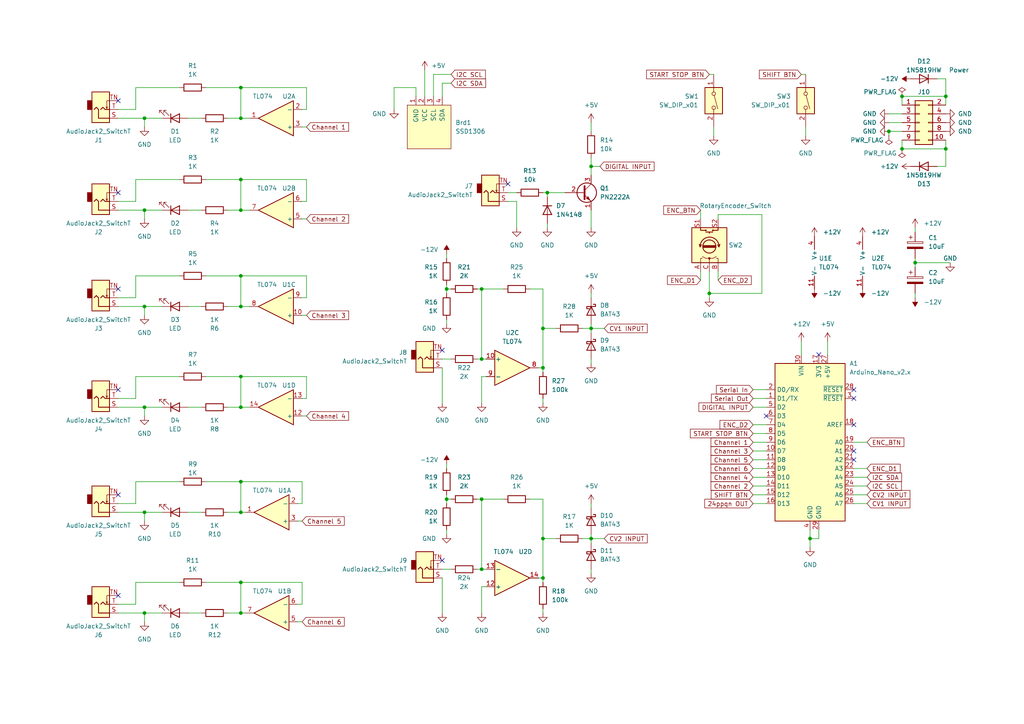
<source format=kicad_sch>
(kicad_sch (version 20211123) (generator eeschema)

  (uuid 939d1fca-3f2c-4183-926a-9b89a029d9a7)

  (paper "A4")

  (title_block
    (title "GToE prototype 2")
    (rev "1")
  )

  

  (junction (at 69.85 168.91) (diameter 0) (color 0 0 0 0)
    (uuid 01bbb586-ef8d-4ddf-8c80-74340115f8c2)
  )
  (junction (at 171.45 48.26) (diameter 0) (color 0 0 0 0)
    (uuid 0fe7b52a-5ab0-49af-9df5-605727fd9629)
  )
  (junction (at 69.85 118.11) (diameter 0) (color 0 0 0 0)
    (uuid 101156d0-eebd-439b-8afc-52eb06cf293a)
  )
  (junction (at 69.85 52.07) (diameter 0) (color 0 0 0 0)
    (uuid 1adea9cc-1a6f-43d0-a0c7-f15f9d142402)
  )
  (junction (at 129.54 83.82) (diameter 0) (color 0 0 0 0)
    (uuid 22c58f75-2687-45d4-8414-deb9707bd9da)
  )
  (junction (at 171.45 95.25) (diameter 0) (color 0 0 0 0)
    (uuid 2bc6b1d0-2469-4638-9ac9-49d5077dce76)
  )
  (junction (at 69.85 109.22) (diameter 0) (color 0 0 0 0)
    (uuid 2d704435-2b61-45b7-b201-2bf6d837c7d3)
  )
  (junction (at 41.91 34.29) (diameter 0) (color 0 0 0 0)
    (uuid 2f1a07b6-ad76-4a06-853c-dab3ee2850f6)
  )
  (junction (at 158.75 55.88) (diameter 0) (color 0 0 0 0)
    (uuid 3ec454cb-d195-43e0-940e-5dcf3cd11230)
  )
  (junction (at 41.91 148.59) (diameter 0) (color 0 0 0 0)
    (uuid 4c3b6af8-76f0-45ef-8c3f-9df4284c0206)
  )
  (junction (at 139.7 83.82) (diameter 0) (color 0 0 0 0)
    (uuid 5050a7d2-d79d-4650-9698-3a3eaa107bd3)
  )
  (junction (at 139.7 165.1) (diameter 0) (color 0 0 0 0)
    (uuid 632c0432-f462-4d39-9e38-472537c1ed8f)
  )
  (junction (at 41.91 118.11) (diameter 0) (color 0 0 0 0)
    (uuid 6f8c3b1c-3a38-4d86-9bc2-ad6939358a54)
  )
  (junction (at 69.85 80.01) (diameter 0) (color 0 0 0 0)
    (uuid 7247c85d-9109-4f74-a5f8-073a13ad9b00)
  )
  (junction (at 41.91 177.8) (diameter 0) (color 0 0 0 0)
    (uuid 7831fb5e-123a-46df-a455-7a9508dbe5ab)
  )
  (junction (at 69.85 139.7) (diameter 0) (color 0 0 0 0)
    (uuid 7ce994f6-9837-42f6-8f0e-a33b87846a85)
  )
  (junction (at 257.81 38.1) (diameter 0) (color 0 0 0 0)
    (uuid 80a0f295-48e1-4569-8d26-3102546e0255)
  )
  (junction (at 274.32 27.94) (diameter 0) (color 0 0 0 0)
    (uuid 80b03588-aa23-476a-9d12-a060ede2aafe)
  )
  (junction (at 157.48 156.21) (diameter 0) (color 0 0 0 0)
    (uuid 96376b7d-bca8-46e4-b506-7a6dde7ac45f)
  )
  (junction (at 69.85 25.4) (diameter 0) (color 0 0 0 0)
    (uuid 9e2c980a-19bd-4dcd-85f5-d80d62e3f8cf)
  )
  (junction (at 69.85 88.9) (diameter 0) (color 0 0 0 0)
    (uuid a385c005-d830-4ddd-a9be-1496bd2a2074)
  )
  (junction (at 41.91 60.96) (diameter 0) (color 0 0 0 0)
    (uuid a5a39816-f1ee-4ab9-8314-e277f66dbe27)
  )
  (junction (at 234.95 156.21) (diameter 0) (color 0 0 0 0)
    (uuid ace1d0a5-8f41-47b3-84a2-d13fc43afe5d)
  )
  (junction (at 261.62 27.94) (diameter 0) (color 0 0 0 0)
    (uuid b919c27a-f637-48d6-8184-7ceb19a616c3)
  )
  (junction (at 69.85 148.59) (diameter 0) (color 0 0 0 0)
    (uuid bc4bd21e-a7e0-479f-99b3-5f3fc29ecbdb)
  )
  (junction (at 157.48 167.64) (diameter 0) (color 0 0 0 0)
    (uuid bc6ea4a4-3869-4034-89b5-28ca4e8fec5c)
  )
  (junction (at 274.32 43.18) (diameter 0) (color 0 0 0 0)
    (uuid bdb4e82f-deca-4494-9511-3af4e2c5e381)
  )
  (junction (at 157.48 106.68) (diameter 0) (color 0 0 0 0)
    (uuid c363cd2f-fcd5-4993-acab-0d550fb9266c)
  )
  (junction (at 261.62 43.18) (diameter 0) (color 0 0 0 0)
    (uuid d3b1a6e1-ba88-4969-a859-28bf08cd9cc9)
  )
  (junction (at 139.7 104.14) (diameter 0) (color 0 0 0 0)
    (uuid d952c10c-d38f-4a9c-8cfd-26c7c3966b3c)
  )
  (junction (at 41.91 88.9) (diameter 0) (color 0 0 0 0)
    (uuid dca585e3-e89d-40ba-8154-042e0bc6a9a6)
  )
  (junction (at 265.43 76.2) (diameter 0) (color 0 0 0 0)
    (uuid e8605e95-0637-41f0-a19c-e385856bb70d)
  )
  (junction (at 69.85 34.29) (diameter 0) (color 0 0 0 0)
    (uuid ebc09c41-0da4-49f2-b73b-9164d7c17c9c)
  )
  (junction (at 69.85 60.96) (diameter 0) (color 0 0 0 0)
    (uuid f25cb6ee-4a65-4b53-a241-095c6c83fe21)
  )
  (junction (at 171.45 156.21) (diameter 0) (color 0 0 0 0)
    (uuid f2a0cb2a-8c72-467c-9ca7-c53da25df665)
  )
  (junction (at 129.54 144.78) (diameter 0) (color 0 0 0 0)
    (uuid f66dcffe-3ac3-4178-b9d1-c73ccf5d9ffa)
  )
  (junction (at 139.7 144.78) (diameter 0) (color 0 0 0 0)
    (uuid fb17a5c1-fedb-4193-bcbb-16da4d05d5cc)
  )
  (junction (at 157.48 95.25) (diameter 0) (color 0 0 0 0)
    (uuid fb8d6092-f830-4dc3-b584-ab5d79f0ea96)
  )
  (junction (at 205.74 85.09) (diameter 0) (color 0 0 0 0)
    (uuid fd1e9dbf-7bbb-42f0-a50d-c2c89c626c2d)
  )
  (junction (at 69.85 177.8) (diameter 0) (color 0 0 0 0)
    (uuid fe57a6cf-999c-40ff-b385-f721b4c2cbc1)
  )

  (no_connect (at 34.29 113.03) (uuid 0d5627fb-5697-4efc-a260-d96ecb9f93c3))
  (no_connect (at 147.32 53.34) (uuid 2654b987-4591-469d-89c7-45b83f14b521))
  (no_connect (at 247.65 113.03) (uuid 27dea4c6-c043-451d-b6c6-fc3d416a6f51))
  (no_connect (at 34.29 172.72) (uuid 3b8ad362-c359-4165-91ec-aadffcf3d978))
  (no_connect (at 247.65 115.57) (uuid 4dea39fc-bb12-4db7-8438-3469730bc7e8))
  (no_connect (at 222.25 120.65) (uuid 5be04ac6-43c5-4261-953a-dd12f2531b6f))
  (no_connect (at 247.65 123.19) (uuid 609e719e-33ca-4634-b65e-d90f2c75c119))
  (no_connect (at 128.27 162.56) (uuid 668d8e58-4c94-4cd2-b4bb-55607d4898af))
  (no_connect (at 34.29 143.51) (uuid 7a2da178-df57-453c-8a4a-28fcdc2f3c50))
  (no_connect (at 34.29 83.82) (uuid 8484e074-dbbf-4a1a-831d-0024b24e16ee))
  (no_connect (at 247.65 133.35) (uuid 89eab1dc-771e-440a-a558-42d123c04925))
  (no_connect (at 34.29 55.88) (uuid 8c00c48a-3885-4e94-a56e-75fdd48c8ac2))
  (no_connect (at 237.49 102.87) (uuid bab23eb2-2de9-4101-8518-b1550e4ed0ff))
  (no_connect (at 247.65 130.81) (uuid bc5d432a-9a40-4a38-8a20-d7136d6a72cd))
  (no_connect (at 34.29 29.21) (uuid caea21cf-ff3a-459d-ae29-45e99bc93b79))
  (no_connect (at 128.27 101.6) (uuid ea9f4de5-a3b7-4d25-b9b8-2a6dc773c798))

  (wire (pts (xy 220.98 62.23) (xy 220.98 85.09))
    (stroke (width 0) (type default) (color 0 0 0 0))
    (uuid 00888669-526f-4afc-bbd6-43e3940c23c9)
  )
  (wire (pts (xy 125.73 21.59) (xy 125.73 27.94))
    (stroke (width 0) (type default) (color 0 0 0 0))
    (uuid 02f7a7c9-330b-4799-8e3c-3005ca5a2490)
  )
  (wire (pts (xy 87.63 86.36) (xy 88.9 86.36))
    (stroke (width 0) (type default) (color 0 0 0 0))
    (uuid 0414855a-7fc8-4b76-9a23-03cb9f71325f)
  )
  (wire (pts (xy 218.44 115.57) (xy 222.25 115.57))
    (stroke (width 0) (type default) (color 0 0 0 0))
    (uuid 04548b77-d823-4c1b-9c27-c6ce43c98aa3)
  )
  (wire (pts (xy 171.45 95.25) (xy 175.26 95.25))
    (stroke (width 0) (type default) (color 0 0 0 0))
    (uuid 0474e123-51ec-4ded-b2d1-f8b3b11f90fa)
  )
  (wire (pts (xy 129.54 92.71) (xy 129.54 93.98))
    (stroke (width 0) (type default) (color 0 0 0 0))
    (uuid 05908e82-2686-4b8b-96eb-72367ae552ec)
  )
  (wire (pts (xy 218.44 125.73) (xy 222.25 125.73))
    (stroke (width 0) (type default) (color 0 0 0 0))
    (uuid 05b9f1d0-5ff4-4d57-8802-0d2c4eb21316)
  )
  (wire (pts (xy 157.48 55.88) (xy 158.75 55.88))
    (stroke (width 0) (type default) (color 0 0 0 0))
    (uuid 068165ec-6c11-4c02-8e0b-ccfe566a7650)
  )
  (wire (pts (xy 129.54 82.55) (xy 129.54 83.82))
    (stroke (width 0) (type default) (color 0 0 0 0))
    (uuid 07cf20d2-b408-4913-bf66-61661f5b5ee9)
  )
  (wire (pts (xy 87.63 120.65) (xy 88.9 120.65))
    (stroke (width 0) (type default) (color 0 0 0 0))
    (uuid 0a1efef6-86e3-4954-8941-aa8bdd890447)
  )
  (wire (pts (xy 39.37 58.42) (xy 39.37 52.07))
    (stroke (width 0) (type default) (color 0 0 0 0))
    (uuid 0a2211b4-91f5-4459-8d97-5e8e188af34c)
  )
  (wire (pts (xy 168.91 95.25) (xy 171.45 95.25))
    (stroke (width 0) (type default) (color 0 0 0 0))
    (uuid 0c6c48a7-f5e7-4246-be4a-5ae075d1e5f2)
  )
  (wire (pts (xy 218.44 113.03) (xy 222.25 113.03))
    (stroke (width 0) (type default) (color 0 0 0 0))
    (uuid 0e1ac309-c3ad-4ab1-a03b-2dd118f6d87a)
  )
  (wire (pts (xy 139.7 116.84) (xy 139.7 109.22))
    (stroke (width 0) (type default) (color 0 0 0 0))
    (uuid 0e335c02-4440-4e0c-bba7-0f3547115429)
  )
  (wire (pts (xy 171.45 48.26) (xy 171.45 50.8))
    (stroke (width 0) (type default) (color 0 0 0 0))
    (uuid 0e6c4c43-1c36-439e-a778-2631ebda15e9)
  )
  (wire (pts (xy 54.61 148.59) (xy 58.42 148.59))
    (stroke (width 0) (type default) (color 0 0 0 0))
    (uuid 0ea24428-0de9-41d4-b673-d16d645ec740)
  )
  (wire (pts (xy 138.43 104.14) (xy 139.7 104.14))
    (stroke (width 0) (type default) (color 0 0 0 0))
    (uuid 0f552fd2-c8f5-43d1-ac9c-5323dd4ca813)
  )
  (wire (pts (xy 147.32 55.88) (xy 149.86 55.88))
    (stroke (width 0) (type default) (color 0 0 0 0))
    (uuid 0fde4400-cc90-4e37-aff0-a829c3566030)
  )
  (wire (pts (xy 265.43 74.93) (xy 265.43 76.2))
    (stroke (width 0) (type default) (color 0 0 0 0))
    (uuid 10048850-4277-4da4-9149-45e2a0417c49)
  )
  (wire (pts (xy 171.45 156.21) (xy 171.45 157.48))
    (stroke (width 0) (type default) (color 0 0 0 0))
    (uuid 10722ce5-f8a5-4eca-b191-f5ea1254bb30)
  )
  (wire (pts (xy 208.28 62.23) (xy 220.98 62.23))
    (stroke (width 0) (type default) (color 0 0 0 0))
    (uuid 12553f91-cba2-4ab1-b10c-9a2c101efbcb)
  )
  (wire (pts (xy 34.29 34.29) (xy 41.91 34.29))
    (stroke (width 0) (type default) (color 0 0 0 0))
    (uuid 1696b3ef-3157-4d71-9b48-209593675872)
  )
  (wire (pts (xy 234.95 156.21) (xy 237.49 156.21))
    (stroke (width 0) (type default) (color 0 0 0 0))
    (uuid 16c74f4f-26d2-4480-a255-55053d75fe30)
  )
  (wire (pts (xy 41.91 34.29) (xy 46.99 34.29))
    (stroke (width 0) (type default) (color 0 0 0 0))
    (uuid 18993a8a-ca5d-407f-848b-defb203a9189)
  )
  (wire (pts (xy 171.45 60.96) (xy 171.45 66.04))
    (stroke (width 0) (type default) (color 0 0 0 0))
    (uuid 18ae432e-29c1-4f82-b5de-08351e122d6b)
  )
  (wire (pts (xy 87.63 91.44) (xy 88.9 91.44))
    (stroke (width 0) (type default) (color 0 0 0 0))
    (uuid 1a217cd9-1cfb-46fe-ad88-bd404e7a2fa3)
  )
  (wire (pts (xy 34.29 88.9) (xy 41.91 88.9))
    (stroke (width 0) (type default) (color 0 0 0 0))
    (uuid 1ab20642-1f70-4b02-85c3-d07b70dfa09f)
  )
  (wire (pts (xy 161.29 156.21) (xy 157.48 156.21))
    (stroke (width 0) (type default) (color 0 0 0 0))
    (uuid 1b09d72d-a60a-404a-8eff-af5928779ca3)
  )
  (wire (pts (xy 274.32 48.26) (xy 274.32 43.18))
    (stroke (width 0) (type default) (color 0 0 0 0))
    (uuid 1f9896e6-b5ae-4280-b574-867cc1543442)
  )
  (wire (pts (xy 139.7 165.1) (xy 139.7 144.78))
    (stroke (width 0) (type default) (color 0 0 0 0))
    (uuid 205da6b2-1813-4796-b45c-e0b2a284989d)
  )
  (wire (pts (xy 88.9 115.57) (xy 88.9 109.22))
    (stroke (width 0) (type default) (color 0 0 0 0))
    (uuid 22b67607-fd33-40bf-9953-aaeb2cc3bff3)
  )
  (wire (pts (xy 69.85 52.07) (xy 69.85 60.96))
    (stroke (width 0) (type default) (color 0 0 0 0))
    (uuid 22ec07c6-1814-4bcc-81fe-8b2a319721d4)
  )
  (wire (pts (xy 203.2 63.5) (xy 203.2 60.96))
    (stroke (width 0) (type default) (color 0 0 0 0))
    (uuid 23cdf0c9-4c44-4333-ad84-40cf9337ba38)
  )
  (wire (pts (xy 39.37 146.05) (xy 39.37 139.7))
    (stroke (width 0) (type default) (color 0 0 0 0))
    (uuid 2450b13d-1b2c-42e2-9f3c-022c8d283799)
  )
  (wire (pts (xy 120.65 25.4) (xy 120.65 27.94))
    (stroke (width 0) (type default) (color 0 0 0 0))
    (uuid 24898c03-0432-4355-9022-1dd4a494db3b)
  )
  (wire (pts (xy 39.37 175.26) (xy 39.37 168.91))
    (stroke (width 0) (type default) (color 0 0 0 0))
    (uuid 24a77f75-c600-45cb-bf5f-afea87ea647c)
  )
  (wire (pts (xy 130.81 21.59) (xy 125.73 21.59))
    (stroke (width 0) (type default) (color 0 0 0 0))
    (uuid 2687bf03-ffc2-4d48-aa6f-1aef93caa657)
  )
  (wire (pts (xy 71.12 177.8) (xy 69.85 177.8))
    (stroke (width 0) (type default) (color 0 0 0 0))
    (uuid 26ff1a67-a83a-4d99-afa5-130b8ae5b97c)
  )
  (wire (pts (xy 54.61 118.11) (xy 58.42 118.11))
    (stroke (width 0) (type default) (color 0 0 0 0))
    (uuid 275de223-e55c-4595-954a-6b567572e319)
  )
  (wire (pts (xy 140.97 104.14) (xy 139.7 104.14))
    (stroke (width 0) (type default) (color 0 0 0 0))
    (uuid 27ca98ff-35fc-4948-b143-05180fa53c01)
  )
  (wire (pts (xy 39.37 168.91) (xy 52.07 168.91))
    (stroke (width 0) (type default) (color 0 0 0 0))
    (uuid 282549b8-debb-4192-8eb7-5e1fc199c3b2)
  )
  (wire (pts (xy 203.2 81.28) (xy 203.2 78.74))
    (stroke (width 0) (type default) (color 0 0 0 0))
    (uuid 292448f2-9878-48b7-bdaa-bba1bdc524e1)
  )
  (wire (pts (xy 86.36 146.05) (xy 87.63 146.05))
    (stroke (width 0) (type default) (color 0 0 0 0))
    (uuid 299489f1-66f6-4331-afc1-f2ede915f05e)
  )
  (wire (pts (xy 265.43 76.2) (xy 265.43 77.47))
    (stroke (width 0) (type default) (color 0 0 0 0))
    (uuid 2bf77205-7bd4-4b19-92a5-403df8997ca4)
  )
  (wire (pts (xy 41.91 60.96) (xy 41.91 63.5))
    (stroke (width 0) (type default) (color 0 0 0 0))
    (uuid 2d2c567f-990e-43de-a45e-07dcf3d574df)
  )
  (wire (pts (xy 139.7 83.82) (xy 146.05 83.82))
    (stroke (width 0) (type default) (color 0 0 0 0))
    (uuid 2ff19d70-4b19-49dc-b8cf-81bde4dda135)
  )
  (wire (pts (xy 39.37 31.75) (xy 39.37 25.4))
    (stroke (width 0) (type default) (color 0 0 0 0))
    (uuid 325ad235-d39c-4894-9060-669ec65da8cf)
  )
  (wire (pts (xy 171.45 35.56) (xy 171.45 38.1))
    (stroke (width 0) (type default) (color 0 0 0 0))
    (uuid 335e260c-544e-4446-b9b4-df9e8330f67c)
  )
  (wire (pts (xy 240.03 99.06) (xy 240.03 102.87))
    (stroke (width 0) (type default) (color 0 0 0 0))
    (uuid 335feb20-1fb8-4c80-a47e-65aa81fbef83)
  )
  (wire (pts (xy 69.85 139.7) (xy 87.63 139.7))
    (stroke (width 0) (type default) (color 0 0 0 0))
    (uuid 33d6f89f-8648-43ab-8211-808a5c2a1de9)
  )
  (wire (pts (xy 34.29 146.05) (xy 39.37 146.05))
    (stroke (width 0) (type default) (color 0 0 0 0))
    (uuid 349d1b17-3ca5-4310-8603-bfcac15d9779)
  )
  (wire (pts (xy 34.29 177.8) (xy 41.91 177.8))
    (stroke (width 0) (type default) (color 0 0 0 0))
    (uuid 35a4bcdd-c017-440b-9dad-75ec8aa47970)
  )
  (wire (pts (xy 59.69 25.4) (xy 69.85 25.4))
    (stroke (width 0) (type default) (color 0 0 0 0))
    (uuid 379f1c28-4a76-4353-90b3-8c03b9cc7732)
  )
  (wire (pts (xy 157.48 167.64) (xy 157.48 168.91))
    (stroke (width 0) (type default) (color 0 0 0 0))
    (uuid 3831ac79-8d94-4dd8-8a77-e06d9c3ebe68)
  )
  (wire (pts (xy 207.01 21.59) (xy 205.74 21.59))
    (stroke (width 0) (type default) (color 0 0 0 0))
    (uuid 38f018c4-6a5e-41fd-be32-9f1782112fb1)
  )
  (wire (pts (xy 218.44 133.35) (xy 222.25 133.35))
    (stroke (width 0) (type default) (color 0 0 0 0))
    (uuid 3b47171b-f036-4181-ba5d-a340d487b50b)
  )
  (wire (pts (xy 54.61 34.29) (xy 58.42 34.29))
    (stroke (width 0) (type default) (color 0 0 0 0))
    (uuid 3d377ce1-a2c5-4d14-9f02-94478caf1282)
  )
  (wire (pts (xy 129.54 153.67) (xy 129.54 154.94))
    (stroke (width 0) (type default) (color 0 0 0 0))
    (uuid 3d581774-c782-49e3-8ff5-8629f3331e40)
  )
  (wire (pts (xy 171.45 95.25) (xy 171.45 96.52))
    (stroke (width 0) (type default) (color 0 0 0 0))
    (uuid 407c813e-0cbe-4b8e-ac44-12779c0b3575)
  )
  (wire (pts (xy 218.44 128.27) (xy 222.25 128.27))
    (stroke (width 0) (type default) (color 0 0 0 0))
    (uuid 41374e30-21cc-4f4c-8141-c6b6b0d1e04c)
  )
  (wire (pts (xy 157.48 156.21) (xy 157.48 167.64))
    (stroke (width 0) (type default) (color 0 0 0 0))
    (uuid 41592a34-b5e0-498e-b3d9-5e683e74e400)
  )
  (wire (pts (xy 265.43 66.04) (xy 265.43 67.31))
    (stroke (width 0) (type default) (color 0 0 0 0))
    (uuid 4311a415-97b2-43f6-a81d-718e51e1b859)
  )
  (wire (pts (xy 208.28 63.5) (xy 208.28 62.23))
    (stroke (width 0) (type default) (color 0 0 0 0))
    (uuid 46b304df-4180-4984-9e5d-83e10dcadff4)
  )
  (wire (pts (xy 69.85 60.96) (xy 72.39 60.96))
    (stroke (width 0) (type default) (color 0 0 0 0))
    (uuid 47cec10b-0c77-4132-9949-34d671f04738)
  )
  (wire (pts (xy 171.45 154.94) (xy 171.45 156.21))
    (stroke (width 0) (type default) (color 0 0 0 0))
    (uuid 47e72c91-7c9f-4a84-84d0-c6e4a5768ed8)
  )
  (wire (pts (xy 233.68 39.37) (xy 233.68 36.83))
    (stroke (width 0) (type default) (color 0 0 0 0))
    (uuid 4818a8d1-75bc-44f4-b9ed-2be325375416)
  )
  (wire (pts (xy 86.36 151.13) (xy 87.63 151.13))
    (stroke (width 0) (type default) (color 0 0 0 0))
    (uuid 4bd0f77f-57b9-449a-8716-fb7abb0e4aea)
  )
  (wire (pts (xy 41.91 60.96) (xy 46.99 60.96))
    (stroke (width 0) (type default) (color 0 0 0 0))
    (uuid 4c0b437f-8a01-477d-a6f9-7ec7ce2dc466)
  )
  (wire (pts (xy 39.37 80.01) (xy 52.07 80.01))
    (stroke (width 0) (type default) (color 0 0 0 0))
    (uuid 4d557d7f-7719-4f80-94ac-5531db91c5c7)
  )
  (wire (pts (xy 237.49 153.67) (xy 237.49 156.21))
    (stroke (width 0) (type default) (color 0 0 0 0))
    (uuid 4d5adbc3-357f-4a75-9468-e5a15ab291e3)
  )
  (wire (pts (xy 88.9 86.36) (xy 88.9 80.01))
    (stroke (width 0) (type default) (color 0 0 0 0))
    (uuid 4e0a158e-f62e-4ad0-b943-3eaefad92067)
  )
  (wire (pts (xy 129.54 144.78) (xy 130.81 144.78))
    (stroke (width 0) (type default) (color 0 0 0 0))
    (uuid 4ff5acf6-377b-444c-98d2-40f59761a77b)
  )
  (wire (pts (xy 54.61 60.96) (xy 58.42 60.96))
    (stroke (width 0) (type default) (color 0 0 0 0))
    (uuid 50855149-12eb-4a2e-a48d-3bc78970e17d)
  )
  (wire (pts (xy 157.48 83.82) (xy 157.48 95.25))
    (stroke (width 0) (type default) (color 0 0 0 0))
    (uuid 53b4c60d-2b4f-4777-a933-65b136bdf325)
  )
  (wire (pts (xy 218.44 138.43) (xy 222.25 138.43))
    (stroke (width 0) (type default) (color 0 0 0 0))
    (uuid 53ba1ac2-8ba6-4d72-9b59-ebcbc12d18f4)
  )
  (wire (pts (xy 88.9 80.01) (xy 69.85 80.01))
    (stroke (width 0) (type default) (color 0 0 0 0))
    (uuid 55051037-8b31-44b9-8e01-8ae5d0b6424d)
  )
  (wire (pts (xy 139.7 104.14) (xy 139.7 83.82))
    (stroke (width 0) (type default) (color 0 0 0 0))
    (uuid 558ac02a-7b84-4267-9b83-614b7cd36c1b)
  )
  (wire (pts (xy 34.29 58.42) (xy 39.37 58.42))
    (stroke (width 0) (type default) (color 0 0 0 0))
    (uuid 559ecdd5-7157-4b6e-8365-c80a48a2639c)
  )
  (wire (pts (xy 34.29 86.36) (xy 39.37 86.36))
    (stroke (width 0) (type default) (color 0 0 0 0))
    (uuid 55c0478d-8080-4c1d-8604-65a2d25999fa)
  )
  (wire (pts (xy 171.45 146.05) (xy 171.45 147.32))
    (stroke (width 0) (type default) (color 0 0 0 0))
    (uuid 55f39ab8-c72e-42c1-a690-a397d34d1bc8)
  )
  (wire (pts (xy 123.19 20.32) (xy 123.19 27.94))
    (stroke (width 0) (type default) (color 0 0 0 0))
    (uuid 578b6235-424f-4ef7-a13a-2eb828fdff70)
  )
  (wire (pts (xy 139.7 109.22) (xy 140.97 109.22))
    (stroke (width 0) (type default) (color 0 0 0 0))
    (uuid 58b404b2-1bea-4a84-b383-c58f84363de1)
  )
  (wire (pts (xy 139.7 177.8) (xy 139.7 170.18))
    (stroke (width 0) (type default) (color 0 0 0 0))
    (uuid 5ab48ed1-8098-4d76-a901-6a395d2605ca)
  )
  (wire (pts (xy 274.32 22.86) (xy 274.32 27.94))
    (stroke (width 0) (type default) (color 0 0 0 0))
    (uuid 5c09703f-6c76-495d-9a58-e2ebc9242342)
  )
  (wire (pts (xy 39.37 109.22) (xy 52.07 109.22))
    (stroke (width 0) (type default) (color 0 0 0 0))
    (uuid 5c400b46-2fcf-4458-9699-ae37dd26bccb)
  )
  (wire (pts (xy 69.85 109.22) (xy 69.85 118.11))
    (stroke (width 0) (type default) (color 0 0 0 0))
    (uuid 5cd6e5fe-4b18-46d6-a3d1-e3ffde24589e)
  )
  (wire (pts (xy 274.32 40.64) (xy 274.32 43.18))
    (stroke (width 0) (type default) (color 0 0 0 0))
    (uuid 5d5ced92-faf8-444e-981f-4e4ff49b98e7)
  )
  (wire (pts (xy 41.91 34.29) (xy 41.91 36.83))
    (stroke (width 0) (type default) (color 0 0 0 0))
    (uuid 5d93f799-90b6-4c25-98c8-cc4dbc3b1bc0)
  )
  (wire (pts (xy 88.9 58.42) (xy 88.9 52.07))
    (stroke (width 0) (type default) (color 0 0 0 0))
    (uuid 5ec7b1d8-8446-4919-a38c-76210caa1873)
  )
  (wire (pts (xy 171.45 165.1) (xy 171.45 166.37))
    (stroke (width 0) (type default) (color 0 0 0 0))
    (uuid 5f035f85-8c2e-4853-b183-6abac5e2be10)
  )
  (wire (pts (xy 158.75 64.77) (xy 158.75 66.04))
    (stroke (width 0) (type default) (color 0 0 0 0))
    (uuid 629a7aa1-4019-458a-8b5d-0abf66ce0257)
  )
  (wire (pts (xy 34.29 148.59) (xy 41.91 148.59))
    (stroke (width 0) (type default) (color 0 0 0 0))
    (uuid 65958d22-4303-48dd-9fde-306753b42789)
  )
  (wire (pts (xy 87.63 115.57) (xy 88.9 115.57))
    (stroke (width 0) (type default) (color 0 0 0 0))
    (uuid 65bc2d22-8df0-4cea-8782-8f18769f3410)
  )
  (wire (pts (xy 41.91 118.11) (xy 41.91 120.65))
    (stroke (width 0) (type default) (color 0 0 0 0))
    (uuid 662ccf0e-d1d5-4050-8293-3daf044ab08c)
  )
  (wire (pts (xy 257.81 38.1) (xy 261.62 38.1))
    (stroke (width 0) (type default) (color 0 0 0 0))
    (uuid 686830dd-5bd4-421c-97b1-cd04ec112e6f)
  )
  (wire (pts (xy 71.12 148.59) (xy 69.85 148.59))
    (stroke (width 0) (type default) (color 0 0 0 0))
    (uuid 689c3f28-4ef9-402a-ba8a-d262ac795d0f)
  )
  (wire (pts (xy 87.63 31.75) (xy 88.9 31.75))
    (stroke (width 0) (type default) (color 0 0 0 0))
    (uuid 6d67e749-640f-4db9-a197-7031ba61a86d)
  )
  (wire (pts (xy 69.85 25.4) (xy 88.9 25.4))
    (stroke (width 0) (type default) (color 0 0 0 0))
    (uuid 6ef03535-d0d2-4117-ba8a-13b15d291146)
  )
  (wire (pts (xy 171.45 104.14) (xy 171.45 105.41))
    (stroke (width 0) (type default) (color 0 0 0 0))
    (uuid 71706118-8259-4088-8337-0e81760ee06c)
  )
  (wire (pts (xy 41.91 177.8) (xy 46.99 177.8))
    (stroke (width 0) (type default) (color 0 0 0 0))
    (uuid 72a11c15-bc2e-4e4e-b064-0530d656a4f2)
  )
  (wire (pts (xy 128.27 24.13) (xy 128.27 27.94))
    (stroke (width 0) (type default) (color 0 0 0 0))
    (uuid 72d28e7a-0912-41d1-8bf0-5186c787f495)
  )
  (wire (pts (xy 218.44 135.89) (xy 222.25 135.89))
    (stroke (width 0) (type default) (color 0 0 0 0))
    (uuid 73e12313-b101-48b6-8494-4e929b937ba9)
  )
  (wire (pts (xy 34.29 115.57) (xy 39.37 115.57))
    (stroke (width 0) (type default) (color 0 0 0 0))
    (uuid 7454f9be-a252-4e64-8cb6-659f28a46b4e)
  )
  (wire (pts (xy 168.91 156.21) (xy 171.45 156.21))
    (stroke (width 0) (type default) (color 0 0 0 0))
    (uuid 746457c5-4533-496b-b839-879422eb2f82)
  )
  (wire (pts (xy 218.44 123.19) (xy 222.25 123.19))
    (stroke (width 0) (type default) (color 0 0 0 0))
    (uuid 78087d34-36cd-40f9-8df6-88f39a8e923c)
  )
  (wire (pts (xy 87.63 175.26) (xy 87.63 168.91))
    (stroke (width 0) (type default) (color 0 0 0 0))
    (uuid 78e786de-043d-4f36-a95b-827ecfd3a860)
  )
  (wire (pts (xy 129.54 143.51) (xy 129.54 144.78))
    (stroke (width 0) (type default) (color 0 0 0 0))
    (uuid 7b7cd383-27a1-4f22-862e-a86b4752eddf)
  )
  (wire (pts (xy 149.86 58.42) (xy 149.86 66.04))
    (stroke (width 0) (type default) (color 0 0 0 0))
    (uuid 7bd72df4-68a1-4663-8001-035714ea1d46)
  )
  (wire (pts (xy 247.65 135.89) (xy 251.46 135.89))
    (stroke (width 0) (type default) (color 0 0 0 0))
    (uuid 7dd53853-47b4-4ad4-b60a-12406caceae9)
  )
  (wire (pts (xy 34.29 31.75) (xy 39.37 31.75))
    (stroke (width 0) (type default) (color 0 0 0 0))
    (uuid 7f1a47e9-e606-4559-b3a6-98d8056eafbb)
  )
  (wire (pts (xy 69.85 52.07) (xy 88.9 52.07))
    (stroke (width 0) (type default) (color 0 0 0 0))
    (uuid 8087cf9e-a59e-49ee-959e-1547ad310f68)
  )
  (wire (pts (xy 205.74 78.74) (xy 205.74 85.09))
    (stroke (width 0) (type default) (color 0 0 0 0))
    (uuid 8209c98c-ad4a-4de7-8d4d-31929f244f93)
  )
  (wire (pts (xy 218.44 140.97) (xy 222.25 140.97))
    (stroke (width 0) (type default) (color 0 0 0 0))
    (uuid 82aa347f-f6de-4a6e-9a8d-2159085eb3e7)
  )
  (wire (pts (xy 114.3 31.75) (xy 114.3 25.4))
    (stroke (width 0) (type default) (color 0 0 0 0))
    (uuid 84628db2-78f4-455d-935c-669b74635348)
  )
  (wire (pts (xy 69.85 118.11) (xy 66.04 118.11))
    (stroke (width 0) (type default) (color 0 0 0 0))
    (uuid 84cd1643-db67-46fc-bdb3-0f8472565395)
  )
  (wire (pts (xy 171.45 85.09) (xy 171.45 86.36))
    (stroke (width 0) (type default) (color 0 0 0 0))
    (uuid 8600ca9e-3e0e-4ac1-b79a-3f329f5b8fb0)
  )
  (wire (pts (xy 171.45 48.26) (xy 173.99 48.26))
    (stroke (width 0) (type default) (color 0 0 0 0))
    (uuid 8a527247-4e86-49ac-96b2-0b9ba94da524)
  )
  (wire (pts (xy 66.04 60.96) (xy 69.85 60.96))
    (stroke (width 0) (type default) (color 0 0 0 0))
    (uuid 8bd5fd7f-cf6e-425c-b9d6-3c826368fb4d)
  )
  (wire (pts (xy 87.63 58.42) (xy 88.9 58.42))
    (stroke (width 0) (type default) (color 0 0 0 0))
    (uuid 8f98c614-1836-44c5-950e-a28323bf6d35)
  )
  (wire (pts (xy 41.91 148.59) (xy 41.91 151.13))
    (stroke (width 0) (type default) (color 0 0 0 0))
    (uuid 9411389b-89e4-4fd9-b197-1fd897880c74)
  )
  (wire (pts (xy 158.75 55.88) (xy 158.75 57.15))
    (stroke (width 0) (type default) (color 0 0 0 0))
    (uuid 97d4dc22-cea2-4f31-ab47-48954521c9ea)
  )
  (wire (pts (xy 207.01 39.37) (xy 207.01 36.83))
    (stroke (width 0) (type default) (color 0 0 0 0))
    (uuid 982c0a71-fbd6-4ace-8adb-04279f3ab267)
  )
  (wire (pts (xy 139.7 144.78) (xy 146.05 144.78))
    (stroke (width 0) (type default) (color 0 0 0 0))
    (uuid 982ce134-df47-46d1-9ff4-e7060aec1796)
  )
  (wire (pts (xy 157.48 115.57) (xy 157.48 116.84))
    (stroke (width 0) (type default) (color 0 0 0 0))
    (uuid 9970be30-f8e6-4cba-ad85-76ec3cdf8563)
  )
  (wire (pts (xy 247.65 140.97) (xy 251.46 140.97))
    (stroke (width 0) (type default) (color 0 0 0 0))
    (uuid 998fda77-4469-4506-86ca-bb382e8ee04b)
  )
  (wire (pts (xy 129.54 73.66) (xy 129.54 74.93))
    (stroke (width 0) (type default) (color 0 0 0 0))
    (uuid 99ec423d-ad05-4a59-ad9b-11528093e0fe)
  )
  (wire (pts (xy 41.91 148.59) (xy 46.99 148.59))
    (stroke (width 0) (type default) (color 0 0 0 0))
    (uuid 9b42f2d5-ac7c-41cd-8133-c33ded91e5a9)
  )
  (wire (pts (xy 161.29 95.25) (xy 157.48 95.25))
    (stroke (width 0) (type default) (color 0 0 0 0))
    (uuid 9b6c32b2-8df5-4c63-b89e-375aa1e6ba2d)
  )
  (wire (pts (xy 153.67 144.78) (xy 157.48 144.78))
    (stroke (width 0) (type default) (color 0 0 0 0))
    (uuid 9c675f64-2dbc-4dea-b071-9f70bd95e8fe)
  )
  (wire (pts (xy 69.85 109.22) (xy 88.9 109.22))
    (stroke (width 0) (type default) (color 0 0 0 0))
    (uuid 9e5805ba-ef35-49a1-8625-91fc1a2d8c02)
  )
  (wire (pts (xy 128.27 104.14) (xy 130.81 104.14))
    (stroke (width 0) (type default) (color 0 0 0 0))
    (uuid 9f8537bb-fdeb-46f3-8081-2d2fd183cd0f)
  )
  (wire (pts (xy 157.48 95.25) (xy 157.48 106.68))
    (stroke (width 0) (type default) (color 0 0 0 0))
    (uuid 9f9e6b45-227b-4d18-9fd2-95a15bc87fce)
  )
  (wire (pts (xy 261.62 30.48) (xy 261.62 27.94))
    (stroke (width 0) (type default) (color 0 0 0 0))
    (uuid a32d7af7-caa5-4fcd-b940-60312a23b93a)
  )
  (wire (pts (xy 271.78 48.26) (xy 274.32 48.26))
    (stroke (width 0) (type default) (color 0 0 0 0))
    (uuid a3ae5fe0-aa32-4413-85be-83d64b712b8c)
  )
  (wire (pts (xy 147.32 58.42) (xy 149.86 58.42))
    (stroke (width 0) (type default) (color 0 0 0 0))
    (uuid a419472a-c519-42af-a7a7-8d55731ad33e)
  )
  (wire (pts (xy 138.43 83.82) (xy 139.7 83.82))
    (stroke (width 0) (type default) (color 0 0 0 0))
    (uuid a420f93e-ac52-408c-b153-a4b88a0bc0d4)
  )
  (wire (pts (xy 218.44 118.11) (xy 222.25 118.11))
    (stroke (width 0) (type default) (color 0 0 0 0))
    (uuid a437b42a-de25-44ea-bd82-78ea4050bd94)
  )
  (wire (pts (xy 233.68 21.59) (xy 232.41 21.59))
    (stroke (width 0) (type default) (color 0 0 0 0))
    (uuid a49154d7-98cd-42dc-b035-8363e6ed42ef)
  )
  (wire (pts (xy 208.28 81.28) (xy 208.28 78.74))
    (stroke (width 0) (type default) (color 0 0 0 0))
    (uuid a4f3d41a-af65-423d-b75c-3a4dfb401018)
  )
  (wire (pts (xy 86.36 175.26) (xy 87.63 175.26))
    (stroke (width 0) (type default) (color 0 0 0 0))
    (uuid a5249d8d-621d-4707-8c20-72474edd30f0)
  )
  (wire (pts (xy 69.85 168.91) (xy 87.63 168.91))
    (stroke (width 0) (type default) (color 0 0 0 0))
    (uuid a570fd45-915c-413d-8511-67112ddbfb1b)
  )
  (wire (pts (xy 39.37 25.4) (xy 52.07 25.4))
    (stroke (width 0) (type default) (color 0 0 0 0))
    (uuid a60d0abd-cac5-40ce-8146-e36e1abaeddf)
  )
  (wire (pts (xy 128.27 165.1) (xy 130.81 165.1))
    (stroke (width 0) (type default) (color 0 0 0 0))
    (uuid a6821adb-6787-40f0-882c-45474cd6d035)
  )
  (wire (pts (xy 39.37 115.57) (xy 39.37 109.22))
    (stroke (width 0) (type default) (color 0 0 0 0))
    (uuid a6f31cf3-8dc0-4e1e-a3a6-c76df8c6e2cb)
  )
  (wire (pts (xy 34.29 60.96) (xy 41.91 60.96))
    (stroke (width 0) (type default) (color 0 0 0 0))
    (uuid a80042cf-f0d4-4045-bfe4-04f7525272ec)
  )
  (wire (pts (xy 129.54 83.82) (xy 130.81 83.82))
    (stroke (width 0) (type default) (color 0 0 0 0))
    (uuid a81eb3b7-7774-45cc-93f8-cfced54ef4ab)
  )
  (wire (pts (xy 69.85 148.59) (xy 66.04 148.59))
    (stroke (width 0) (type default) (color 0 0 0 0))
    (uuid a8514681-196b-44d0-b279-cbd6f9496f12)
  )
  (wire (pts (xy 205.74 86.36) (xy 205.74 85.09))
    (stroke (width 0) (type default) (color 0 0 0 0))
    (uuid a88aa39c-ab01-48f4-b52c-72379da3c07b)
  )
  (wire (pts (xy 54.61 88.9) (xy 58.42 88.9))
    (stroke (width 0) (type default) (color 0 0 0 0))
    (uuid ab21b72a-c65b-436b-a024-420f0e1bd5fb)
  )
  (wire (pts (xy 205.74 85.09) (xy 220.98 85.09))
    (stroke (width 0) (type default) (color 0 0 0 0))
    (uuid ab393c6b-5fda-4897-ae5b-77fc0d49af67)
  )
  (wire (pts (xy 41.91 88.9) (xy 46.99 88.9))
    (stroke (width 0) (type default) (color 0 0 0 0))
    (uuid ac927798-764a-470d-8e32-ab188c3be9d9)
  )
  (wire (pts (xy 158.75 55.88) (xy 163.83 55.88))
    (stroke (width 0) (type default) (color 0 0 0 0))
    (uuid acb04d4a-6e28-4197-b96d-cca961b9a352)
  )
  (wire (pts (xy 261.62 40.64) (xy 261.62 43.18))
    (stroke (width 0) (type default) (color 0 0 0 0))
    (uuid ad83ea93-a261-44af-9ce9-44f34c926f1f)
  )
  (wire (pts (xy 139.7 170.18) (xy 140.97 170.18))
    (stroke (width 0) (type default) (color 0 0 0 0))
    (uuid b073963f-a9d4-4190-ae2a-d0ecaa7d1999)
  )
  (wire (pts (xy 69.85 34.29) (xy 66.04 34.29))
    (stroke (width 0) (type default) (color 0 0 0 0))
    (uuid b3ffacae-4877-4f3c-b330-37753bcfeef2)
  )
  (wire (pts (xy 257.81 38.1) (xy 257.81 39.37))
    (stroke (width 0) (type default) (color 0 0 0 0))
    (uuid b45d2437-4231-4393-9853-61e2810e8eef)
  )
  (wire (pts (xy 59.69 52.07) (xy 69.85 52.07))
    (stroke (width 0) (type default) (color 0 0 0 0))
    (uuid b55c7749-7442-4e0e-81bc-0a478cb0ac8a)
  )
  (wire (pts (xy 41.91 118.11) (xy 46.99 118.11))
    (stroke (width 0) (type default) (color 0 0 0 0))
    (uuid b7ba5590-bcbc-4d3a-bb2b-67ef3ff01bf9)
  )
  (wire (pts (xy 69.85 118.11) (xy 72.39 118.11))
    (stroke (width 0) (type default) (color 0 0 0 0))
    (uuid b8dded32-6acb-45a8-80fa-f6b8cea2c48b)
  )
  (wire (pts (xy 171.45 45.72) (xy 171.45 48.26))
    (stroke (width 0) (type default) (color 0 0 0 0))
    (uuid b913c3b8-7e72-4c0b-bda2-34fe7b55ab25)
  )
  (wire (pts (xy 247.65 138.43) (xy 251.46 138.43))
    (stroke (width 0) (type default) (color 0 0 0 0))
    (uuid baf9089a-117f-477e-b388-59d85cc068a1)
  )
  (wire (pts (xy 69.85 25.4) (xy 69.85 34.29))
    (stroke (width 0) (type default) (color 0 0 0 0))
    (uuid bd0ecbaa-0107-4713-afad-9631d70470c9)
  )
  (wire (pts (xy 257.81 35.56) (xy 261.62 35.56))
    (stroke (width 0) (type default) (color 0 0 0 0))
    (uuid be717b8a-a24e-4b1a-8c07-d2cb4a8b44a0)
  )
  (wire (pts (xy 59.69 139.7) (xy 69.85 139.7))
    (stroke (width 0) (type default) (color 0 0 0 0))
    (uuid be91969f-27d0-4896-bda7-89479ff2c6f0)
  )
  (wire (pts (xy 261.62 27.94) (xy 274.32 27.94))
    (stroke (width 0) (type default) (color 0 0 0 0))
    (uuid bfd39b38-25cc-4208-85be-c343c956d624)
  )
  (wire (pts (xy 153.67 83.82) (xy 157.48 83.82))
    (stroke (width 0) (type default) (color 0 0 0 0))
    (uuid c01ff7a7-bb77-4321-99e7-c122cd5dea2f)
  )
  (wire (pts (xy 218.44 130.81) (xy 222.25 130.81))
    (stroke (width 0) (type default) (color 0 0 0 0))
    (uuid c08d6292-e81e-41b3-9397-f43cc682b053)
  )
  (wire (pts (xy 41.91 177.8) (xy 41.91 180.34))
    (stroke (width 0) (type default) (color 0 0 0 0))
    (uuid c1344527-bf12-418e-bb93-1ab1cbcbc765)
  )
  (wire (pts (xy 69.85 80.01) (xy 69.85 88.9))
    (stroke (width 0) (type default) (color 0 0 0 0))
    (uuid c3958be8-3003-4b81-a0e5-084b481ac3e8)
  )
  (wire (pts (xy 234.95 153.67) (xy 234.95 156.21))
    (stroke (width 0) (type default) (color 0 0 0 0))
    (uuid c50581b5-4447-4088-bf17-173a09e402d5)
  )
  (wire (pts (xy 69.85 88.9) (xy 66.04 88.9))
    (stroke (width 0) (type default) (color 0 0 0 0))
    (uuid c6adff6e-82e1-42de-a1d3-c2320961301b)
  )
  (wire (pts (xy 157.48 106.68) (xy 157.48 107.95))
    (stroke (width 0) (type default) (color 0 0 0 0))
    (uuid c6d345a6-3fca-47f4-961e-3ca69a025daf)
  )
  (wire (pts (xy 157.48 106.68) (xy 156.21 106.68))
    (stroke (width 0) (type default) (color 0 0 0 0))
    (uuid c920c343-951f-4ac3-9be9-a3a36dfd24b1)
  )
  (wire (pts (xy 218.44 146.05) (xy 222.25 146.05))
    (stroke (width 0) (type default) (color 0 0 0 0))
    (uuid cc2095ec-6507-4958-ae8c-cbf7e6aa18eb)
  )
  (wire (pts (xy 140.97 165.1) (xy 139.7 165.1))
    (stroke (width 0) (type default) (color 0 0 0 0))
    (uuid cc49fe84-67c2-453f-8992-afcb5a23a061)
  )
  (wire (pts (xy 41.91 88.9) (xy 41.91 91.44))
    (stroke (width 0) (type default) (color 0 0 0 0))
    (uuid cd7749a7-ea7a-4254-8d13-3fc0af54ac1a)
  )
  (wire (pts (xy 129.54 144.78) (xy 129.54 146.05))
    (stroke (width 0) (type default) (color 0 0 0 0))
    (uuid cdd05d7d-c898-46c3-bb2c-3267a0a18d27)
  )
  (wire (pts (xy 86.36 180.34) (xy 87.63 180.34))
    (stroke (width 0) (type default) (color 0 0 0 0))
    (uuid cf4c9546-b3a4-43ce-992a-dc594c25fb0e)
  )
  (wire (pts (xy 138.43 165.1) (xy 139.7 165.1))
    (stroke (width 0) (type default) (color 0 0 0 0))
    (uuid d0f348b7-a7a5-4cb3-b9f1-72c15c41a42d)
  )
  (wire (pts (xy 54.61 177.8) (xy 58.42 177.8))
    (stroke (width 0) (type default) (color 0 0 0 0))
    (uuid d2ed7317-658a-4865-bf5f-b2b3135a861d)
  )
  (wire (pts (xy 72.39 88.9) (xy 69.85 88.9))
    (stroke (width 0) (type default) (color 0 0 0 0))
    (uuid d44c48a5-2105-4bfd-adaa-5b931b35bd6a)
  )
  (wire (pts (xy 69.85 34.29) (xy 72.39 34.29))
    (stroke (width 0) (type default) (color 0 0 0 0))
    (uuid d590aade-8d1f-48d4-8e93-dd4b98257a59)
  )
  (wire (pts (xy 88.9 36.83) (xy 87.63 36.83))
    (stroke (width 0) (type default) (color 0 0 0 0))
    (uuid d768d49f-3551-47f2-8ccb-15aa2acc25b9)
  )
  (wire (pts (xy 171.45 156.21) (xy 175.26 156.21))
    (stroke (width 0) (type default) (color 0 0 0 0))
    (uuid d7a22843-b5aa-4dcb-9f83-e0b93ec1d932)
  )
  (wire (pts (xy 39.37 52.07) (xy 52.07 52.07))
    (stroke (width 0) (type default) (color 0 0 0 0))
    (uuid d80078b3-94d9-48bf-85f9-0552f3304675)
  )
  (wire (pts (xy 114.3 25.4) (xy 120.65 25.4))
    (stroke (width 0) (type default) (color 0 0 0 0))
    (uuid d8c2b0e0-464d-4f8a-a354-013c2fcd2746)
  )
  (wire (pts (xy 232.41 99.06) (xy 232.41 102.87))
    (stroke (width 0) (type default) (color 0 0 0 0))
    (uuid d9290646-90b7-4fbd-83fc-19591b512599)
  )
  (wire (pts (xy 261.62 43.18) (xy 274.32 43.18))
    (stroke (width 0) (type default) (color 0 0 0 0))
    (uuid da781abc-ee6e-4d62-971b-a28621e7f9c0)
  )
  (wire (pts (xy 34.29 118.11) (xy 41.91 118.11))
    (stroke (width 0) (type default) (color 0 0 0 0))
    (uuid dc0c3e8e-4506-4ec8-9e3d-629192ad61d8)
  )
  (wire (pts (xy 247.65 143.51) (xy 251.46 143.51))
    (stroke (width 0) (type default) (color 0 0 0 0))
    (uuid de7fdbfa-a282-4f9d-a244-075c3a0e9b98)
  )
  (wire (pts (xy 157.48 176.53) (xy 157.48 177.8))
    (stroke (width 0) (type default) (color 0 0 0 0))
    (uuid deabd171-5c4c-4708-bc45-05bb6dc3a3bb)
  )
  (wire (pts (xy 59.69 109.22) (xy 69.85 109.22))
    (stroke (width 0) (type default) (color 0 0 0 0))
    (uuid df7516ee-ff61-4db9-89ba-5c412ec89d3d)
  )
  (wire (pts (xy 247.65 128.27) (xy 251.46 128.27))
    (stroke (width 0) (type default) (color 0 0 0 0))
    (uuid e10d78c8-bc65-4a97-b811-fa8e485f78af)
  )
  (wire (pts (xy 129.54 83.82) (xy 129.54 85.09))
    (stroke (width 0) (type default) (color 0 0 0 0))
    (uuid e35e015b-80fd-44c7-a890-86c071747cc8)
  )
  (wire (pts (xy 247.65 146.05) (xy 251.46 146.05))
    (stroke (width 0) (type default) (color 0 0 0 0))
    (uuid e501891d-8877-41ec-9061-b1ed5f555caf)
  )
  (wire (pts (xy 34.29 175.26) (xy 39.37 175.26))
    (stroke (width 0) (type default) (color 0 0 0 0))
    (uuid e5137e87-aafe-4a66-8e8a-00ecf77e5822)
  )
  (wire (pts (xy 271.78 22.86) (xy 274.32 22.86))
    (stroke (width 0) (type default) (color 0 0 0 0))
    (uuid e5cc527c-7c22-4bc4-9478-79f22af81342)
  )
  (wire (pts (xy 138.43 144.78) (xy 139.7 144.78))
    (stroke (width 0) (type default) (color 0 0 0 0))
    (uuid e5e60fc7-6638-4add-93cb-09ace23d2122)
  )
  (wire (pts (xy 69.85 139.7) (xy 69.85 148.59))
    (stroke (width 0) (type default) (color 0 0 0 0))
    (uuid e64ef4a2-9524-4343-aff1-00c177a81ec0)
  )
  (wire (pts (xy 265.43 85.09) (xy 265.43 86.36))
    (stroke (width 0) (type default) (color 0 0 0 0))
    (uuid e6e66dc7-1aee-4cac-811d-1595812a31eb)
  )
  (wire (pts (xy 87.63 63.5) (xy 88.9 63.5))
    (stroke (width 0) (type default) (color 0 0 0 0))
    (uuid e86556e1-a9d5-41b5-a5a2-7ff9e084c1f9)
  )
  (wire (pts (xy 88.9 31.75) (xy 88.9 25.4))
    (stroke (width 0) (type default) (color 0 0 0 0))
    (uuid e904f6ec-a5c8-4543-b6fd-3f6e319ee11f)
  )
  (wire (pts (xy 275.59 76.2) (xy 265.43 76.2))
    (stroke (width 0) (type default) (color 0 0 0 0))
    (uuid ea5e64c5-de9e-426a-8163-477b4ab6c3af)
  )
  (wire (pts (xy 157.48 167.64) (xy 156.21 167.64))
    (stroke (width 0) (type default) (color 0 0 0 0))
    (uuid ea9ca3eb-2d14-4cf3-8d1c-c793cd4e17f7)
  )
  (wire (pts (xy 59.69 168.91) (xy 69.85 168.91))
    (stroke (width 0) (type default) (color 0 0 0 0))
    (uuid eccdcaa1-196e-4da9-93df-22871ab227e4)
  )
  (wire (pts (xy 257.81 33.02) (xy 261.62 33.02))
    (stroke (width 0) (type default) (color 0 0 0 0))
    (uuid edbfec5f-792f-4d72-a9b3-c785ca15edc6)
  )
  (wire (pts (xy 129.54 134.62) (xy 129.54 135.89))
    (stroke (width 0) (type default) (color 0 0 0 0))
    (uuid eed2bba8-1c02-44d3-910b-c2423949b5cb)
  )
  (wire (pts (xy 157.48 144.78) (xy 157.48 156.21))
    (stroke (width 0) (type default) (color 0 0 0 0))
    (uuid f064ce51-9a77-4561-a215-4e3521ac7af3)
  )
  (wire (pts (xy 130.81 24.13) (xy 128.27 24.13))
    (stroke (width 0) (type default) (color 0 0 0 0))
    (uuid f3cfd946-5506-454f-be6b-f33cc891d633)
  )
  (wire (pts (xy 87.63 146.05) (xy 87.63 139.7))
    (stroke (width 0) (type default) (color 0 0 0 0))
    (uuid f4e61a2c-c030-4ac1-9706-982cd511d7df)
  )
  (wire (pts (xy 234.95 156.21) (xy 234.95 158.75))
    (stroke (width 0) (type default) (color 0 0 0 0))
    (uuid f5e8264b-9b68-4427-8c75-2842df767dac)
  )
  (wire (pts (xy 128.27 106.68) (xy 128.27 116.84))
    (stroke (width 0) (type default) (color 0 0 0 0))
    (uuid f646147a-1dd8-4241-85cb-c6f64e58f344)
  )
  (wire (pts (xy 69.85 168.91) (xy 69.85 177.8))
    (stroke (width 0) (type default) (color 0 0 0 0))
    (uuid f8481e02-da91-4968-a9ed-6f01e186219f)
  )
  (wire (pts (xy 39.37 139.7) (xy 52.07 139.7))
    (stroke (width 0) (type default) (color 0 0 0 0))
    (uuid f864f0c5-c0d1-4877-a6f4-44d2ed9246f9)
  )
  (wire (pts (xy 218.44 143.51) (xy 222.25 143.51))
    (stroke (width 0) (type default) (color 0 0 0 0))
    (uuid f9e900c1-7c4f-48c1-995b-aa77f74963af)
  )
  (wire (pts (xy 128.27 167.64) (xy 128.27 177.8))
    (stroke (width 0) (type default) (color 0 0 0 0))
    (uuid fa59d2e2-3f00-4fa2-a8b3-57c15075ed6d)
  )
  (wire (pts (xy 59.69 80.01) (xy 69.85 80.01))
    (stroke (width 0) (type default) (color 0 0 0 0))
    (uuid fa68e183-14f0-4d54-a1bc-75cd122e6200)
  )
  (wire (pts (xy 39.37 86.36) (xy 39.37 80.01))
    (stroke (width 0) (type default) (color 0 0 0 0))
    (uuid fb2252ba-bbcf-47f2-ac5e-ea286245dbb4)
  )
  (wire (pts (xy 171.45 93.98) (xy 171.45 95.25))
    (stroke (width 0) (type default) (color 0 0 0 0))
    (uuid fcf91db0-dd96-4e9f-a291-88d275b5e723)
  )
  (wire (pts (xy 274.32 27.94) (xy 274.32 30.48))
    (stroke (width 0) (type default) (color 0 0 0 0))
    (uuid fed0662f-321b-4469-b503-9027372b80ec)
  )
  (wire (pts (xy 69.85 177.8) (xy 66.04 177.8))
    (stroke (width 0) (type default) (color 0 0 0 0))
    (uuid ffb029d0-1e8f-4995-834b-e49d98738e3f)
  )

  (global_label "START STOP BTN" (shape input) (at 205.74 21.59 180) (fields_autoplaced)
    (effects (font (size 1.27 1.27)) (justify right))
    (uuid 08502c49-a9e0-4374-8676-59a1d6002e4a)
    (property "Intersheet References" "${INTERSHEET_REFS}" (id 0) (at 187.5426 21.5106 0)
      (effects (font (size 1.27 1.27)) (justify right) hide)
    )
  )
  (global_label "CV2 INPUT" (shape input) (at 251.46 143.51 0) (fields_autoplaced)
    (effects (font (size 1.27 1.27)) (justify left))
    (uuid 0f4105ff-19b1-4fc5-8164-b0461096926d)
    (property "Intersheet References" "${INTERSHEET_REFS}" (id 0) (at 263.9121 143.4306 0)
      (effects (font (size 1.27 1.27)) (justify left) hide)
    )
  )
  (global_label "Channel 5" (shape input) (at 218.44 133.35 180) (fields_autoplaced)
    (effects (font (size 1.27 1.27)) (justify right))
    (uuid 16ef7a41-e299-44d8-93af-ef8631727ac5)
    (property "Intersheet References" "${INTERSHEET_REFS}" (id 0) (at 206.2298 133.2706 0)
      (effects (font (size 1.27 1.27)) (justify right) hide)
    )
  )
  (global_label "Channel 1" (shape input) (at 218.44 128.27 180) (fields_autoplaced)
    (effects (font (size 1.27 1.27)) (justify right))
    (uuid 1b3be18b-05f2-43da-8bc8-11dfafd3bd42)
    (property "Intersheet References" "${INTERSHEET_REFS}" (id 0) (at 206.2298 128.3494 0)
      (effects (font (size 1.27 1.27)) (justify right) hide)
    )
  )
  (global_label "Channel 4" (shape input) (at 218.44 138.43 180) (fields_autoplaced)
    (effects (font (size 1.27 1.27)) (justify right))
    (uuid 1dcf1e91-4789-4465-a501-45f3d715fc38)
    (property "Intersheet References" "${INTERSHEET_REFS}" (id 0) (at 206.2298 138.3506 0)
      (effects (font (size 1.27 1.27)) (justify right) hide)
    )
  )
  (global_label "ENC_BTN" (shape input) (at 251.46 128.27 0) (fields_autoplaced)
    (effects (font (size 1.27 1.27)) (justify left))
    (uuid 1e2d858b-fa79-4a1e-a4b0-d58ee9543d64)
    (property "Intersheet References" "${INTERSHEET_REFS}" (id 0) (at 262.1583 128.1906 0)
      (effects (font (size 1.27 1.27)) (justify left) hide)
    )
  )
  (global_label "START STOP BTN" (shape input) (at 218.44 125.73 180) (fields_autoplaced)
    (effects (font (size 1.27 1.27)) (justify right))
    (uuid 296bfe79-fc97-45ca-aa06-74f69106e732)
    (property "Intersheet References" "${INTERSHEET_REFS}" (id 0) (at 200.2426 125.6506 0)
      (effects (font (size 1.27 1.27)) (justify right) hide)
    )
  )
  (global_label "Channel 5" (shape input) (at 87.63 151.13 0) (fields_autoplaced)
    (effects (font (size 1.27 1.27)) (justify left))
    (uuid 2bff8a0c-66d5-48e5-bd4a-d9f0495e1d92)
    (property "Intersheet References" "${INTERSHEET_REFS}" (id 0) (at 99.8402 151.0506 0)
      (effects (font (size 1.27 1.27)) (justify left) hide)
    )
  )
  (global_label "ENC_D2" (shape input) (at 208.28 81.28 0) (fields_autoplaced)
    (effects (font (size 1.27 1.27)) (justify left))
    (uuid 2f4a47d1-8652-4e94-9cce-2712cd5b6b84)
    (property "Intersheet References" "${INTERSHEET_REFS}" (id 0) (at 217.8898 81.3594 0)
      (effects (font (size 1.27 1.27)) (justify left) hide)
    )
  )
  (global_label "SHIFT BTN" (shape input) (at 232.41 21.59 180) (fields_autoplaced)
    (effects (font (size 1.27 1.27)) (justify right))
    (uuid 3c3b3145-f2b7-4dd3-98a3-57539d177323)
    (property "Intersheet References" "${INTERSHEET_REFS}" (id 0) (at 220.2602 21.5106 0)
      (effects (font (size 1.27 1.27)) (justify right) hide)
    )
  )
  (global_label "Channel 3" (shape input) (at 218.44 130.81 180) (fields_autoplaced)
    (effects (font (size 1.27 1.27)) (justify right))
    (uuid 4e903d60-441d-4d69-847d-4692830423fd)
    (property "Intersheet References" "${INTERSHEET_REFS}" (id 0) (at 206.2298 130.7306 0)
      (effects (font (size 1.27 1.27)) (justify right) hide)
    )
  )
  (global_label "CV1 INPUT" (shape input) (at 175.26 95.25 0) (fields_autoplaced)
    (effects (font (size 1.27 1.27)) (justify left))
    (uuid 61261848-bd0f-4119-b927-ef05deaddfba)
    (property "Intersheet References" "${INTERSHEET_REFS}" (id 0) (at 187.7121 95.1706 0)
      (effects (font (size 1.27 1.27)) (justify left) hide)
    )
  )
  (global_label "Channel 3" (shape input) (at 88.9 91.44 0) (fields_autoplaced)
    (effects (font (size 1.27 1.27)) (justify left))
    (uuid 670c3855-952e-4842-960b-356694f6af0a)
    (property "Intersheet References" "${INTERSHEET_REFS}" (id 0) (at 101.1102 91.3606 0)
      (effects (font (size 1.27 1.27)) (justify left) hide)
    )
  )
  (global_label "SHIFT BTN" (shape input) (at 218.44 143.51 180) (fields_autoplaced)
    (effects (font (size 1.27 1.27)) (justify right))
    (uuid 6b72106b-fde8-465c-8654-fcd5b7a3a93a)
    (property "Intersheet References" "${INTERSHEET_REFS}" (id 0) (at 206.2902 143.4306 0)
      (effects (font (size 1.27 1.27)) (justify right) hide)
    )
  )
  (global_label "ENC_BTN" (shape input) (at 203.2 60.96 180) (fields_autoplaced)
    (effects (font (size 1.27 1.27)) (justify right))
    (uuid 6e22e70c-1d82-40e1-b637-028b907c8ec0)
    (property "Intersheet References" "${INTERSHEET_REFS}" (id 0) (at 192.5017 61.0394 0)
      (effects (font (size 1.27 1.27)) (justify right) hide)
    )
  )
  (global_label "DIGITAL INPUT" (shape input) (at 218.44 118.11 180) (fields_autoplaced)
    (effects (font (size 1.27 1.27)) (justify right))
    (uuid 955ee3f4-5775-4b5b-8f02-05d4cd211b31)
    (property "Intersheet References" "${INTERSHEET_REFS}" (id 0) (at 202.7221 118.0306 0)
      (effects (font (size 1.27 1.27)) (justify right) hide)
    )
  )
  (global_label "I2C SDA" (shape input) (at 251.46 138.43 0) (fields_autoplaced)
    (effects (font (size 1.27 1.27)) (justify left))
    (uuid 99f7ab83-6cf7-4fec-b141-49c2020d8285)
    (property "Intersheet References" "${INTERSHEET_REFS}" (id 0) (at 261.4931 138.3506 0)
      (effects (font (size 1.27 1.27)) (justify left) hide)
    )
  )
  (global_label "Serial Out" (shape input) (at 218.44 115.57 180) (fields_autoplaced)
    (effects (font (size 1.27 1.27)) (justify right))
    (uuid 9ff881b5-f2e0-4fdd-bf90-64bb70f422e5)
    (property "Intersheet References" "${INTERSHEET_REFS}" (id 0) (at 206.3507 115.4906 0)
      (effects (font (size 1.27 1.27)) (justify right) hide)
    )
  )
  (global_label "Channel 6" (shape input) (at 87.63 180.34 0) (fields_autoplaced)
    (effects (font (size 1.27 1.27)) (justify left))
    (uuid a519ba4c-05a6-4fe9-a717-010abc58ab4a)
    (property "Intersheet References" "${INTERSHEET_REFS}" (id 0) (at 99.8402 180.2606 0)
      (effects (font (size 1.27 1.27)) (justify left) hide)
    )
  )
  (global_label "Channel 1" (shape input) (at 88.9 36.83 0) (fields_autoplaced)
    (effects (font (size 1.27 1.27)) (justify left))
    (uuid a5f7acf2-be98-454e-8311-66406ea5ef47)
    (property "Intersheet References" "${INTERSHEET_REFS}" (id 0) (at 101.1102 36.9094 0)
      (effects (font (size 1.27 1.27)) (justify left) hide)
    )
  )
  (global_label "DIGITAL INPUT" (shape input) (at 173.99 48.26 0) (fields_autoplaced)
    (effects (font (size 1.27 1.27)) (justify left))
    (uuid a83c7113-f848-459b-bdbb-0fea1c809240)
    (property "Intersheet References" "${INTERSHEET_REFS}" (id 0) (at 189.7079 48.1806 0)
      (effects (font (size 1.27 1.27)) (justify left) hide)
    )
  )
  (global_label "ENC_D2" (shape input) (at 218.44 123.19 180) (fields_autoplaced)
    (effects (font (size 1.27 1.27)) (justify right))
    (uuid b43e5a49-34ec-4361-ab63-eac6426d11da)
    (property "Intersheet References" "${INTERSHEET_REFS}" (id 0) (at 208.8302 123.1106 0)
      (effects (font (size 1.27 1.27)) (justify right) hide)
    )
  )
  (global_label "Serial In" (shape input) (at 218.44 113.03 180) (fields_autoplaced)
    (effects (font (size 1.27 1.27)) (justify right))
    (uuid c62d43e5-1143-4f01-bf7e-e8217a05be5f)
    (property "Intersheet References" "${INTERSHEET_REFS}" (id 0) (at 207.8021 112.9506 0)
      (effects (font (size 1.27 1.27)) (justify right) hide)
    )
  )
  (global_label "ENC_D1" (shape input) (at 203.2 81.28 180) (fields_autoplaced)
    (effects (font (size 1.27 1.27)) (justify right))
    (uuid c95863d9-bcd1-4397-a92d-4172c205ad70)
    (property "Intersheet References" "${INTERSHEET_REFS}" (id 0) (at 193.5902 81.2006 0)
      (effects (font (size 1.27 1.27)) (justify right) hide)
    )
  )
  (global_label "Channel 2" (shape input) (at 88.9 63.5 0) (fields_autoplaced)
    (effects (font (size 1.27 1.27)) (justify left))
    (uuid c97087c6-1d05-4217-8ab9-41c9aae2a9f5)
    (property "Intersheet References" "${INTERSHEET_REFS}" (id 0) (at 101.1102 63.4206 0)
      (effects (font (size 1.27 1.27)) (justify left) hide)
    )
  )
  (global_label "Channel 4" (shape input) (at 88.9 120.65 0) (fields_autoplaced)
    (effects (font (size 1.27 1.27)) (justify left))
    (uuid cad0cd36-a1ad-43c8-bd7e-a92f94c59d80)
    (property "Intersheet References" "${INTERSHEET_REFS}" (id 0) (at 101.1102 120.5706 0)
      (effects (font (size 1.27 1.27)) (justify left) hide)
    )
  )
  (global_label "ENC_D1" (shape input) (at 251.46 135.89 0) (fields_autoplaced)
    (effects (font (size 1.27 1.27)) (justify left))
    (uuid cc230acd-d729-4ee1-b7d2-43e0ca118e0c)
    (property "Intersheet References" "${INTERSHEET_REFS}" (id 0) (at 261.0698 135.9694 0)
      (effects (font (size 1.27 1.27)) (justify left) hide)
    )
  )
  (global_label "Channel 2" (shape input) (at 218.44 140.97 180) (fields_autoplaced)
    (effects (font (size 1.27 1.27)) (justify right))
    (uuid d2580a57-6d22-4e66-a2b2-fc50c2247e88)
    (property "Intersheet References" "${INTERSHEET_REFS}" (id 0) (at 206.2298 141.0494 0)
      (effects (font (size 1.27 1.27)) (justify right) hide)
    )
  )
  (global_label "I2C SCL" (shape input) (at 130.81 21.59 0) (fields_autoplaced)
    (effects (font (size 1.27 1.27)) (justify left))
    (uuid dcdc363f-2ef2-4d10-9454-938591e28501)
    (property "Intersheet References" "${INTERSHEET_REFS}" (id 0) (at 140.7826 21.5106 0)
      (effects (font (size 1.27 1.27)) (justify left) hide)
    )
  )
  (global_label "I2C SDA" (shape input) (at 130.81 24.13 0) (fields_autoplaced)
    (effects (font (size 1.27 1.27)) (justify left))
    (uuid e25bc814-1635-4f2a-9ce5-9421e47606a9)
    (property "Intersheet References" "${INTERSHEET_REFS}" (id 0) (at 140.8431 24.0506 0)
      (effects (font (size 1.27 1.27)) (justify left) hide)
    )
  )
  (global_label "CV2 INPUT" (shape input) (at 175.26 156.21 0) (fields_autoplaced)
    (effects (font (size 1.27 1.27)) (justify left))
    (uuid f27d5e1c-ed59-4e0a-a3b4-38d7de0271d1)
    (property "Intersheet References" "${INTERSHEET_REFS}" (id 0) (at 187.7121 156.1306 0)
      (effects (font (size 1.27 1.27)) (justify left) hide)
    )
  )
  (global_label "24ppqn OUT" (shape input) (at 218.44 146.05 180) (fields_autoplaced)
    (effects (font (size 1.27 1.27)) (justify right))
    (uuid f86254a4-9545-467b-a06a-25c288851abb)
    (property "Intersheet References" "${INTERSHEET_REFS}" (id 0) (at 204.4155 145.9706 0)
      (effects (font (size 1.27 1.27)) (justify right) hide)
    )
  )
  (global_label "I2C SCL" (shape input) (at 251.46 140.97 0) (fields_autoplaced)
    (effects (font (size 1.27 1.27)) (justify left))
    (uuid fb609f01-e397-494c-972d-98310b7239ab)
    (property "Intersheet References" "${INTERSHEET_REFS}" (id 0) (at 261.4326 140.8906 0)
      (effects (font (size 1.27 1.27)) (justify left) hide)
    )
  )
  (global_label "Channel 6" (shape input) (at 218.44 135.89 180) (fields_autoplaced)
    (effects (font (size 1.27 1.27)) (justify right))
    (uuid fdf191d3-54c4-415b-a89c-9cf894283150)
    (property "Intersheet References" "${INTERSHEET_REFS}" (id 0) (at 206.2298 135.8106 0)
      (effects (font (size 1.27 1.27)) (justify right) hide)
    )
  )
  (global_label "CV1 INPUT" (shape input) (at 251.46 146.05 0) (fields_autoplaced)
    (effects (font (size 1.27 1.27)) (justify left))
    (uuid ff0486a3-88c4-4c1d-954f-02b23b1d7bf5)
    (property "Intersheet References" "${INTERSHEET_REFS}" (id 0) (at 263.9121 145.9706 0)
      (effects (font (size 1.27 1.27)) (justify left) hide)
    )
  )

  (symbol (lib_id "power:GND") (at 171.45 66.04 0) (unit 1)
    (in_bom yes) (on_board yes) (fields_autoplaced)
    (uuid 01609d3f-dccb-4e46-a81f-4d5d483d5981)
    (property "Reference" "#PWR0133" (id 0) (at 171.45 72.39 0)
      (effects (font (size 1.27 1.27)) hide)
    )
    (property "Value" "GND" (id 1) (at 171.45 71.12 0))
    (property "Footprint" "" (id 2) (at 171.45 66.04 0)
      (effects (font (size 1.27 1.27)) hide)
    )
    (property "Datasheet" "" (id 3) (at 171.45 66.04 0)
      (effects (font (size 1.27 1.27)) hide)
    )
    (pin "1" (uuid bef493d7-9fe4-4ac1-a80c-cbf670a48529))
  )

  (symbol (lib_id "power:GND") (at 234.95 158.75 0) (unit 1)
    (in_bom yes) (on_board yes) (fields_autoplaced)
    (uuid 035b2ae3-d867-47c3-bf19-9eb9de2fbc56)
    (property "Reference" "#PWR0115" (id 0) (at 234.95 165.1 0)
      (effects (font (size 1.27 1.27)) hide)
    )
    (property "Value" "GND" (id 1) (at 234.95 163.83 0))
    (property "Footprint" "" (id 2) (at 234.95 158.75 0)
      (effects (font (size 1.27 1.27)) hide)
    )
    (property "Datasheet" "" (id 3) (at 234.95 158.75 0)
      (effects (font (size 1.27 1.27)) hide)
    )
    (pin "1" (uuid d1e725cd-7935-44c3-ab0a-51394d341c81))
  )

  (symbol (lib_id "Device:R") (at 134.62 83.82 270) (mirror x) (unit 1)
    (in_bom yes) (on_board yes) (fields_autoplaced)
    (uuid 048fb9c9-5de4-46c9-96e7-4c0b7d326615)
    (property "Reference" "R21" (id 0) (at 134.62 77.47 90))
    (property "Value" "2K" (id 1) (at 134.62 80.01 90))
    (property "Footprint" "Resistor_SMD:R_0805_2012Metric" (id 2) (at 134.62 85.598 90)
      (effects (font (size 1.27 1.27)) hide)
    )
    (property "Datasheet" "~" (id 3) (at 134.62 83.82 0)
      (effects (font (size 1.27 1.27)) hide)
    )
    (pin "1" (uuid 5b42133a-3f20-4148-bd09-260dc993adbe))
    (pin "2" (uuid 0da6424b-3c68-4646-83f2-127718d6ff10))
  )

  (symbol (lib_id "power:-12V") (at 250.19 83.82 180) (unit 1)
    (in_bom yes) (on_board yes)
    (uuid 053febef-9d43-4bc4-abe1-237b35a375a1)
    (property "Reference" "#PWR0146" (id 0) (at 250.19 86.36 0)
      (effects (font (size 1.27 1.27)) hide)
    )
    (property "Value" "-12V" (id 1) (at 255.27 85.09 0))
    (property "Footprint" "" (id 2) (at 250.19 83.82 0)
      (effects (font (size 1.27 1.27)) hide)
    )
    (property "Datasheet" "" (id 3) (at 250.19 83.82 0)
      (effects (font (size 1.27 1.27)) hide)
    )
    (pin "1" (uuid e0e7399c-b5e8-43b9-b1d1-394aaeec849d))
  )

  (symbol (lib_id "Device:D_Schottky") (at 171.45 100.33 270) (unit 1)
    (in_bom yes) (on_board yes) (fields_autoplaced)
    (uuid 06ba2277-117c-422f-be85-12e96a4fffb7)
    (property "Reference" "D9" (id 0) (at 173.99 98.7424 90)
      (effects (font (size 1.27 1.27)) (justify left))
    )
    (property "Value" "BAT43" (id 1) (at 173.99 101.2824 90)
      (effects (font (size 1.27 1.27)) (justify left))
    )
    (property "Footprint" "Diode_SMD:D_SOD-123" (id 2) (at 171.45 100.33 0)
      (effects (font (size 1.27 1.27)) hide)
    )
    (property "Datasheet" "~" (id 3) (at 171.45 100.33 0)
      (effects (font (size 1.27 1.27)) hide)
    )
    (pin "1" (uuid 99e05788-4044-4edf-9100-20abdf041687))
    (pin "2" (uuid 63ac55cf-e949-4c8e-97a6-2bc73d9edb9b))
  )

  (symbol (lib_id "Amplifier_Operational:TL074") (at 78.74 148.59 180) (unit 1)
    (in_bom yes) (on_board yes)
    (uuid 06c1495e-fed8-4f99-b33f-915e32fd560b)
    (property "Reference" "U1" (id 0) (at 82.55 142.24 0))
    (property "Value" "TL074" (id 1) (at 76.2 142.24 0))
    (property "Footprint" "Package_SO:SO-14_3.9x8.65mm_P1.27mm" (id 2) (at 80.01 151.13 0)
      (effects (font (size 1.27 1.27)) hide)
    )
    (property "Datasheet" "http://www.ti.com/lit/ds/symlink/tl071.pdf" (id 3) (at 77.47 153.67 0)
      (effects (font (size 1.27 1.27)) hide)
    )
    (pin "1" (uuid bd109fd4-c5cf-4a3a-9354-aa457d96628b))
    (pin "2" (uuid 44b6f1bb-fba9-49ad-8dd0-b966b3690efb))
    (pin "3" (uuid 30af9420-1a21-4caf-a5c4-3bfd9b3ad7f2))
    (pin "5" (uuid d504fa86-c7d1-4247-b969-5241cf8ef7c2))
    (pin "6" (uuid ea5a6421-4ad6-4ff0-95b0-e10175d62a72))
    (pin "7" (uuid 11e99262-25e1-4e87-9bda-19d610e839f2))
    (pin "10" (uuid c54b88a8-c901-418f-a926-9726b0c0a816))
    (pin "8" (uuid f74e3afc-80c2-44be-88b7-6092a775d5b7))
    (pin "9" (uuid dc918d9b-1f17-455a-a1cb-7141753244fc))
    (pin "12" (uuid 32fdee3a-d16a-4771-8971-21b5b211eaa2))
    (pin "13" (uuid dfc57c41-39f3-49be-ad16-60d3d2f3324e))
    (pin "14" (uuid 607265fb-ebda-46ae-9e05-aceda0159dda))
    (pin "11" (uuid 52477527-04c0-4566-9239-bcfd5c8fba5e))
    (pin "4" (uuid a45dcd45-9a80-40f0-975d-f51ba833d93a))
  )

  (symbol (lib_id "Connector:AudioJack2_SwitchT") (at 123.19 104.14 0) (mirror x) (unit 1)
    (in_bom yes) (on_board yes) (fields_autoplaced)
    (uuid 06e056d0-f4cb-49c3-92b3-56320e2ea025)
    (property "Reference" "J8" (id 0) (at 118.11 102.2349 0)
      (effects (font (size 1.27 1.27)) (justify right))
    )
    (property "Value" "AudioJack2_SwitchT" (id 1) (at 118.11 104.7749 0)
      (effects (font (size 1.27 1.27)) (justify right))
    )
    (property "Footprint" "gtoe:thonkiconn" (id 2) (at 123.19 104.14 0)
      (effects (font (size 1.27 1.27)) hide)
    )
    (property "Datasheet" "~" (id 3) (at 123.19 104.14 0)
      (effects (font (size 1.27 1.27)) hide)
    )
    (pin "S" (uuid 445c3153-30f9-4aa5-b2e8-c4bc8f053aa8))
    (pin "T" (uuid 3659ba2d-8b42-448c-bb42-ee7a66ae0bb0))
    (pin "TN" (uuid 1ad77f99-e19a-4be2-b03c-ac22281da41e))
  )

  (symbol (lib_id "Connector:AudioJack2_SwitchT") (at 29.21 31.75 0) (mirror x) (unit 1)
    (in_bom yes) (on_board yes) (fields_autoplaced)
    (uuid 070c4b9a-144a-46b4-9868-f12213eed226)
    (property "Reference" "J1" (id 0) (at 28.575 40.64 0))
    (property "Value" "AudioJack2_SwitchT" (id 1) (at 28.575 38.1 0))
    (property "Footprint" "gtoe:thonkiconn" (id 2) (at 29.21 31.75 0)
      (effects (font (size 1.27 1.27)) hide)
    )
    (property "Datasheet" "~" (id 3) (at 29.21 31.75 0)
      (effects (font (size 1.27 1.27)) hide)
    )
    (pin "S" (uuid cf5eeb89-89c8-408f-b835-790ab2fdf014))
    (pin "T" (uuid e9d8e077-6fe3-4306-8a62-7bdb525cea6b))
    (pin "TN" (uuid b29a8de0-4516-4f60-8cfe-52c9ea5cf956))
  )

  (symbol (lib_id "power:GND") (at 274.32 38.1 90) (unit 1)
    (in_bom yes) (on_board yes)
    (uuid 078c0c43-2074-4e17-8be8-0dc08453b9de)
    (property "Reference" "#PWR0121" (id 0) (at 280.67 38.1 0)
      (effects (font (size 1.27 1.27)) hide)
    )
    (property "Value" "GND" (id 1) (at 281.94 38.1 90)
      (effects (font (size 1.27 1.27)) (justify left))
    )
    (property "Footprint" "" (id 2) (at 274.32 38.1 0)
      (effects (font (size 1.27 1.27)) hide)
    )
    (property "Datasheet" "" (id 3) (at 274.32 38.1 0)
      (effects (font (size 1.27 1.27)) hide)
    )
    (pin "1" (uuid 49dd3cae-a9c6-47e4-a01d-4ad96f10fc57))
  )

  (symbol (lib_id "Device:R") (at 134.62 165.1 270) (mirror x) (unit 1)
    (in_bom yes) (on_board yes)
    (uuid 08226cb0-3def-45b6-bf71-305ee0ff8e86)
    (property "Reference" "R24" (id 0) (at 134.62 167.64 90))
    (property "Value" "2K" (id 1) (at 134.62 170.18 90))
    (property "Footprint" "Resistor_SMD:R_0805_2012Metric" (id 2) (at 134.62 166.878 90)
      (effects (font (size 1.27 1.27)) hide)
    )
    (property "Datasheet" "~" (id 3) (at 134.62 165.1 0)
      (effects (font (size 1.27 1.27)) hide)
    )
    (pin "1" (uuid 08d5bc5b-fefb-41e6-8d90-d8df9ef37606))
    (pin "2" (uuid 58ead1fe-e670-4f60-affa-59f61801aed2))
  )

  (symbol (lib_id "Device:LED") (at 50.8 88.9 0) (mirror x) (unit 1)
    (in_bom yes) (on_board yes)
    (uuid 0ef8035d-aa03-4916-b018-8338de8bee3c)
    (property "Reference" "D3" (id 0) (at 50.8 92.71 0))
    (property "Value" "LED" (id 1) (at 50.8 95.25 0))
    (property "Footprint" "gtoe:FlatTopLed" (id 2) (at 50.8 88.9 0)
      (effects (font (size 1.27 1.27)) hide)
    )
    (property "Datasheet" "~" (id 3) (at 50.8 88.9 0)
      (effects (font (size 1.27 1.27)) hide)
    )
    (pin "1" (uuid cad38931-d941-4eda-97b5-d5b7412cc401))
    (pin "2" (uuid c84aee84-b128-41ff-b4db-05d0ac4385ae))
  )

  (symbol (lib_id "power:PWR_FLAG") (at 261.62 43.18 180) (unit 1)
    (in_bom yes) (on_board yes)
    (uuid 115cbf13-6f24-470a-9942-577dda4c7193)
    (property "Reference" "#FLG0103" (id 0) (at 261.62 45.085 0)
      (effects (font (size 1.27 1.27)) hide)
    )
    (property "Value" "PWR_FLAG" (id 1) (at 255.27 44.45 0))
    (property "Footprint" "" (id 2) (at 261.62 43.18 0)
      (effects (font (size 1.27 1.27)) hide)
    )
    (property "Datasheet" "~" (id 3) (at 261.62 43.18 0)
      (effects (font (size 1.27 1.27)) hide)
    )
    (pin "1" (uuid 58f08b23-f729-4e26-9eb6-84084488a485))
  )

  (symbol (lib_id "power:GND") (at 129.54 93.98 0) (mirror y) (unit 1)
    (in_bom yes) (on_board yes)
    (uuid 16d32f6f-2ba1-4185-88bf-899dd7c873fd)
    (property "Reference" "#PWR0139" (id 0) (at 129.54 100.33 0)
      (effects (font (size 1.27 1.27)) hide)
    )
    (property "Value" "GND" (id 1) (at 124.46 95.25 0))
    (property "Footprint" "" (id 2) (at 129.54 93.98 0)
      (effects (font (size 1.27 1.27)) hide)
    )
    (property "Datasheet" "" (id 3) (at 129.54 93.98 0)
      (effects (font (size 1.27 1.27)) hide)
    )
    (pin "1" (uuid d03a5072-4a08-4324-95f2-571a62766da6))
  )

  (symbol (lib_id "power:GND") (at 157.48 177.8 0) (mirror y) (unit 1)
    (in_bom yes) (on_board yes) (fields_autoplaced)
    (uuid 1bf1cbbf-ed78-42b4-b6a2-1b0f520ca107)
    (property "Reference" "#PWR0109" (id 0) (at 157.48 184.15 0)
      (effects (font (size 1.27 1.27)) hide)
    )
    (property "Value" "GND" (id 1) (at 157.48 182.88 0))
    (property "Footprint" "" (id 2) (at 157.48 177.8 0)
      (effects (font (size 1.27 1.27)) hide)
    )
    (property "Datasheet" "" (id 3) (at 157.48 177.8 0)
      (effects (font (size 1.27 1.27)) hide)
    )
    (pin "1" (uuid 835fff69-7dbf-41d3-be08-3ec9a3dd4f42))
  )

  (symbol (lib_id "power:+5V") (at 171.45 35.56 0) (unit 1)
    (in_bom yes) (on_board yes) (fields_autoplaced)
    (uuid 1c569410-c5ee-4e12-8704-315f48d7e4e7)
    (property "Reference" "#PWR0134" (id 0) (at 171.45 39.37 0)
      (effects (font (size 1.27 1.27)) hide)
    )
    (property "Value" "+5V" (id 1) (at 171.45 30.48 0))
    (property "Footprint" "" (id 2) (at 171.45 35.56 0)
      (effects (font (size 1.27 1.27)) hide)
    )
    (property "Datasheet" "" (id 3) (at 171.45 35.56 0)
      (effects (font (size 1.27 1.27)) hide)
    )
    (pin "1" (uuid d2a1e8c1-d88f-416a-9a95-b0fd3890ea9e))
  )

  (symbol (lib_id "Amplifier_Operational:TL074") (at 148.59 106.68 0) (unit 3)
    (in_bom yes) (on_board yes) (fields_autoplaced)
    (uuid 212b0370-468a-4e87-a196-2cb2e0078428)
    (property "Reference" "U2" (id 0) (at 148.59 96.52 0))
    (property "Value" "TL074" (id 1) (at 148.59 99.06 0))
    (property "Footprint" "Package_SO:SO-14_3.9x8.65mm_P1.27mm" (id 2) (at 147.32 104.14 0)
      (effects (font (size 1.27 1.27)) hide)
    )
    (property "Datasheet" "http://www.ti.com/lit/ds/symlink/tl071.pdf" (id 3) (at 149.86 101.6 0)
      (effects (font (size 1.27 1.27)) hide)
    )
    (pin "1" (uuid d4e7aa53-33bc-4ddc-bcae-0e657cbc32f5))
    (pin "2" (uuid 208586b0-5207-4d4e-bf85-efeaf1d07e36))
    (pin "3" (uuid 0f7de8aa-9f52-429b-b40a-b43542afc26e))
    (pin "5" (uuid 3d01354c-7b21-4b86-a39b-3613123e0252))
    (pin "6" (uuid ff83a82f-7380-4adc-b472-04cab337bda2))
    (pin "7" (uuid ce73df11-2567-4818-be10-0e67772e1842))
    (pin "10" (uuid 43fb1002-5b96-4b9c-a554-cb0f30b653a6))
    (pin "8" (uuid 038b8042-ce73-4869-9233-3af4e3c7ab90))
    (pin "9" (uuid 48e36092-a980-4e46-8dd7-ffaab3df2684))
    (pin "12" (uuid 33acdf72-f98f-4cc2-b670-3d53278806a0))
    (pin "13" (uuid be49bea1-276b-487b-adec-4bfbf4af0f63))
    (pin "14" (uuid a823b6e4-5f05-4d7d-8aa0-fd6e8af68165))
    (pin "11" (uuid e6131cae-ce82-4925-86fa-833bc55fa940))
    (pin "4" (uuid 6dbf6e00-02da-4755-aa59-3cb32e2be2ec))
  )

  (symbol (lib_id "power:-12V") (at 265.43 86.36 180) (unit 1)
    (in_bom yes) (on_board yes)
    (uuid 243f59d3-62ac-44dd-a2ae-34812adab945)
    (property "Reference" "#PWR0137" (id 0) (at 265.43 88.9 0)
      (effects (font (size 1.27 1.27)) hide)
    )
    (property "Value" "-12V" (id 1) (at 270.51 87.63 0))
    (property "Footprint" "" (id 2) (at 265.43 86.36 0)
      (effects (font (size 1.27 1.27)) hide)
    )
    (property "Datasheet" "" (id 3) (at 265.43 86.36 0)
      (effects (font (size 1.27 1.27)) hide)
    )
    (pin "1" (uuid 3c3c457d-cb65-4c9e-b33e-982500b08436))
  )

  (symbol (lib_id "Device:R") (at 129.54 78.74 0) (mirror x) (unit 1)
    (in_bom yes) (on_board yes) (fields_autoplaced)
    (uuid 2538e95e-b3fa-4ccd-9e68-b15041426dba)
    (property "Reference" "R15" (id 0) (at 127 77.4699 0)
      (effects (font (size 1.27 1.27)) (justify right))
    )
    (property "Value" "1K" (id 1) (at 127 80.0099 0)
      (effects (font (size 1.27 1.27)) (justify right))
    )
    (property "Footprint" "Resistor_SMD:R_0805_2012Metric" (id 2) (at 127.762 78.74 90)
      (effects (font (size 1.27 1.27)) hide)
    )
    (property "Datasheet" "~" (id 3) (at 129.54 78.74 0)
      (effects (font (size 1.27 1.27)) hide)
    )
    (pin "1" (uuid fe760e95-b7c9-473f-82a5-bcabd46a1c76))
    (pin "2" (uuid 957147fb-b26f-4097-bd1b-e7167f6a1293))
  )

  (symbol (lib_id "power:GND") (at 41.91 120.65 0) (mirror y) (unit 1)
    (in_bom yes) (on_board yes) (fields_autoplaced)
    (uuid 25cd1fa7-814a-4e02-ab24-3d0e980390af)
    (property "Reference" "#PWR0104" (id 0) (at 41.91 127 0)
      (effects (font (size 1.27 1.27)) hide)
    )
    (property "Value" "GND" (id 1) (at 41.91 125.73 0))
    (property "Footprint" "" (id 2) (at 41.91 120.65 0)
      (effects (font (size 1.27 1.27)) hide)
    )
    (property "Datasheet" "" (id 3) (at 41.91 120.65 0)
      (effects (font (size 1.27 1.27)) hide)
    )
    (pin "1" (uuid f431883c-f5bf-4a41-a503-ce9ba57e99f5))
  )

  (symbol (lib_id "power:GND") (at 171.45 166.37 0) (mirror y) (unit 1)
    (in_bom yes) (on_board yes) (fields_autoplaced)
    (uuid 29bed306-5048-43ff-849c-7d57c7e3f851)
    (property "Reference" "#PWR0108" (id 0) (at 171.45 172.72 0)
      (effects (font (size 1.27 1.27)) hide)
    )
    (property "Value" "GND" (id 1) (at 171.45 171.45 0))
    (property "Footprint" "" (id 2) (at 171.45 166.37 0)
      (effects (font (size 1.27 1.27)) hide)
    )
    (property "Datasheet" "" (id 3) (at 171.45 166.37 0)
      (effects (font (size 1.27 1.27)) hide)
    )
    (pin "1" (uuid 6ddedadb-1789-49d5-927a-4fbc5b828fa5))
  )

  (symbol (lib_id "Connector:AudioJack2_SwitchT") (at 29.21 175.26 0) (mirror x) (unit 1)
    (in_bom yes) (on_board yes) (fields_autoplaced)
    (uuid 2bcddbf3-87a2-45eb-8579-9f92d37ed23c)
    (property "Reference" "J6" (id 0) (at 28.575 184.15 0))
    (property "Value" "AudioJack2_SwitchT" (id 1) (at 28.575 181.61 0))
    (property "Footprint" "gtoe:thonkiconn" (id 2) (at 29.21 175.26 0)
      (effects (font (size 1.27 1.27)) hide)
    )
    (property "Datasheet" "~" (id 3) (at 29.21 175.26 0)
      (effects (font (size 1.27 1.27)) hide)
    )
    (pin "S" (uuid 560e5ef7-30d1-476d-a8f9-c66aff8d8312))
    (pin "T" (uuid 143d77fc-c614-4943-8feb-88225103089c))
    (pin "TN" (uuid 3dcbb894-b554-4bcc-ba6b-9aeeaa527d44))
  )

  (symbol (lib_id "power:+12V") (at 232.41 99.06 0) (unit 1)
    (in_bom yes) (on_board yes) (fields_autoplaced)
    (uuid 2d7c068f-7aee-47bc-89f8-bdd241fd2ece)
    (property "Reference" "#PWR0116" (id 0) (at 232.41 102.87 0)
      (effects (font (size 1.27 1.27)) hide)
    )
    (property "Value" "+12V" (id 1) (at 232.41 93.98 0))
    (property "Footprint" "" (id 2) (at 232.41 99.06 0)
      (effects (font (size 1.27 1.27)) hide)
    )
    (property "Datasheet" "" (id 3) (at 232.41 99.06 0)
      (effects (font (size 1.27 1.27)) hide)
    )
    (pin "1" (uuid 89efd7c0-a6c5-4ce9-b2dc-e6f87dfca314))
  )

  (symbol (lib_id "power:GND") (at 257.81 33.02 270) (unit 1)
    (in_bom yes) (on_board yes)
    (uuid 2da6c588-b66c-4c5c-8249-6c2ceb681034)
    (property "Reference" "#PWR0130" (id 0) (at 251.46 33.02 0)
      (effects (font (size 1.27 1.27)) hide)
    )
    (property "Value" "GND" (id 1) (at 250.19 33.02 90)
      (effects (font (size 1.27 1.27)) (justify left))
    )
    (property "Footprint" "" (id 2) (at 257.81 33.02 0)
      (effects (font (size 1.27 1.27)) hide)
    )
    (property "Datasheet" "" (id 3) (at 257.81 33.02 0)
      (effects (font (size 1.27 1.27)) hide)
    )
    (pin "1" (uuid 7cd6c880-a128-403a-9c10-ec94d9f512e3))
  )

  (symbol (lib_id "power:PWR_FLAG") (at 261.62 27.94 0) (unit 1)
    (in_bom yes) (on_board yes)
    (uuid 2fdfe9ad-24d1-4315-b1c7-da6ff6337137)
    (property "Reference" "#FLG0101" (id 0) (at 261.62 26.035 0)
      (effects (font (size 1.27 1.27)) hide)
    )
    (property "Value" "PWR_FLAG" (id 1) (at 255.27 26.67 0))
    (property "Footprint" "" (id 2) (at 261.62 27.94 0)
      (effects (font (size 1.27 1.27)) hide)
    )
    (property "Datasheet" "~" (id 3) (at 261.62 27.94 0)
      (effects (font (size 1.27 1.27)) hide)
    )
    (pin "1" (uuid 0844c76b-d383-4c51-8aa6-58eb1671923d))
  )

  (symbol (lib_id "Amplifier_Operational:TL074") (at 80.01 88.9 180) (unit 3)
    (in_bom yes) (on_board yes)
    (uuid 34440245-2ff6-4ebc-a72b-31a720b75124)
    (property "Reference" "U1" (id 0) (at 83.82 82.55 0))
    (property "Value" "TL074" (id 1) (at 77.47 82.55 0))
    (property "Footprint" "Package_SO:SO-14_3.9x8.65mm_P1.27mm" (id 2) (at 81.28 91.44 0)
      (effects (font (size 1.27 1.27)) hide)
    )
    (property "Datasheet" "http://www.ti.com/lit/ds/symlink/tl071.pdf" (id 3) (at 78.74 93.98 0)
      (effects (font (size 1.27 1.27)) hide)
    )
    (pin "1" (uuid 69142da4-818a-4ba1-be8f-1fc0a590f9e7))
    (pin "2" (uuid 9eac116a-9b8d-431c-ab07-3fe229075615))
    (pin "3" (uuid 84e8822d-34bf-46db-95ee-996dfd3cd581))
    (pin "5" (uuid 8bdd690d-14a4-4c26-9933-8df71db7f0c7))
    (pin "6" (uuid 138ade9e-59d9-4c73-bf41-6ed723023289))
    (pin "7" (uuid 16c2ebf9-82c7-4244-95ec-20bc209c4a84))
    (pin "10" (uuid 0e1585b2-d62d-4004-85bc-bc928348f0b4))
    (pin "8" (uuid ee051353-2587-4159-9b09-dc6701f83aa4))
    (pin "9" (uuid c1c93b41-c10d-4962-bca8-2679975ff854))
    (pin "12" (uuid 3ec95c6f-c9a7-4936-b321-da73b3272b14))
    (pin "13" (uuid 78eda6d3-7866-4b23-bc77-8d828172ce7e))
    (pin "14" (uuid 9d2d0f31-1c11-4828-9288-f6f0618c12a4))
    (pin "11" (uuid 56311a4e-3d4c-408b-964f-619277ce6c9d))
    (pin "4" (uuid 8523b8ae-8dfa-4ed9-a92a-ca69644c45b5))
  )

  (symbol (lib_id "Device:LED") (at 50.8 118.11 0) (mirror x) (unit 1)
    (in_bom yes) (on_board yes)
    (uuid 3466482f-a3b4-45fc-afa4-631533ab9859)
    (property "Reference" "D4" (id 0) (at 50.8 121.92 0))
    (property "Value" "LED" (id 1) (at 50.8 124.46 0))
    (property "Footprint" "gtoe:FlatTopLed" (id 2) (at 50.8 118.11 0)
      (effects (font (size 1.27 1.27)) hide)
    )
    (property "Datasheet" "~" (id 3) (at 50.8 118.11 0)
      (effects (font (size 1.27 1.27)) hide)
    )
    (pin "1" (uuid 5c0361ce-de0d-445f-af0d-e7daa53e3612))
    (pin "2" (uuid 8934e0a6-600e-4e18-ae1d-7c62d8927779))
  )

  (symbol (lib_id "power:PWR_FLAG") (at 257.81 39.37 180) (unit 1)
    (in_bom yes) (on_board yes)
    (uuid 38e98b78-fd5e-43b5-9dca-4c3cdd5ff229)
    (property "Reference" "#FLG0102" (id 0) (at 257.81 41.275 0)
      (effects (font (size 1.27 1.27)) hide)
    )
    (property "Value" "PWR_FLAG" (id 1) (at 251.46 40.64 0))
    (property "Footprint" "" (id 2) (at 257.81 39.37 0)
      (effects (font (size 1.27 1.27)) hide)
    )
    (property "Datasheet" "~" (id 3) (at 257.81 39.37 0)
      (effects (font (size 1.27 1.27)) hide)
    )
    (pin "1" (uuid 0760bd79-9735-41ef-869d-81e76d18b164))
  )

  (symbol (lib_id "Device:D") (at 267.97 48.26 0) (unit 1)
    (in_bom yes) (on_board yes)
    (uuid 394df1df-ab67-4cd9-b1fc-ace870a7a27d)
    (property "Reference" "D13" (id 0) (at 267.97 53.34 0))
    (property "Value" "1N5819HW" (id 1) (at 267.97 50.8 0))
    (property "Footprint" "Diode_SMD:D_SOD-123" (id 2) (at 267.97 48.26 0)
      (effects (font (size 1.27 1.27)) hide)
    )
    (property "Datasheet" "~" (id 3) (at 267.97 48.26 0)
      (effects (font (size 1.27 1.27)) hide)
    )
    (pin "1" (uuid 9d50a59e-f270-4124-83c5-ae1bcaa18ecc))
    (pin "2" (uuid e8d1363b-808f-49b9-9ba9-84bd21e87b73))
  )

  (symbol (lib_id "Device:R") (at 157.48 172.72 0) (mirror y) (unit 1)
    (in_bom yes) (on_board yes)
    (uuid 39a515b7-3529-4c08-a536-2731efa1fae2)
    (property "Reference" "R18" (id 0) (at 160.02 171.45 0)
      (effects (font (size 1.27 1.27)) (justify right))
    )
    (property "Value" "100k" (id 1) (at 160.02 173.99 0)
      (effects (font (size 1.27 1.27)) (justify right))
    )
    (property "Footprint" "Resistor_SMD:R_0805_2012Metric" (id 2) (at 159.258 172.72 90)
      (effects (font (size 1.27 1.27)) hide)
    )
    (property "Datasheet" "~" (id 3) (at 157.48 172.72 0)
      (effects (font (size 1.27 1.27)) hide)
    )
    (pin "1" (uuid d6d75236-6347-48cd-adb8-9aa84455e01f))
    (pin "2" (uuid a21b04d6-96f7-4b46-add5-792547db9134))
  )

  (symbol (lib_id "power:GND") (at 275.59 76.2 0) (unit 1)
    (in_bom yes) (on_board yes)
    (uuid 3a9f9db6-a257-453e-af78-b6a17d84ce98)
    (property "Reference" "#PWR0125" (id 0) (at 275.59 82.55 0)
      (effects (font (size 1.27 1.27)) hide)
    )
    (property "Value" "GND" (id 1) (at 275.59 74.93 0))
    (property "Footprint" "" (id 2) (at 275.59 76.2 0)
      (effects (font (size 1.27 1.27)) hide)
    )
    (property "Datasheet" "" (id 3) (at 275.59 76.2 0)
      (effects (font (size 1.27 1.27)) hide)
    )
    (pin "1" (uuid f6b8a1c2-1359-4f07-a654-fb1455545c11))
  )

  (symbol (lib_id "power:+5V") (at 171.45 85.09 0) (mirror y) (unit 1)
    (in_bom yes) (on_board yes) (fields_autoplaced)
    (uuid 3e65e3d0-f3f2-4cf0-8ae7-e5afb151d88f)
    (property "Reference" "#PWR0114" (id 0) (at 171.45 88.9 0)
      (effects (font (size 1.27 1.27)) hide)
    )
    (property "Value" "+5V" (id 1) (at 171.45 80.01 0))
    (property "Footprint" "" (id 2) (at 171.45 85.09 0)
      (effects (font (size 1.27 1.27)) hide)
    )
    (property "Datasheet" "" (id 3) (at 171.45 85.09 0)
      (effects (font (size 1.27 1.27)) hide)
    )
    (pin "1" (uuid d360068a-a6c0-484f-9a5a-95bb215c5003))
  )

  (symbol (lib_id "power:+12V") (at 250.19 68.58 0) (unit 1)
    (in_bom yes) (on_board yes)
    (uuid 449d001d-321a-47da-bca7-1cd86dcf6ddd)
    (property "Reference" "#PWR0147" (id 0) (at 250.19 72.39 0)
      (effects (font (size 1.27 1.27)) hide)
    )
    (property "Value" "+12V" (id 1) (at 255.27 67.31 0))
    (property "Footprint" "" (id 2) (at 250.19 68.58 0)
      (effects (font (size 1.27 1.27)) hide)
    )
    (property "Datasheet" "" (id 3) (at 250.19 68.58 0)
      (effects (font (size 1.27 1.27)) hide)
    )
    (pin "1" (uuid baa46906-7e09-4599-99e1-65098f608541))
  )

  (symbol (lib_id "MCU_Module:Arduino_Nano_v2.x") (at 234.95 128.27 0) (unit 1)
    (in_bom yes) (on_board yes)
    (uuid 4c634076-2117-4c1d-92ba-39f5c41f33db)
    (property "Reference" "A1" (id 0) (at 246.38 105.41 0)
      (effects (font (size 1.27 1.27)) (justify left))
    )
    (property "Value" "Arduino_Nano_v2.x" (id 1) (at 246.38 107.95 0)
      (effects (font (size 1.27 1.27)) (justify left))
    )
    (property "Footprint" "gtoe:Arduino_Nano (adjusted courtyard)" (id 2) (at 234.95 128.27 0)
      (effects (font (size 1.27 1.27) italic) hide)
    )
    (property "Datasheet" "https://www.arduino.cc/en/uploads/Main/ArduinoNanoManual23.pdf" (id 3) (at 234.95 128.27 0)
      (effects (font (size 1.27 1.27)) hide)
    )
    (pin "1" (uuid 9d629238-2fb9-4548-b420-3d32a7173c1f))
    (pin "10" (uuid e5c247a4-c142-4662-9b49-9ed68fbf93a8))
    (pin "11" (uuid 0383d565-0567-4c7b-a591-8d4504f7c599))
    (pin "12" (uuid e37346d5-6787-46ef-b2dd-ed21c96e0820))
    (pin "13" (uuid f6faab41-2cab-4f9c-9f27-8f9e03a60f0b))
    (pin "14" (uuid aa974bb3-2040-4ba7-a0ac-ee75f4f48076))
    (pin "15" (uuid d08bbf31-a637-4eec-ae19-0e09e132e715))
    (pin "16" (uuid b24793fb-edbe-48df-bdb1-83f19145b1da))
    (pin "17" (uuid 98259c21-75bb-47be-a614-563a22466425))
    (pin "18" (uuid 0ec5239a-955b-436e-9b57-80cc8ca60995))
    (pin "19" (uuid 2766e1ed-0651-44a8-9511-e8817355d47e))
    (pin "2" (uuid 9066abb8-483f-4b9d-bf82-ed66db06c70d))
    (pin "20" (uuid 247cf940-f54d-4227-96be-7ccc11d5d2b2))
    (pin "21" (uuid c2db8d7c-fc4d-4e0f-9fac-7bba4a37b9a4))
    (pin "22" (uuid 14c49c60-49e0-4603-bc4a-14d9fb963d52))
    (pin "23" (uuid 041cbc6c-2114-437a-9ebc-b170d8ad31f3))
    (pin "24" (uuid f12297f4-8222-45bc-910b-8f7b6a9da9cc))
    (pin "25" (uuid dc6463b0-a59b-4f17-b67e-990c0b8bea9f))
    (pin "26" (uuid a915e1b4-c758-4584-a170-cf06356d7255))
    (pin "27" (uuid 465fd226-c05d-497b-8187-309cef532563))
    (pin "28" (uuid 553af0a9-d604-4aca-8661-060b6878ff0a))
    (pin "29" (uuid 4e5dff65-173e-43a2-bf7f-bf342ab28065))
    (pin "3" (uuid f9bea554-b49b-42ea-8c90-38cf2efdc6c3))
    (pin "30" (uuid b2f10d10-ee56-4d53-a5cd-9665920d5914))
    (pin "4" (uuid f636624a-9b20-445d-9d31-b5b70d55f649))
    (pin "5" (uuid 9ed0fb6c-14c1-4810-a01b-f94a941f3aea))
    (pin "6" (uuid 920ac09c-e2c8-47b9-b2f4-d168b210f2c0))
    (pin "7" (uuid 1d2a66fb-920e-4059-a2c0-6d1061e3abd4))
    (pin "8" (uuid b7e9da87-5c6c-4f4a-8023-7a111f6f6747))
    (pin "9" (uuid 9a60dd27-5b10-4036-a057-8c0b2ef6bab8))
  )

  (symbol (lib_id "Device:R") (at 129.54 149.86 0) (mirror x) (unit 1)
    (in_bom yes) (on_board yes) (fields_autoplaced)
    (uuid 4e09c6be-dee9-4f87-98c1-ddeda1d950be)
    (property "Reference" "R20" (id 0) (at 127 148.5899 0)
      (effects (font (size 1.27 1.27)) (justify right))
    )
    (property "Value" "1K" (id 1) (at 127 151.1299 0)
      (effects (font (size 1.27 1.27)) (justify right))
    )
    (property "Footprint" "Resistor_SMD:R_0805_2012Metric" (id 2) (at 127.762 149.86 90)
      (effects (font (size 1.27 1.27)) hide)
    )
    (property "Datasheet" "~" (id 3) (at 129.54 149.86 0)
      (effects (font (size 1.27 1.27)) hide)
    )
    (pin "1" (uuid 87867364-9eb4-4caa-9765-0229de18a30b))
    (pin "2" (uuid f1d50cf7-801d-457f-9946-60e3edd00254))
  )

  (symbol (lib_id "power:GND") (at 129.54 154.94 0) (mirror y) (unit 1)
    (in_bom yes) (on_board yes)
    (uuid 4f650fd7-bed5-4ede-9740-35231e3d1fc3)
    (property "Reference" "#PWR0111" (id 0) (at 129.54 161.29 0)
      (effects (font (size 1.27 1.27)) hide)
    )
    (property "Value" "GND" (id 1) (at 124.46 156.21 0))
    (property "Footprint" "" (id 2) (at 129.54 154.94 0)
      (effects (font (size 1.27 1.27)) hide)
    )
    (property "Datasheet" "" (id 3) (at 129.54 154.94 0)
      (effects (font (size 1.27 1.27)) hide)
    )
    (pin "1" (uuid 1b34945c-68db-44a2-ba45-c4c06fb5441b))
  )

  (symbol (lib_id "power:-12V") (at 264.16 22.86 90) (unit 1)
    (in_bom yes) (on_board yes)
    (uuid 50870f12-df43-4e96-8060-6ebfb55ee450)
    (property "Reference" "#PWR0118" (id 0) (at 261.62 22.86 0)
      (effects (font (size 1.27 1.27)) hide)
    )
    (property "Value" "-12V" (id 1) (at 255.27 22.86 90)
      (effects (font (size 1.27 1.27)) (justify right))
    )
    (property "Footprint" "" (id 2) (at 264.16 22.86 0)
      (effects (font (size 1.27 1.27)) hide)
    )
    (property "Datasheet" "" (id 3) (at 264.16 22.86 0)
      (effects (font (size 1.27 1.27)) hide)
    )
    (pin "1" (uuid b467de53-afa7-4cb9-878b-c8ca651e8d4e))
  )

  (symbol (lib_id "Amplifier_Operational:TL074") (at 80.01 118.11 180) (unit 4)
    (in_bom yes) (on_board yes)
    (uuid 51517fc9-e718-400f-a95e-563a61e52185)
    (property "Reference" "U1" (id 0) (at 83.82 111.76 0))
    (property "Value" "TL074" (id 1) (at 77.47 111.76 0))
    (property "Footprint" "Package_SO:SO-14_3.9x8.65mm_P1.27mm" (id 2) (at 81.28 120.65 0)
      (effects (font (size 1.27 1.27)) hide)
    )
    (property "Datasheet" "http://www.ti.com/lit/ds/symlink/tl071.pdf" (id 3) (at 78.74 123.19 0)
      (effects (font (size 1.27 1.27)) hide)
    )
    (pin "1" (uuid 4b54d24f-4b95-4124-b34e-8697418eefa9))
    (pin "2" (uuid c49a23f4-b24c-457e-8ba2-eccdb268d48b))
    (pin "3" (uuid 1bcd5844-0174-46bb-a65f-58737c55f2fe))
    (pin "5" (uuid 2593101e-a774-4f89-8b3b-7a435be077d9))
    (pin "6" (uuid 260bab00-6cb0-41cb-a1d4-46837ab92632))
    (pin "7" (uuid e3dc145e-2d1f-42fb-9a3a-21e1fa73f98f))
    (pin "10" (uuid 2a45e6ab-31af-4345-ad83-3c7a77d4df7a))
    (pin "8" (uuid 3ff07d75-020f-4215-8ac5-de57afa755d9))
    (pin "9" (uuid 1fd9e012-916a-4e26-9c0e-48e8a378e5b8))
    (pin "12" (uuid 45971efe-9a1e-4c61-a237-c3e907d3c0b9))
    (pin "13" (uuid e43c9592-4d3d-4a30-8586-018aff331e37))
    (pin "14" (uuid cfdea900-d681-4c38-8718-badfffebdb54))
    (pin "11" (uuid 5f7e3c1c-21cd-4890-8b5e-329ca6cb5e3b))
    (pin "4" (uuid ec7c0131-8b93-43da-b52b-662bf7fd590a))
  )

  (symbol (lib_id "Device:R") (at 62.23 88.9 90) (mirror x) (unit 1)
    (in_bom yes) (on_board yes) (fields_autoplaced)
    (uuid 51e6f8b0-6612-4c85-8220-ddb7f1f4a523)
    (property "Reference" "R6" (id 0) (at 62.23 95.25 90))
    (property "Value" "1K" (id 1) (at 62.23 92.71 90))
    (property "Footprint" "Resistor_SMD:R_0805_2012Metric" (id 2) (at 62.23 87.122 90)
      (effects (font (size 1.27 1.27)) hide)
    )
    (property "Datasheet" "~" (id 3) (at 62.23 88.9 0)
      (effects (font (size 1.27 1.27)) hide)
    )
    (pin "1" (uuid 23c315eb-f5f4-46e2-bc69-aa1af6e01ffd))
    (pin "2" (uuid 6ab76a0f-d770-4ce3-b10e-89f11d657b20))
  )

  (symbol (lib_id "power:-12V") (at 236.22 83.82 180) (unit 1)
    (in_bom yes) (on_board yes)
    (uuid 543ee201-5edd-42f5-b88b-bce6748683d4)
    (property "Reference" "#PWR0144" (id 0) (at 236.22 86.36 0)
      (effects (font (size 1.27 1.27)) hide)
    )
    (property "Value" "-12V" (id 1) (at 241.3 85.09 0))
    (property "Footprint" "" (id 2) (at 236.22 83.82 0)
      (effects (font (size 1.27 1.27)) hide)
    )
    (property "Datasheet" "" (id 3) (at 236.22 83.82 0)
      (effects (font (size 1.27 1.27)) hide)
    )
    (pin "1" (uuid 780f10ba-03f5-4f7f-8d17-f15667e59569))
  )

  (symbol (lib_id "power:+12V") (at 236.22 68.58 0) (unit 1)
    (in_bom yes) (on_board yes)
    (uuid 552625ad-aa15-429c-83f2-1ffbc88d1f82)
    (property "Reference" "#PWR0145" (id 0) (at 236.22 72.39 0)
      (effects (font (size 1.27 1.27)) hide)
    )
    (property "Value" "+12V" (id 1) (at 241.3 67.31 0))
    (property "Footprint" "" (id 2) (at 236.22 68.58 0)
      (effects (font (size 1.27 1.27)) hide)
    )
    (property "Datasheet" "" (id 3) (at 236.22 68.58 0)
      (effects (font (size 1.27 1.27)) hide)
    )
    (pin "1" (uuid 5929747d-3e6e-43b9-b816-7749aac520a1))
  )

  (symbol (lib_id "Amplifier_Operational:TL074") (at 80.01 34.29 180) (unit 1)
    (in_bom yes) (on_board yes)
    (uuid 571f8a68-5de9-4788-baf7-92173b183ab6)
    (property "Reference" "U2" (id 0) (at 83.82 27.94 0))
    (property "Value" "TL074" (id 1) (at 76.2 27.94 0))
    (property "Footprint" "Package_SO:SO-14_3.9x8.65mm_P1.27mm" (id 2) (at 81.28 36.83 0)
      (effects (font (size 1.27 1.27)) hide)
    )
    (property "Datasheet" "http://www.ti.com/lit/ds/symlink/tl071.pdf" (id 3) (at 78.74 39.37 0)
      (effects (font (size 1.27 1.27)) hide)
    )
    (pin "1" (uuid ea0943da-f7f2-4315-a234-15c973b2e050))
    (pin "2" (uuid c034a2ea-2a69-4d3a-b769-078f444b645d))
    (pin "3" (uuid 7298ce7c-bdf5-4196-a862-6555dc46ac6b))
    (pin "5" (uuid c87f733a-0a2c-46b5-90aa-14033aa07f6c))
    (pin "6" (uuid dec0c18c-4cd2-4407-a2cb-1c94ee27940d))
    (pin "7" (uuid dfb61f00-3772-4051-8df1-ac9d39ed0728))
    (pin "10" (uuid 9b750b1f-9257-4107-9e95-72f52685b599))
    (pin "8" (uuid 6330c91f-9c88-4893-a705-f5b7d884c7ee))
    (pin "9" (uuid c775717c-faa4-4fff-bf19-0e0a4426e6a7))
    (pin "12" (uuid 6e98d6e0-5132-452e-b3c5-626a7368f878))
    (pin "13" (uuid aa864efc-8689-4be1-b5b1-28c052092a4b))
    (pin "14" (uuid c4a688f7-e768-4255-9afe-6c2ced3875d6))
    (pin "11" (uuid 10be55f7-1a07-4978-8230-03d92eb3df20))
    (pin "4" (uuid b16b7c0f-7e36-4c80-9170-f67eacb7b206))
  )

  (symbol (lib_id "Device:D_Schottky") (at 171.45 90.17 270) (unit 1)
    (in_bom yes) (on_board yes) (fields_autoplaced)
    (uuid 581d22e4-0132-42e3-9322-b783ff7d9d48)
    (property "Reference" "D8" (id 0) (at 173.99 88.5824 90)
      (effects (font (size 1.27 1.27)) (justify left))
    )
    (property "Value" "BAT43" (id 1) (at 173.99 91.1224 90)
      (effects (font (size 1.27 1.27)) (justify left))
    )
    (property "Footprint" "Diode_SMD:D_SOD-123" (id 2) (at 171.45 90.17 0)
      (effects (font (size 1.27 1.27)) hide)
    )
    (property "Datasheet" "~" (id 3) (at 171.45 90.17 0)
      (effects (font (size 1.27 1.27)) hide)
    )
    (pin "1" (uuid 79b49c60-2818-4acc-90e1-d543631919dd))
    (pin "2" (uuid 8da957e4-3eab-4773-b69b-01b4cfa4c908))
  )

  (symbol (lib_id "power:GND") (at 158.75 66.04 0) (unit 1)
    (in_bom yes) (on_board yes) (fields_autoplaced)
    (uuid 5917b5a7-469b-4428-9c03-01928ed66472)
    (property "Reference" "#PWR0132" (id 0) (at 158.75 72.39 0)
      (effects (font (size 1.27 1.27)) hide)
    )
    (property "Value" "GND" (id 1) (at 158.75 71.12 0))
    (property "Footprint" "" (id 2) (at 158.75 66.04 0)
      (effects (font (size 1.27 1.27)) hide)
    )
    (property "Datasheet" "" (id 3) (at 158.75 66.04 0)
      (effects (font (size 1.27 1.27)) hide)
    )
    (pin "1" (uuid 7d6e2aad-da4e-4f7a-8214-ca372074356c))
  )

  (symbol (lib_id "power:GND") (at 257.81 38.1 270) (unit 1)
    (in_bom yes) (on_board yes)
    (uuid 597c32f2-24ed-45d0-9536-7d901c7d412c)
    (property "Reference" "#PWR0129" (id 0) (at 251.46 38.1 0)
      (effects (font (size 1.27 1.27)) hide)
    )
    (property "Value" "GND" (id 1) (at 250.19 38.1 90)
      (effects (font (size 1.27 1.27)) (justify left))
    )
    (property "Footprint" "" (id 2) (at 257.81 38.1 0)
      (effects (font (size 1.27 1.27)) hide)
    )
    (property "Datasheet" "" (id 3) (at 257.81 38.1 0)
      (effects (font (size 1.27 1.27)) hide)
    )
    (pin "1" (uuid f5f04236-85e9-459a-96a7-29074a775ffc))
  )

  (symbol (lib_id "Device:R") (at 62.23 148.59 90) (mirror x) (unit 1)
    (in_bom yes) (on_board yes) (fields_autoplaced)
    (uuid 5ca8a51b-9e91-4a8d-91e1-7c127ca86307)
    (property "Reference" "R10" (id 0) (at 62.23 154.94 90))
    (property "Value" "1K" (id 1) (at 62.23 152.4 90))
    (property "Footprint" "Resistor_SMD:R_0805_2012Metric" (id 2) (at 62.23 146.812 90)
      (effects (font (size 1.27 1.27)) hide)
    )
    (property "Datasheet" "~" (id 3) (at 62.23 148.59 0)
      (effects (font (size 1.27 1.27)) hide)
    )
    (pin "1" (uuid b1bb7c5c-1499-4813-a45c-c3fff8d811cd))
    (pin "2" (uuid bd85ab90-1e48-4ecd-b97c-c8726540b25e))
  )

  (symbol (lib_id "Device:LED") (at 50.8 34.29 0) (mirror x) (unit 1)
    (in_bom yes) (on_board yes)
    (uuid 5ce96cc0-207f-4cf6-9061-7ef14feff85a)
    (property "Reference" "D1" (id 0) (at 50.8 38.1 0))
    (property "Value" "LED" (id 1) (at 50.8 40.64 0))
    (property "Footprint" "gtoe:FlatTopLed" (id 2) (at 50.8 34.29 0)
      (effects (font (size 1.27 1.27)) hide)
    )
    (property "Datasheet" "~" (id 3) (at 50.8 34.29 0)
      (effects (font (size 1.27 1.27)) hide)
    )
    (pin "1" (uuid 3bafb543-1a38-4035-90e4-8bc7264db188))
    (pin "2" (uuid 3055a645-db27-456c-8d8c-fb9f5ae32bfe))
  )

  (symbol (lib_id "Device:R") (at 153.67 55.88 90) (unit 1)
    (in_bom yes) (on_board yes) (fields_autoplaced)
    (uuid 5ef4cf9d-9862-4a03-b36b-0379b5874efb)
    (property "Reference" "R13" (id 0) (at 153.67 49.53 90))
    (property "Value" "10k" (id 1) (at 153.67 52.07 90))
    (property "Footprint" "Resistor_SMD:R_0805_2012Metric" (id 2) (at 153.67 57.658 90)
      (effects (font (size 1.27 1.27)) hide)
    )
    (property "Datasheet" "~" (id 3) (at 153.67 55.88 0)
      (effects (font (size 1.27 1.27)) hide)
    )
    (pin "1" (uuid 0b8b5282-afe4-4304-b795-408145e07040))
    (pin "2" (uuid 35cad84c-ae12-4fb8-8cbc-373d0846f281))
  )

  (symbol (lib_id "Device:R") (at 55.88 80.01 270) (mirror x) (unit 1)
    (in_bom yes) (on_board yes) (fields_autoplaced)
    (uuid 6531f44c-be45-4ce2-9295-7226491db535)
    (property "Reference" "R5" (id 0) (at 55.88 73.66 90))
    (property "Value" "1K" (id 1) (at 55.88 76.2 90))
    (property "Footprint" "Resistor_SMD:R_0805_2012Metric" (id 2) (at 55.88 81.788 90)
      (effects (font (size 1.27 1.27)) hide)
    )
    (property "Datasheet" "~" (id 3) (at 55.88 80.01 0)
      (effects (font (size 1.27 1.27)) hide)
    )
    (pin "1" (uuid 778ee692-0b61-402c-91e4-3af04d197735))
    (pin "2" (uuid 4a74ec2b-e07f-47b8-b5a7-16b7e53ee050))
  )

  (symbol (lib_id "Device:R") (at 62.23 60.96 90) (mirror x) (unit 1)
    (in_bom yes) (on_board yes)
    (uuid 6827d39b-5c26-4b84-9551-bbe56b3b85d0)
    (property "Reference" "R4" (id 0) (at 62.23 64.77 90))
    (property "Value" "1K" (id 1) (at 62.23 67.31 90))
    (property "Footprint" "Resistor_SMD:R_0805_2012Metric" (id 2) (at 62.23 59.182 90)
      (effects (font (size 1.27 1.27)) hide)
    )
    (property "Datasheet" "~" (id 3) (at 62.23 60.96 0)
      (effects (font (size 1.27 1.27)) hide)
    )
    (pin "1" (uuid 9cbe7461-3baa-4111-950f-5afb11a16489))
    (pin "2" (uuid 68566dce-318f-446a-832e-79901df80b15))
  )

  (symbol (lib_id "Connector:AudioJack2_SwitchT") (at 123.19 165.1 0) (mirror x) (unit 1)
    (in_bom yes) (on_board yes)
    (uuid 6a1e82cd-80d8-407b-a3d0-1a7fc3eeff69)
    (property "Reference" "J9" (id 0) (at 118.11 162.56 0)
      (effects (font (size 1.27 1.27)) (justify right))
    )
    (property "Value" "AudioJack2_SwitchT" (id 1) (at 118.11 165.1 0)
      (effects (font (size 1.27 1.27)) (justify right))
    )
    (property "Footprint" "gtoe:thonkiconn" (id 2) (at 123.19 165.1 0)
      (effects (font (size 1.27 1.27)) hide)
    )
    (property "Datasheet" "~" (id 3) (at 123.19 165.1 0)
      (effects (font (size 1.27 1.27)) hide)
    )
    (pin "S" (uuid aab2fea9-fe04-45ec-b967-43e21980f0d9))
    (pin "T" (uuid 151b8044-a785-446f-9ea9-de2fc8fa291c))
    (pin "TN" (uuid 3116a71d-f983-4afd-bc4c-066d319fb85d))
  )

  (symbol (lib_id "Device:R") (at 55.88 109.22 270) (mirror x) (unit 1)
    (in_bom yes) (on_board yes)
    (uuid 6b5fa442-710f-48be-b828-655659baaa50)
    (property "Reference" "R7" (id 0) (at 55.88 102.87 90))
    (property "Value" "1K" (id 1) (at 55.88 105.41 90))
    (property "Footprint" "Resistor_SMD:R_0805_2012Metric" (id 2) (at 55.88 110.998 90)
      (effects (font (size 1.27 1.27)) hide)
    )
    (property "Datasheet" "~" (id 3) (at 55.88 109.22 0)
      (effects (font (size 1.27 1.27)) hide)
    )
    (pin "1" (uuid 0e40f91f-d241-4e38-924d-b7d3c4a8ed70))
    (pin "2" (uuid a6b5ec97-f58d-4350-aa4d-0463fd6a0b6b))
  )

  (symbol (lib_id "Device:R") (at 165.1 156.21 270) (mirror x) (unit 1)
    (in_bom yes) (on_board yes) (fields_autoplaced)
    (uuid 6bb73c54-85d2-4d35-b338-f75c4a7afbd6)
    (property "Reference" "R17" (id 0) (at 165.1 149.86 90))
    (property "Value" "1K" (id 1) (at 165.1 152.4 90))
    (property "Footprint" "Resistor_SMD:R_0805_2012Metric" (id 2) (at 165.1 157.988 90)
      (effects (font (size 1.27 1.27)) hide)
    )
    (property "Datasheet" "~" (id 3) (at 165.1 156.21 0)
      (effects (font (size 1.27 1.27)) hide)
    )
    (pin "1" (uuid 876111cf-39ba-4caf-9367-ea6e94a4f521))
    (pin "2" (uuid 78e8e7fc-e4f4-4bd9-a9e7-dbeda4c07c9b))
  )

  (symbol (lib_id "Amplifier_Operational:TL074") (at 252.73 76.2 0) (unit 5)
    (in_bom yes) (on_board yes) (fields_autoplaced)
    (uuid 6bb91064-e027-45da-8a9e-7ec1bcfb304c)
    (property "Reference" "U2" (id 0) (at 252.73 74.9299 0)
      (effects (font (size 1.27 1.27)) (justify left))
    )
    (property "Value" "TL074" (id 1) (at 252.73 77.4699 0)
      (effects (font (size 1.27 1.27)) (justify left))
    )
    (property "Footprint" "Package_SO:SO-14_3.9x8.65mm_P1.27mm" (id 2) (at 251.46 73.66 0)
      (effects (font (size 1.27 1.27)) hide)
    )
    (property "Datasheet" "http://www.ti.com/lit/ds/symlink/tl071.pdf" (id 3) (at 254 71.12 0)
      (effects (font (size 1.27 1.27)) hide)
    )
    (pin "1" (uuid 97b8ba17-45a9-42c1-ab47-964aa96a3447))
    (pin "2" (uuid 29625616-6445-4caf-adc9-e7fd9fe3cf98))
    (pin "3" (uuid 70bc10f7-c2b1-4f92-8028-3828b3cdd9c1))
    (pin "5" (uuid b545541c-b109-4a01-95d0-8fc7a43ca5f1))
    (pin "6" (uuid a354bf07-e5b5-4813-bc13-58b7f8254c85))
    (pin "7" (uuid f302b6bf-5480-49cc-8ab6-46fdc00d31aa))
    (pin "10" (uuid a80bbba9-8ed6-4aeb-9dfb-392063cc85da))
    (pin "8" (uuid eea45b0b-fe81-4872-83ef-3e67801d09ab))
    (pin "9" (uuid be7d8ada-988f-4f3a-9c89-8ab167e168c7))
    (pin "12" (uuid fbbdcb15-2439-40b6-a56a-b8e546aabe2d))
    (pin "13" (uuid 4bd16158-2ace-416b-bad0-70b258a68521))
    (pin "14" (uuid 58bb4e44-1ffa-4f54-866b-1d52cc2528ee))
    (pin "11" (uuid c530cdd8-35c1-44ca-b5b8-cf8786b98bbd))
    (pin "4" (uuid 1fb0da6d-41cb-47d2-b7d0-265e6002bf42))
  )

  (symbol (lib_id "Device:R") (at 129.54 88.9 0) (mirror x) (unit 1)
    (in_bom yes) (on_board yes) (fields_autoplaced)
    (uuid 6e85cdb6-4410-42d7-90fe-9ead12fab94d)
    (property "Reference" "R16" (id 0) (at 127 87.6299 0)
      (effects (font (size 1.27 1.27)) (justify right))
    )
    (property "Value" "1K" (id 1) (at 127 90.1699 0)
      (effects (font (size 1.27 1.27)) (justify right))
    )
    (property "Footprint" "Resistor_SMD:R_0805_2012Metric" (id 2) (at 127.762 88.9 90)
      (effects (font (size 1.27 1.27)) hide)
    )
    (property "Datasheet" "~" (id 3) (at 129.54 88.9 0)
      (effects (font (size 1.27 1.27)) hide)
    )
    (pin "1" (uuid a9616204-2a75-49de-94fe-9ac6e2966cfc))
    (pin "2" (uuid bcdb6d29-daa8-4617-9f99-6de26519bef3))
  )

  (symbol (lib_id "power:GND") (at 128.27 177.8 0) (mirror y) (unit 1)
    (in_bom yes) (on_board yes) (fields_autoplaced)
    (uuid 6edab71f-fb18-4ddc-90c0-e99bb304799a)
    (property "Reference" "#PWR0107" (id 0) (at 128.27 184.15 0)
      (effects (font (size 1.27 1.27)) hide)
    )
    (property "Value" "GND" (id 1) (at 128.27 182.88 0))
    (property "Footprint" "" (id 2) (at 128.27 177.8 0)
      (effects (font (size 1.27 1.27)) hide)
    )
    (property "Datasheet" "" (id 3) (at 128.27 177.8 0)
      (effects (font (size 1.27 1.27)) hide)
    )
    (pin "1" (uuid fbecd8bf-d195-419a-b9e8-a73df623232b))
  )

  (symbol (lib_id "power:+12V") (at 264.16 48.26 90) (unit 1)
    (in_bom yes) (on_board yes)
    (uuid 70eb0086-5e7a-45b5-9379-3264d02ec304)
    (property "Reference" "#PWR0128" (id 0) (at 267.97 48.26 0)
      (effects (font (size 1.27 1.27)) hide)
    )
    (property "Value" "+12V" (id 1) (at 255.27 48.26 90)
      (effects (font (size 1.27 1.27)) (justify right))
    )
    (property "Footprint" "" (id 2) (at 264.16 48.26 0)
      (effects (font (size 1.27 1.27)) hide)
    )
    (property "Datasheet" "" (id 3) (at 264.16 48.26 0)
      (effects (font (size 1.27 1.27)) hide)
    )
    (pin "1" (uuid a75d29bd-ee1a-439e-8a41-a74433298b87))
  )

  (symbol (lib_id "Device:R") (at 149.86 144.78 270) (mirror x) (unit 1)
    (in_bom yes) (on_board yes) (fields_autoplaced)
    (uuid 79aadf2a-8fad-4f50-8db8-a6a0b58e205a)
    (property "Reference" "R26" (id 0) (at 149.86 138.43 90))
    (property "Value" "1K" (id 1) (at 149.86 140.97 90))
    (property "Footprint" "Resistor_SMD:R_0805_2012Metric" (id 2) (at 149.86 146.558 90)
      (effects (font (size 1.27 1.27)) hide)
    )
    (property "Datasheet" "~" (id 3) (at 149.86 144.78 0)
      (effects (font (size 1.27 1.27)) hide)
    )
    (pin "1" (uuid 90f02aea-c6dc-4953-82fe-3a15b840fd99))
    (pin "2" (uuid 5432b983-3323-4eb4-b800-d5305abe950c))
  )

  (symbol (lib_id "power:GND") (at 233.68 39.37 0) (unit 1)
    (in_bom yes) (on_board yes) (fields_autoplaced)
    (uuid 7a91a613-2ada-4fbf-8831-f379bb703ea2)
    (property "Reference" "#PWR0138" (id 0) (at 233.68 45.72 0)
      (effects (font (size 1.27 1.27)) hide)
    )
    (property "Value" "GND" (id 1) (at 233.68 44.45 0))
    (property "Footprint" "" (id 2) (at 233.68 39.37 0)
      (effects (font (size 1.27 1.27)) hide)
    )
    (property "Datasheet" "" (id 3) (at 233.68 39.37 0)
      (effects (font (size 1.27 1.27)) hide)
    )
    (pin "1" (uuid 5d0c2a83-19b9-441f-bc0c-a67f0c4294b1))
  )

  (symbol (lib_id "power:GND") (at 114.3 31.75 0) (unit 1)
    (in_bom yes) (on_board yes)
    (uuid 7b7ad927-3c71-49b5-bc26-0ba2998debe8)
    (property "Reference" "#PWR0126" (id 0) (at 114.3 38.1 0)
      (effects (font (size 1.27 1.27)) hide)
    )
    (property "Value" "GND" (id 1) (at 107.95 33.02 0)
      (effects (font (size 1.27 1.27)) (justify left))
    )
    (property "Footprint" "" (id 2) (at 114.3 31.75 0)
      (effects (font (size 1.27 1.27)) hide)
    )
    (property "Datasheet" "" (id 3) (at 114.3 31.75 0)
      (effects (font (size 1.27 1.27)) hide)
    )
    (pin "1" (uuid d58a4889-37f2-4dd1-ae53-30c5dfe86da8))
  )

  (symbol (lib_id "SSD1306-128x64_OLED:SSD1306") (at 124.46 36.83 0) (unit 1)
    (in_bom yes) (on_board yes) (fields_autoplaced)
    (uuid 7bf92304-c94f-487f-a0a2-64400cc70b48)
    (property "Reference" "Brd1" (id 0) (at 132.08 35.5599 0)
      (effects (font (size 1.27 1.27)) (justify left))
    )
    (property "Value" "SSD1306" (id 1) (at 132.08 38.0999 0)
      (effects (font (size 1.27 1.27)) (justify left))
    )
    (property "Footprint" "gtoe:I2C SSD1306" (id 2) (at 124.46 30.48 0)
      (effects (font (size 1.27 1.27)) hide)
    )
    (property "Datasheet" "" (id 3) (at 124.46 30.48 0)
      (effects (font (size 1.27 1.27)) hide)
    )
    (pin "1" (uuid 5e5814e2-8551-4875-86de-1466c4dc031c))
    (pin "2" (uuid 85119309-c816-4d5b-9b89-da9ac87cd9b9))
    (pin "3" (uuid bf751810-1491-4a40-81d4-7e963e29ca2d))
    (pin "4" (uuid e94ce5fa-c019-4b1d-b49c-dfa8a601ff66))
  )

  (symbol (lib_id "power:GND") (at 41.91 63.5 0) (mirror y) (unit 1)
    (in_bom yes) (on_board yes) (fields_autoplaced)
    (uuid 8297c829-f67e-4615-89ad-30b8ade97c12)
    (property "Reference" "#PWR0103" (id 0) (at 41.91 69.85 0)
      (effects (font (size 1.27 1.27)) hide)
    )
    (property "Value" "GND" (id 1) (at 41.91 68.58 0))
    (property "Footprint" "" (id 2) (at 41.91 63.5 0)
      (effects (font (size 1.27 1.27)) hide)
    )
    (property "Datasheet" "" (id 3) (at 41.91 63.5 0)
      (effects (font (size 1.27 1.27)) hide)
    )
    (pin "1" (uuid c3e45056-c913-4d6f-a1bf-b789ea7ede40))
  )

  (symbol (lib_id "power:GND") (at 274.32 33.02 90) (unit 1)
    (in_bom yes) (on_board yes)
    (uuid 84678fd5-80fd-4324-9e24-fc3bcba30b39)
    (property "Reference" "#PWR0119" (id 0) (at 280.67 33.02 0)
      (effects (font (size 1.27 1.27)) hide)
    )
    (property "Value" "GND" (id 1) (at 281.94 33.02 90)
      (effects (font (size 1.27 1.27)) (justify left))
    )
    (property "Footprint" "" (id 2) (at 274.32 33.02 0)
      (effects (font (size 1.27 1.27)) hide)
    )
    (property "Datasheet" "" (id 3) (at 274.32 33.02 0)
      (effects (font (size 1.27 1.27)) hide)
    )
    (pin "1" (uuid 934b1c30-dff1-448c-8d3f-ebe185820196))
  )

  (symbol (lib_id "power:GND") (at 207.01 39.37 0) (unit 1)
    (in_bom yes) (on_board yes) (fields_autoplaced)
    (uuid 860450f6-b3f5-4bb4-aa49-bdf4ffa7ae00)
    (property "Reference" "#PWR0123" (id 0) (at 207.01 45.72 0)
      (effects (font (size 1.27 1.27)) hide)
    )
    (property "Value" "GND" (id 1) (at 207.01 44.45 0))
    (property "Footprint" "" (id 2) (at 207.01 39.37 0)
      (effects (font (size 1.27 1.27)) hide)
    )
    (property "Datasheet" "" (id 3) (at 207.01 39.37 0)
      (effects (font (size 1.27 1.27)) hide)
    )
    (pin "1" (uuid b3e86913-0783-4c1b-8905-d883ab0f000c))
  )

  (symbol (lib_id "Device:RotaryEncoder_Switch") (at 205.74 71.12 90) (unit 1)
    (in_bom yes) (on_board yes)
    (uuid 86f0b46f-24fa-433e-b846-6054100cdff0)
    (property "Reference" "SW2" (id 0) (at 213.36 71.12 90))
    (property "Value" "RotaryEncoder_Switch" (id 1) (at 213.36 59.69 90))
    (property "Footprint" "gtoe:SwitchEncoder" (id 2) (at 201.676 74.93 0)
      (effects (font (size 1.27 1.27)) hide)
    )
    (property "Datasheet" "~" (id 3) (at 199.136 71.12 0)
      (effects (font (size 1.27 1.27)) hide)
    )
    (pin "A" (uuid 7c102c16-59de-4174-8cc1-e567898864c7))
    (pin "B" (uuid 3ef2284d-c2fd-4c7d-b086-2dc73533605f))
    (pin "C" (uuid 483a02e1-2e59-41b3-bab5-3bc5030bd908))
    (pin "S1" (uuid 8353d635-8c2c-4ddc-a013-8b285a2381af))
    (pin "S2" (uuid 7293d4fc-d26b-49c9-9f38-de1fb7f5db5c))
  )

  (symbol (lib_id "Device:D_Schottky") (at 171.45 151.13 270) (unit 1)
    (in_bom yes) (on_board yes) (fields_autoplaced)
    (uuid 87285d76-70fe-46e4-8507-35b079314275)
    (property "Reference" "D10" (id 0) (at 173.99 149.5424 90)
      (effects (font (size 1.27 1.27)) (justify left))
    )
    (property "Value" "BAT43" (id 1) (at 173.99 152.0824 90)
      (effects (font (size 1.27 1.27)) (justify left))
    )
    (property "Footprint" "Diode_SMD:D_SOD-123" (id 2) (at 171.45 151.13 0)
      (effects (font (size 1.27 1.27)) hide)
    )
    (property "Datasheet" "~" (id 3) (at 171.45 151.13 0)
      (effects (font (size 1.27 1.27)) hide)
    )
    (pin "1" (uuid f43e5678-976e-4579-90e2-ce9d8b6a495b))
    (pin "2" (uuid 3419da81-551a-41cb-956a-814fcaf0a715))
  )

  (symbol (lib_id "Device:LED") (at 50.8 177.8 0) (mirror x) (unit 1)
    (in_bom yes) (on_board yes)
    (uuid 8741e90a-3ed7-47c1-b4ab-16677135ec62)
    (property "Reference" "D6" (id 0) (at 50.8 181.61 0))
    (property "Value" "LED" (id 1) (at 50.8 184.15 0))
    (property "Footprint" "gtoe:FlatTopLed" (id 2) (at 50.8 177.8 0)
      (effects (font (size 1.27 1.27)) hide)
    )
    (property "Datasheet" "~" (id 3) (at 50.8 177.8 0)
      (effects (font (size 1.27 1.27)) hide)
    )
    (pin "1" (uuid 9d1b8258-af05-40e7-a0d1-7e5dd59f3286))
    (pin "2" (uuid 157b7216-7ed9-41c0-ab4c-4bbe0cd5fa0a))
  )

  (symbol (lib_id "Device:C_Polarized") (at 265.43 81.28 0) (unit 1)
    (in_bom yes) (on_board yes) (fields_autoplaced)
    (uuid 87c70d75-b506-468f-8e8e-9bbc54fba500)
    (property "Reference" "C2" (id 0) (at 269.24 79.1209 0)
      (effects (font (size 1.27 1.27)) (justify left))
    )
    (property "Value" "10uF" (id 1) (at 269.24 81.6609 0)
      (effects (font (size 1.27 1.27)) (justify left))
    )
    (property "Footprint" "Capacitor_THT:CP_Radial_D4.0mm_P2.00mm" (id 2) (at 266.3952 85.09 0)
      (effects (font (size 1.27 1.27)) hide)
    )
    (property "Datasheet" "~" (id 3) (at 265.43 81.28 0)
      (effects (font (size 1.27 1.27)) hide)
    )
    (pin "1" (uuid e05614fb-5247-4b6d-9f72-b2383523058f))
    (pin "2" (uuid faa31d82-204c-49e7-8cdc-4fc6d7654886))
  )

  (symbol (lib_id "Device:D") (at 267.97 22.86 180) (unit 1)
    (in_bom yes) (on_board yes)
    (uuid 8ad94fb4-1e0b-49b0-8058-7ef8dfe0b3aa)
    (property "Reference" "D12" (id 0) (at 267.97 17.78 0))
    (property "Value" "1N5819HW" (id 1) (at 267.97 20.32 0))
    (property "Footprint" "Diode_SMD:D_SOD-123" (id 2) (at 267.97 22.86 0)
      (effects (font (size 1.27 1.27)) hide)
    )
    (property "Datasheet" "~" (id 3) (at 267.97 22.86 0)
      (effects (font (size 1.27 1.27)) hide)
    )
    (pin "1" (uuid 761bf2c4-a0f0-4f1d-9050-ac9273537541))
    (pin "2" (uuid fcc8c988-9401-4fd8-bf7b-752c2a39ddc4))
  )

  (symbol (lib_id "Amplifier_Operational:TL074") (at 238.76 76.2 0) (unit 5)
    (in_bom yes) (on_board yes) (fields_autoplaced)
    (uuid 8b53e693-0ac6-4f78-8b42-c20872ccaf69)
    (property "Reference" "U1" (id 0) (at 237.49 74.9299 0)
      (effects (font (size 1.27 1.27)) (justify left))
    )
    (property "Value" "TL074" (id 1) (at 237.49 77.4699 0)
      (effects (font (size 1.27 1.27)) (justify left))
    )
    (property "Footprint" "Package_SO:SO-14_3.9x8.65mm_P1.27mm" (id 2) (at 237.49 73.66 0)
      (effects (font (size 1.27 1.27)) hide)
    )
    (property "Datasheet" "http://www.ti.com/lit/ds/symlink/tl071.pdf" (id 3) (at 240.03 71.12 0)
      (effects (font (size 1.27 1.27)) hide)
    )
    (pin "1" (uuid 9dee9edd-b1e9-44e9-b5d1-1ac436439307))
    (pin "2" (uuid c5c77d80-c243-4937-8759-eb53a2614af8))
    (pin "3" (uuid 1f6c4523-57eb-40fb-89f1-ea790e6aac74))
    (pin "5" (uuid d5b66080-d868-4b6c-902e-4e9b6d86fbfd))
    (pin "6" (uuid 9a76a2af-bdbd-44fd-b6ea-9c5a0f567d7f))
    (pin "7" (uuid 1b3a6590-2934-4493-82f4-641631900904))
    (pin "10" (uuid a8ebbd93-93f4-4279-af99-c7240be72abd))
    (pin "8" (uuid 758a1998-39a1-46a2-b3db-3afa6c061a28))
    (pin "9" (uuid bcd486b1-3194-4a8f-a389-ebd8840f5ab0))
    (pin "12" (uuid 99b67bbe-30e6-43a5-8b70-dd58dc71efa7))
    (pin "13" (uuid c100f052-5396-40bd-92ba-5829c415298b))
    (pin "14" (uuid 705272aa-b9ab-4318-86dd-18e044a686fc))
    (pin "11" (uuid a49e99d1-6cab-42a6-9aa0-070b2d3578b4))
    (pin "4" (uuid c2788d74-5a01-4297-9f71-1ac9954c49a5))
  )

  (symbol (lib_id "Device:R") (at 62.23 34.29 90) (mirror x) (unit 1)
    (in_bom yes) (on_board yes)
    (uuid 8f7e437f-3c6c-4c13-acf2-d64dd9e7a541)
    (property "Reference" "R2" (id 0) (at 62.23 38.1 90))
    (property "Value" "1K" (id 1) (at 62.23 40.64 90))
    (property "Footprint" "Resistor_SMD:R_0805_2012Metric" (id 2) (at 62.23 32.512 90)
      (effects (font (size 1.27 1.27)) hide)
    )
    (property "Datasheet" "~" (id 3) (at 62.23 34.29 0)
      (effects (font (size 1.27 1.27)) hide)
    )
    (pin "1" (uuid e1199dd2-b02b-4b7b-9b07-4d7dbbd6007b))
    (pin "2" (uuid 38ffb1cf-7a9d-4de8-99bc-7bf4b971910b))
  )

  (symbol (lib_id "Connector:AudioJack2_SwitchT") (at 29.21 58.42 0) (mirror x) (unit 1)
    (in_bom yes) (on_board yes) (fields_autoplaced)
    (uuid 9438aa71-7a65-4c05-9cf4-f469d60d5c39)
    (property "Reference" "J2" (id 0) (at 28.575 67.31 0))
    (property "Value" "AudioJack2_SwitchT" (id 1) (at 28.575 64.77 0))
    (property "Footprint" "gtoe:thonkiconn" (id 2) (at 29.21 58.42 0)
      (effects (font (size 1.27 1.27)) hide)
    )
    (property "Datasheet" "~" (id 3) (at 29.21 58.42 0)
      (effects (font (size 1.27 1.27)) hide)
    )
    (pin "S" (uuid 514cbb13-3df7-404c-9669-5c9b68f7ef59))
    (pin "T" (uuid 61e76423-23ed-43c9-8c31-652d5f82e9e7))
    (pin "TN" (uuid 7d107977-2cb4-4828-b989-6f745be12c91))
  )

  (symbol (lib_id "Device:R") (at 157.48 111.76 0) (mirror y) (unit 1)
    (in_bom yes) (on_board yes)
    (uuid 9788c0a5-a27f-4c06-93f2-46edb025f3df)
    (property "Reference" "R27" (id 0) (at 160.02 110.49 0)
      (effects (font (size 1.27 1.27)) (justify right))
    )
    (property "Value" "100k" (id 1) (at 160.02 113.03 0)
      (effects (font (size 1.27 1.27)) (justify right))
    )
    (property "Footprint" "Resistor_SMD:R_0805_2012Metric" (id 2) (at 159.258 111.76 90)
      (effects (font (size 1.27 1.27)) hide)
    )
    (property "Datasheet" "~" (id 3) (at 157.48 111.76 0)
      (effects (font (size 1.27 1.27)) hide)
    )
    (pin "1" (uuid 82674321-f171-49fa-b99c-3689e13d6687))
    (pin "2" (uuid 5cdfc589-fefc-4712-8fff-bfdade895f05))
  )

  (symbol (lib_id "Device:R") (at 55.88 25.4 270) (mirror x) (unit 1)
    (in_bom yes) (on_board yes) (fields_autoplaced)
    (uuid 999a483e-55ad-40c2-8e64-648a0c807be2)
    (property "Reference" "R1" (id 0) (at 55.88 19.05 90))
    (property "Value" "1K" (id 1) (at 55.88 21.59 90))
    (property "Footprint" "Resistor_SMD:R_0805_2012Metric" (id 2) (at 55.88 27.178 90)
      (effects (font (size 1.27 1.27)) hide)
    )
    (property "Datasheet" "~" (id 3) (at 55.88 25.4 0)
      (effects (font (size 1.27 1.27)) hide)
    )
    (pin "1" (uuid bbad4517-d7f5-4004-aa6b-582437655627))
    (pin "2" (uuid c0c6c045-34ed-498d-9759-76edd4304f60))
  )

  (symbol (lib_id "power:GND") (at 41.91 36.83 0) (mirror y) (unit 1)
    (in_bom yes) (on_board yes) (fields_autoplaced)
    (uuid 9f3a5a8b-d40f-4bf8-824b-e7d8b64a752c)
    (property "Reference" "#PWR0102" (id 0) (at 41.91 43.18 0)
      (effects (font (size 1.27 1.27)) hide)
    )
    (property "Value" "GND" (id 1) (at 41.91 41.91 0))
    (property "Footprint" "" (id 2) (at 41.91 36.83 0)
      (effects (font (size 1.27 1.27)) hide)
    )
    (property "Datasheet" "" (id 3) (at 41.91 36.83 0)
      (effects (font (size 1.27 1.27)) hide)
    )
    (pin "1" (uuid 21d63ad9-ee7c-45bb-bd54-265dd9b18f85))
  )

  (symbol (lib_id "power:+5V") (at 171.45 146.05 0) (mirror y) (unit 1)
    (in_bom yes) (on_board yes) (fields_autoplaced)
    (uuid 9f711cd0-2862-4822-bd4f-c3e5ec41cb3a)
    (property "Reference" "#PWR0112" (id 0) (at 171.45 149.86 0)
      (effects (font (size 1.27 1.27)) hide)
    )
    (property "Value" "+5V" (id 1) (at 171.45 140.97 0))
    (property "Footprint" "" (id 2) (at 171.45 146.05 0)
      (effects (font (size 1.27 1.27)) hide)
    )
    (property "Datasheet" "" (id 3) (at 171.45 146.05 0)
      (effects (font (size 1.27 1.27)) hide)
    )
    (pin "1" (uuid ef7525fe-28fc-4eb2-8cd0-40d69a298de0))
  )

  (symbol (lib_id "power:+12V") (at 265.43 66.04 0) (unit 1)
    (in_bom yes) (on_board yes)
    (uuid 9fece9c7-d85b-4e2f-9722-30dfa3f80773)
    (property "Reference" "#PWR0124" (id 0) (at 265.43 69.85 0)
      (effects (font (size 1.27 1.27)) hide)
    )
    (property "Value" "+12V" (id 1) (at 270.51 64.77 0))
    (property "Footprint" "" (id 2) (at 265.43 66.04 0)
      (effects (font (size 1.27 1.27)) hide)
    )
    (property "Datasheet" "" (id 3) (at 265.43 66.04 0)
      (effects (font (size 1.27 1.27)) hide)
    )
    (pin "1" (uuid 155da672-1389-4303-bce6-3f1bfeff18e6))
  )

  (symbol (lib_id "Device:R") (at 62.23 177.8 90) (mirror x) (unit 1)
    (in_bom yes) (on_board yes) (fields_autoplaced)
    (uuid a28a485b-3e61-4755-b079-fb806cd43fc7)
    (property "Reference" "R12" (id 0) (at 62.23 184.15 90))
    (property "Value" "1K" (id 1) (at 62.23 181.61 90))
    (property "Footprint" "Resistor_SMD:R_0805_2012Metric" (id 2) (at 62.23 176.022 90)
      (effects (font (size 1.27 1.27)) hide)
    )
    (property "Datasheet" "~" (id 3) (at 62.23 177.8 0)
      (effects (font (size 1.27 1.27)) hide)
    )
    (pin "1" (uuid b055a5df-7eca-4999-b430-2799c6a6fefd))
    (pin "2" (uuid d5fdde1c-7ecf-4b3c-9a40-ab7b404b9e10))
  )

  (symbol (lib_id "power:GND") (at 205.74 86.36 0) (unit 1)
    (in_bom yes) (on_board yes) (fields_autoplaced)
    (uuid a68220e0-3af4-48c2-b7fe-c8527b65fc2c)
    (property "Reference" "#PWR0135" (id 0) (at 205.74 92.71 0)
      (effects (font (size 1.27 1.27)) hide)
    )
    (property "Value" "GND" (id 1) (at 205.74 91.44 0))
    (property "Footprint" "" (id 2) (at 205.74 86.36 0)
      (effects (font (size 1.27 1.27)) hide)
    )
    (property "Datasheet" "" (id 3) (at 205.74 86.36 0)
      (effects (font (size 1.27 1.27)) hide)
    )
    (pin "1" (uuid a77df635-30c3-4230-a2d4-9bdbf14563bb))
  )

  (symbol (lib_id "power:GND") (at 257.81 35.56 270) (unit 1)
    (in_bom yes) (on_board yes)
    (uuid a746479f-0e4c-4131-9c4e-ed32506e811d)
    (property "Reference" "#PWR0127" (id 0) (at 251.46 35.56 0)
      (effects (font (size 1.27 1.27)) hide)
    )
    (property "Value" "GND" (id 1) (at 250.19 35.56 90)
      (effects (font (size 1.27 1.27)) (justify left))
    )
    (property "Footprint" "" (id 2) (at 257.81 35.56 0)
      (effects (font (size 1.27 1.27)) hide)
    )
    (property "Datasheet" "" (id 3) (at 257.81 35.56 0)
      (effects (font (size 1.27 1.27)) hide)
    )
    (pin "1" (uuid 5cb2bb0d-3ab8-45e7-ad7c-849a136eb425))
  )

  (symbol (lib_id "power:GND") (at 41.91 151.13 0) (mirror y) (unit 1)
    (in_bom yes) (on_board yes) (fields_autoplaced)
    (uuid aab6c997-db1a-4cbb-adcb-849d4972b31e)
    (property "Reference" "#PWR0105" (id 0) (at 41.91 157.48 0)
      (effects (font (size 1.27 1.27)) hide)
    )
    (property "Value" "GND" (id 1) (at 41.91 156.21 0))
    (property "Footprint" "" (id 2) (at 41.91 151.13 0)
      (effects (font (size 1.27 1.27)) hide)
    )
    (property "Datasheet" "" (id 3) (at 41.91 151.13 0)
      (effects (font (size 1.27 1.27)) hide)
    )
    (pin "1" (uuid 3c6e278d-d021-4b6c-864e-a91a5020a84d))
  )

  (symbol (lib_id "Device:D_Schottky") (at 171.45 161.29 270) (unit 1)
    (in_bom yes) (on_board yes) (fields_autoplaced)
    (uuid afc078cf-7bf0-4fa4-9cf9-0941ed6bd739)
    (property "Reference" "D11" (id 0) (at 173.99 159.7024 90)
      (effects (font (size 1.27 1.27)) (justify left))
    )
    (property "Value" "BAT43" (id 1) (at 173.99 162.2424 90)
      (effects (font (size 1.27 1.27)) (justify left))
    )
    (property "Footprint" "Diode_SMD:D_SOD-123" (id 2) (at 171.45 161.29 0)
      (effects (font (size 1.27 1.27)) hide)
    )
    (property "Datasheet" "~" (id 3) (at 171.45 161.29 0)
      (effects (font (size 1.27 1.27)) hide)
    )
    (pin "1" (uuid a80dd771-0baa-49ff-87c1-df6e0516faf6))
    (pin "2" (uuid 2a224cb1-3646-4341-b8d4-01b3f7cd15c8))
  )

  (symbol (lib_id "Connector:AudioJack2_SwitchT") (at 29.21 146.05 0) (mirror x) (unit 1)
    (in_bom yes) (on_board yes) (fields_autoplaced)
    (uuid afe0cca5-8697-4241-8e33-7f8e54656ae2)
    (property "Reference" "J5" (id 0) (at 28.575 154.94 0))
    (property "Value" "AudioJack2_SwitchT" (id 1) (at 28.575 152.4 0))
    (property "Footprint" "gtoe:thonkiconn" (id 2) (at 29.21 146.05 0)
      (effects (font (size 1.27 1.27)) hide)
    )
    (property "Datasheet" "~" (id 3) (at 29.21 146.05 0)
      (effects (font (size 1.27 1.27)) hide)
    )
    (pin "S" (uuid 1091a55f-91ab-470a-8a17-3f7869b4fed0))
    (pin "T" (uuid 3b72c057-7d14-4cff-9f47-ca2375451148))
    (pin "TN" (uuid b6355293-19e2-4e01-af0a-3076bfe2ab2e))
  )

  (symbol (lib_id "Connector:AudioJack2_SwitchT") (at 29.21 86.36 0) (mirror x) (unit 1)
    (in_bom yes) (on_board yes) (fields_autoplaced)
    (uuid b1ffe0ab-2868-4cce-9d4e-048b5cd75c33)
    (property "Reference" "J3" (id 0) (at 28.575 95.25 0))
    (property "Value" "AudioJack2_SwitchT" (id 1) (at 28.575 92.71 0))
    (property "Footprint" "gtoe:thonkiconn" (id 2) (at 29.21 86.36 0)
      (effects (font (size 1.27 1.27)) hide)
    )
    (property "Datasheet" "~" (id 3) (at 29.21 86.36 0)
      (effects (font (size 1.27 1.27)) hide)
    )
    (pin "S" (uuid 08d0b470-c866-44bd-9539-fdd1628a027f))
    (pin "T" (uuid f695e4ab-5060-416d-97c8-ba1046424c4e))
    (pin "TN" (uuid 40b9543f-7476-4f8c-8e6c-44b1b4dad92e))
  )

  (symbol (lib_id "Connector:AudioJack2_SwitchT") (at 29.21 115.57 0) (mirror x) (unit 1)
    (in_bom yes) (on_board yes) (fields_autoplaced)
    (uuid b6381f35-d7ad-4658-bf5e-6acd106edb73)
    (property "Reference" "J4" (id 0) (at 28.575 124.46 0))
    (property "Value" "AudioJack2_SwitchT" (id 1) (at 28.575 121.92 0))
    (property "Footprint" "gtoe:thonkiconn" (id 2) (at 29.21 115.57 0)
      (effects (font (size 1.27 1.27)) hide)
    )
    (property "Datasheet" "~" (id 3) (at 29.21 115.57 0)
      (effects (font (size 1.27 1.27)) hide)
    )
    (pin "S" (uuid 4713cf1f-9041-48d8-8b90-aad14e5d145d))
    (pin "T" (uuid 6d9aacdb-1bff-4a63-995c-7ce6e3a23090))
    (pin "TN" (uuid 7e8f8f3a-3212-4b04-b1dd-aef0c302dc95))
  )

  (symbol (lib_id "Device:R") (at 134.62 144.78 270) (mirror x) (unit 1)
    (in_bom yes) (on_board yes) (fields_autoplaced)
    (uuid b74f5cd5-7d74-46ae-9a23-41e64d0dbc14)
    (property "Reference" "R23" (id 0) (at 134.62 138.43 90))
    (property "Value" "2K" (id 1) (at 134.62 140.97 90))
    (property "Footprint" "Resistor_SMD:R_0805_2012Metric" (id 2) (at 134.62 146.558 90)
      (effects (font (size 1.27 1.27)) hide)
    )
    (property "Datasheet" "~" (id 3) (at 134.62 144.78 0)
      (effects (font (size 1.27 1.27)) hide)
    )
    (pin "1" (uuid 5b28f1fd-e6f1-4882-8bea-c484d83020a9))
    (pin "2" (uuid aaadb006-bb9f-4193-ab06-17039edb6b1a))
  )

  (symbol (lib_id "Device:R") (at 134.62 104.14 270) (mirror x) (unit 1)
    (in_bom yes) (on_board yes)
    (uuid bae0a439-486c-4853-8306-efa222b1f7cf)
    (property "Reference" "R22" (id 0) (at 134.62 106.68 90))
    (property "Value" "2K" (id 1) (at 134.62 109.22 90))
    (property "Footprint" "Resistor_SMD:R_0805_2012Metric" (id 2) (at 134.62 105.918 90)
      (effects (font (size 1.27 1.27)) hide)
    )
    (property "Datasheet" "~" (id 3) (at 134.62 104.14 0)
      (effects (font (size 1.27 1.27)) hide)
    )
    (pin "1" (uuid 91373fb8-bb03-4b70-8c55-d59d64ddfa60))
    (pin "2" (uuid 4af63b69-3961-4d1a-9fd5-2551ecd14e89))
  )

  (symbol (lib_id "power:-12V") (at 129.54 73.66 0) (unit 1)
    (in_bom yes) (on_board yes)
    (uuid bb0909c9-d44d-416c-a93c-a4782383a139)
    (property "Reference" "#PWR0136" (id 0) (at 129.54 71.12 0)
      (effects (font (size 1.27 1.27)) hide)
    )
    (property "Value" "-12V" (id 1) (at 124.46 72.39 0))
    (property "Footprint" "" (id 2) (at 129.54 73.66 0)
      (effects (font (size 1.27 1.27)) hide)
    )
    (property "Datasheet" "" (id 3) (at 129.54 73.66 0)
      (effects (font (size 1.27 1.27)) hide)
    )
    (pin "1" (uuid 108cce6e-4e83-4f53-b090-12d8f02010df))
  )

  (symbol (lib_id "power:+5V") (at 123.19 20.32 0) (unit 1)
    (in_bom yes) (on_board yes) (fields_autoplaced)
    (uuid c04ba119-585c-4bfe-a8b5-9f8155289443)
    (property "Reference" "#PWR0122" (id 0) (at 123.19 24.13 0)
      (effects (font (size 1.27 1.27)) hide)
    )
    (property "Value" "+5V" (id 1) (at 125.095 19.0499 0)
      (effects (font (size 1.27 1.27)) (justify left))
    )
    (property "Footprint" "" (id 2) (at 123.19 20.32 0)
      (effects (font (size 1.27 1.27)) hide)
    )
    (property "Datasheet" "" (id 3) (at 123.19 20.32 0)
      (effects (font (size 1.27 1.27)) hide)
    )
    (pin "1" (uuid ac14a4b0-7aa9-4651-a8e0-fa67805451ec))
  )

  (symbol (lib_id "Connector:AudioJack2_SwitchT") (at 142.24 55.88 0) (mirror x) (unit 1)
    (in_bom yes) (on_board yes) (fields_autoplaced)
    (uuid c3d1c957-6f20-425e-a663-6ba11d4885be)
    (property "Reference" "J7" (id 0) (at 137.16 53.9749 0)
      (effects (font (size 1.27 1.27)) (justify right))
    )
    (property "Value" "AudioJack2_SwitchT" (id 1) (at 137.16 56.5149 0)
      (effects (font (size 1.27 1.27)) (justify right))
    )
    (property "Footprint" "gtoe:thonkiconn" (id 2) (at 142.24 55.88 0)
      (effects (font (size 1.27 1.27)) hide)
    )
    (property "Datasheet" "~" (id 3) (at 142.24 55.88 0)
      (effects (font (size 1.27 1.27)) hide)
    )
    (pin "S" (uuid 799c5f16-ee85-4b3b-ba1a-e1eb8984e526))
    (pin "T" (uuid 0086b08f-ed70-41e2-98f1-e7c318f8c8b7))
    (pin "TN" (uuid 0279eb80-dab6-4800-8bc2-5c583bce7363))
  )

  (symbol (lib_id "Device:C_Polarized") (at 265.43 71.12 0) (unit 1)
    (in_bom yes) (on_board yes) (fields_autoplaced)
    (uuid c76da21c-1f4b-43d9-83f0-b73a1ab63890)
    (property "Reference" "C1" (id 0) (at 269.24 68.9609 0)
      (effects (font (size 1.27 1.27)) (justify left))
    )
    (property "Value" "10uF" (id 1) (at 269.24 71.5009 0)
      (effects (font (size 1.27 1.27)) (justify left))
    )
    (property "Footprint" "Capacitor_THT:CP_Radial_D4.0mm_P2.00mm" (id 2) (at 266.3952 74.93 0)
      (effects (font (size 1.27 1.27)) hide)
    )
    (property "Datasheet" "~" (id 3) (at 265.43 71.12 0)
      (effects (font (size 1.27 1.27)) hide)
    )
    (pin "1" (uuid 421e5099-aab9-4727-b34a-0b5d81ee2145))
    (pin "2" (uuid 4300064c-689a-4ed8-b9ae-87b45ca129f6))
  )

  (symbol (lib_id "Device:R") (at 165.1 95.25 270) (mirror x) (unit 1)
    (in_bom yes) (on_board yes) (fields_autoplaced)
    (uuid c8465d37-7caf-4aa4-bb66-2fb5553df64a)
    (property "Reference" "R28" (id 0) (at 165.1 88.9 90))
    (property "Value" "1K" (id 1) (at 165.1 91.44 90))
    (property "Footprint" "Resistor_SMD:R_0805_2012Metric" (id 2) (at 165.1 97.028 90)
      (effects (font (size 1.27 1.27)) hide)
    )
    (property "Datasheet" "~" (id 3) (at 165.1 95.25 0)
      (effects (font (size 1.27 1.27)) hide)
    )
    (pin "1" (uuid 60d05cde-a75a-4b55-b468-d06b0ce7c53a))
    (pin "2" (uuid cc592916-36e0-488c-bfe2-ed144cee556d))
  )

  (symbol (lib_id "power:GND") (at 274.32 35.56 90) (unit 1)
    (in_bom yes) (on_board yes)
    (uuid c8b6370a-ef4b-4c32-8227-72307ccbf8c7)
    (property "Reference" "#PWR0120" (id 0) (at 280.67 35.56 0)
      (effects (font (size 1.27 1.27)) hide)
    )
    (property "Value" "GND" (id 1) (at 281.94 35.56 90)
      (effects (font (size 1.27 1.27)) (justify left))
    )
    (property "Footprint" "" (id 2) (at 274.32 35.56 0)
      (effects (font (size 1.27 1.27)) hide)
    )
    (property "Datasheet" "" (id 3) (at 274.32 35.56 0)
      (effects (font (size 1.27 1.27)) hide)
    )
    (pin "1" (uuid 149df314-bd54-499a-b79c-69c1cd7f9887))
  )

  (symbol (lib_id "power:-12V") (at 129.54 134.62 0) (unit 1)
    (in_bom yes) (on_board yes)
    (uuid c9bbdb9d-d09b-433e-9c79-9593c82d48b1)
    (property "Reference" "#PWR0110" (id 0) (at 129.54 132.08 0)
      (effects (font (size 1.27 1.27)) hide)
    )
    (property "Value" "-12V" (id 1) (at 124.46 133.35 0))
    (property "Footprint" "" (id 2) (at 129.54 134.62 0)
      (effects (font (size 1.27 1.27)) hide)
    )
    (property "Datasheet" "" (id 3) (at 129.54 134.62 0)
      (effects (font (size 1.27 1.27)) hide)
    )
    (pin "1" (uuid 9006929c-9171-42d3-94fc-0d0978c5cd16))
  )

  (symbol (lib_id "Device:LED") (at 50.8 60.96 0) (mirror x) (unit 1)
    (in_bom yes) (on_board yes)
    (uuid cad244b9-8c7e-448e-aebd-6ccebd00d4d0)
    (property "Reference" "D2" (id 0) (at 50.8 64.77 0))
    (property "Value" "LED" (id 1) (at 50.8 67.31 0))
    (property "Footprint" "gtoe:FlatTopLed" (id 2) (at 50.8 60.96 0)
      (effects (font (size 1.27 1.27)) hide)
    )
    (property "Datasheet" "~" (id 3) (at 50.8 60.96 0)
      (effects (font (size 1.27 1.27)) hide)
    )
    (pin "1" (uuid e71b7601-5642-45bf-a9b7-bbc1a8777860))
    (pin "2" (uuid fe578afc-e1b2-42b8-839b-5c3d84abeb6e))
  )

  (symbol (lib_id "Connector_Generic:Conn_02x05_Odd_Even") (at 266.7 35.56 0) (unit 1)
    (in_bom yes) (on_board yes)
    (uuid cfacf08c-d7f6-49e7-ab77-ddac5a3ad490)
    (property "Reference" "J10" (id 0) (at 267.97 26.67 0))
    (property "Value" "Power" (id 1) (at 278.13 20.32 0))
    (property "Footprint" "gtoe:2x5-eurorack-power" (id 2) (at 266.7 35.56 0)
      (effects (font (size 1.27 1.27)) hide)
    )
    (property "Datasheet" "~" (id 3) (at 266.7 35.56 0)
      (effects (font (size 1.27 1.27)) hide)
    )
    (pin "1" (uuid 8441c456-ee99-4dd2-9d4b-4704548bec62))
    (pin "10" (uuid 4abc067e-3c94-4669-b5e8-0ecb1abd8e4e))
    (pin "2" (uuid 36e84aa0-3015-47a2-ba28-b6456fa6c7d4))
    (pin "3" (uuid 3998cefc-6545-456c-ab9f-83723761e34d))
    (pin "4" (uuid 7f33f6c4-dbab-442e-a087-a796cc17fbe2))
    (pin "5" (uuid e657e515-1c72-4b2b-9152-06d53c0e4dd6))
    (pin "6" (uuid b69a4bdd-1a20-4dda-bb5e-c333bad88d41))
    (pin "7" (uuid 5a8d7eba-f0ed-44a7-b3a0-2b086c4ee698))
    (pin "8" (uuid d84c5a5d-304e-4080-99c5-dc517dd9e990))
    (pin "9" (uuid aceca513-d81e-4cd4-957f-ee8f3b47550a))
  )

  (symbol (lib_id "Switch:SW_DIP_x01") (at 207.01 29.21 270) (unit 1)
    (in_bom yes) (on_board yes)
    (uuid cff43d85-5a6a-4172-aa6b-f5c376e0732f)
    (property "Reference" "SW1" (id 0) (at 200.66 27.94 90))
    (property "Value" "SW_DIP_x01" (id 1) (at 196.85 30.48 90))
    (property "Footprint" "gtoe:button" (id 2) (at 207.01 29.21 0)
      (effects (font (size 1.27 1.27)) hide)
    )
    (property "Datasheet" "~" (id 3) (at 207.01 29.21 0)
      (effects (font (size 1.27 1.27)) hide)
    )
    (pin "1" (uuid 17148275-c83a-4e93-9c5d-82141364b0dc))
    (pin "2" (uuid 95778bfe-f5eb-404c-8f35-59fd155e630b))
  )

  (symbol (lib_id "Amplifier_Operational:TL074") (at 80.01 60.96 180) (unit 2)
    (in_bom yes) (on_board yes)
    (uuid d07efcb0-5fb6-4c43-9156-ca142a459cc2)
    (property "Reference" "U2" (id 0) (at 83.82 54.61 0))
    (property "Value" "TL074" (id 1) (at 77.47 54.61 0))
    (property "Footprint" "Package_SO:SO-14_3.9x8.65mm_P1.27mm" (id 2) (at 81.28 63.5 0)
      (effects (font (size 1.27 1.27)) hide)
    )
    (property "Datasheet" "http://www.ti.com/lit/ds/symlink/tl071.pdf" (id 3) (at 78.74 66.04 0)
      (effects (font (size 1.27 1.27)) hide)
    )
    (pin "1" (uuid 4fcefaa6-e826-4f04-a236-fd5d78727077))
    (pin "2" (uuid f3d9594f-17c8-43fd-930f-67b602c9786f))
    (pin "3" (uuid e9b207b4-d8fd-402d-8010-57841cf42889))
    (pin "5" (uuid d20d03ca-405e-49cc-99e1-ae4ee475bcfc))
    (pin "6" (uuid f9e97357-2743-4d5d-bf54-5fd72ce1f9de))
    (pin "7" (uuid 8cabbac0-60d3-4fdd-bb6b-34c2a8889a1f))
    (pin "10" (uuid eac7abe4-2208-4e7c-8d1c-4bf2b790abe8))
    (pin "8" (uuid 216c2306-819b-44b4-8d60-a1ccf074df0c))
    (pin "9" (uuid abb92510-3b1e-4d9e-8058-c9892b47fe42))
    (pin "12" (uuid 4d416673-a0a1-4b5d-a6c1-d1d7b4e3cbc1))
    (pin "13" (uuid 40de92fd-e184-40e9-83ae-23ebda9e460e))
    (pin "14" (uuid 28715c42-fe5f-4b95-bf38-9361fc7aa7aa))
    (pin "11" (uuid 6fba49b9-80a0-4f0f-bbde-0c18d6da6bd5))
    (pin "4" (uuid 8cce16a8-70c9-4954-b48c-4acdcf84f342))
  )

  (symbol (lib_id "power:GND") (at 157.48 116.84 0) (mirror y) (unit 1)
    (in_bom yes) (on_board yes) (fields_autoplaced)
    (uuid d2c0b0b7-2e5a-4f0a-beb2-faf3f4846f12)
    (property "Reference" "#PWR0140" (id 0) (at 157.48 123.19 0)
      (effects (font (size 1.27 1.27)) hide)
    )
    (property "Value" "GND" (id 1) (at 157.48 121.92 0))
    (property "Footprint" "" (id 2) (at 157.48 116.84 0)
      (effects (font (size 1.27 1.27)) hide)
    )
    (property "Datasheet" "" (id 3) (at 157.48 116.84 0)
      (effects (font (size 1.27 1.27)) hide)
    )
    (pin "1" (uuid 730882b1-db0d-40fa-b0b8-6540c44534e2))
  )

  (symbol (lib_id "power:+5V") (at 240.03 99.06 0) (unit 1)
    (in_bom yes) (on_board yes) (fields_autoplaced)
    (uuid d35e992f-6cb3-4231-9706-59e7f9efe092)
    (property "Reference" "#PWR0117" (id 0) (at 240.03 102.87 0)
      (effects (font (size 1.27 1.27)) hide)
    )
    (property "Value" "+5V" (id 1) (at 240.03 93.98 0))
    (property "Footprint" "" (id 2) (at 240.03 99.06 0)
      (effects (font (size 1.27 1.27)) hide)
    )
    (property "Datasheet" "" (id 3) (at 240.03 99.06 0)
      (effects (font (size 1.27 1.27)) hide)
    )
    (pin "1" (uuid a744064e-0f6d-49f1-a909-f5d8c1f07438))
  )

  (symbol (lib_id "Amplifier_Operational:TL074") (at 148.59 167.64 0) (mirror x) (unit 4)
    (in_bom yes) (on_board yes)
    (uuid d47ac152-d17b-4f2f-933f-6654a2e48f98)
    (property "Reference" "U2" (id 0) (at 152.4 160.02 0))
    (property "Value" "TL074" (id 1) (at 146.05 160.02 0))
    (property "Footprint" "Package_SO:SO-14_3.9x8.65mm_P1.27mm" (id 2) (at 147.32 170.18 0)
      (effects (font (size 1.27 1.27)) hide)
    )
    (property "Datasheet" "http://www.ti.com/lit/ds/symlink/tl071.pdf" (id 3) (at 149.86 172.72 0)
      (effects (font (size 1.27 1.27)) hide)
    )
    (pin "1" (uuid 773c6b89-154b-4a87-b55c-d618d9e102e0))
    (pin "2" (uuid 4b9f5ea1-2d6b-49f9-8642-323125c2d34a))
    (pin "3" (uuid a1dfd204-4db7-450b-9e3c-0815dfefad01))
    (pin "5" (uuid ba48b883-b5f5-4f66-94dd-2e8028f06c1e))
    (pin "6" (uuid a75e95b7-4059-439e-93a6-e59fc98acfa5))
    (pin "7" (uuid 2eaae7bc-1791-4bf1-8224-88847dfd8c7b))
    (pin "10" (uuid 40e5131d-6230-4fd3-bbf1-2893d89346ee))
    (pin "8" (uuid 580b7efb-16b3-4a38-996f-7ab4fdfd25fb))
    (pin "9" (uuid c65e63cd-6388-4483-8b13-c529c14df1e2))
    (pin "12" (uuid 4c01e6c3-31a7-4ac9-bb9e-41a98c4aedd8))
    (pin "13" (uuid fd953a54-fc3f-4c28-834f-2e747be1ebef))
    (pin "14" (uuid 98c466cb-0e0b-41a6-88e8-2b8c794b278b))
    (pin "11" (uuid 100ea5d4-3342-4209-8753-e69ad3ad1ede))
    (pin "4" (uuid 7662e5df-4620-493a-a49b-805835e9ce3e))
  )

  (symbol (lib_id "power:GND") (at 41.91 180.34 0) (mirror y) (unit 1)
    (in_bom yes) (on_board yes) (fields_autoplaced)
    (uuid d54811a7-aa90-4e93-889c-741985110c51)
    (property "Reference" "#PWR0106" (id 0) (at 41.91 186.69 0)
      (effects (font (size 1.27 1.27)) hide)
    )
    (property "Value" "GND" (id 1) (at 41.91 185.42 0))
    (property "Footprint" "" (id 2) (at 41.91 180.34 0)
      (effects (font (size 1.27 1.27)) hide)
    )
    (property "Datasheet" "" (id 3) (at 41.91 180.34 0)
      (effects (font (size 1.27 1.27)) hide)
    )
    (pin "1" (uuid e54dc961-7ab7-4a6d-bb81-ee481a0d4a40))
  )

  (symbol (lib_id "Device:D") (at 158.75 60.96 270) (unit 1)
    (in_bom yes) (on_board yes) (fields_autoplaced)
    (uuid d6fd6a2a-f868-4ff0-bf2e-bbfad28d344b)
    (property "Reference" "D7" (id 0) (at 161.29 59.6899 90)
      (effects (font (size 1.27 1.27)) (justify left))
    )
    (property "Value" "1N4148" (id 1) (at 161.29 62.2299 90)
      (effects (font (size 1.27 1.27)) (justify left))
    )
    (property "Footprint" "Diode_SMD:D_SOD-123" (id 2) (at 158.75 60.96 0)
      (effects (font (size 1.27 1.27)) hide)
    )
    (property "Datasheet" "~" (id 3) (at 158.75 60.96 0)
      (effects (font (size 1.27 1.27)) hide)
    )
    (pin "1" (uuid 8f1959f4-3616-418c-b1e2-fa7763518563))
    (pin "2" (uuid ba0be5b2-e743-4a48-88c5-5c32b34283a9))
  )

  (symbol (lib_id "power:GND") (at 149.86 66.04 0) (unit 1)
    (in_bom yes) (on_board yes) (fields_autoplaced)
    (uuid d7253366-7c91-42ff-b134-6e5b1af6e054)
    (property "Reference" "#PWR0131" (id 0) (at 149.86 72.39 0)
      (effects (font (size 1.27 1.27)) hide)
    )
    (property "Value" "GND" (id 1) (at 149.86 71.12 0))
    (property "Footprint" "" (id 2) (at 149.86 66.04 0)
      (effects (font (size 1.27 1.27)) hide)
    )
    (property "Datasheet" "" (id 3) (at 149.86 66.04 0)
      (effects (font (size 1.27 1.27)) hide)
    )
    (pin "1" (uuid 58126e28-a2d5-49dd-822b-6d421a0b98c5))
  )

  (symbol (lib_id "Device:R") (at 171.45 41.91 180) (unit 1)
    (in_bom yes) (on_board yes) (fields_autoplaced)
    (uuid d7aae2cf-ea30-423a-bd36-51aaefaeb3c9)
    (property "Reference" "R14" (id 0) (at 173.99 40.6399 0)
      (effects (font (size 1.27 1.27)) (justify right))
    )
    (property "Value" "10k" (id 1) (at 173.99 43.1799 0)
      (effects (font (size 1.27 1.27)) (justify right))
    )
    (property "Footprint" "Resistor_SMD:R_0805_2012Metric" (id 2) (at 173.228 41.91 90)
      (effects (font (size 1.27 1.27)) hide)
    )
    (property "Datasheet" "~" (id 3) (at 171.45 41.91 0)
      (effects (font (size 1.27 1.27)) hide)
    )
    (pin "1" (uuid 9d5d4afb-e7ed-4298-b693-5ec94db1fde2))
    (pin "2" (uuid c6ffa2df-d84f-49e8-a254-edba191363d6))
  )

  (symbol (lib_id "Device:LED") (at 50.8 148.59 0) (mirror x) (unit 1)
    (in_bom yes) (on_board yes)
    (uuid de364a20-a2bd-42c3-9306-7cfe4c65bcd1)
    (property "Reference" "D5" (id 0) (at 50.8 152.4 0))
    (property "Value" "LED" (id 1) (at 50.8 154.94 0))
    (property "Footprint" "gtoe:FlatTopLed" (id 2) (at 50.8 148.59 0)
      (effects (font (size 1.27 1.27)) hide)
    )
    (property "Datasheet" "~" (id 3) (at 50.8 148.59 0)
      (effects (font (size 1.27 1.27)) hide)
    )
    (pin "1" (uuid c68b8a48-db66-468c-aa43-db4eea3ff733))
    (pin "2" (uuid 504c7f97-0e44-4a7f-ab24-02bf4a53447d))
  )

  (symbol (lib_id "Device:R") (at 62.23 118.11 90) (mirror x) (unit 1)
    (in_bom yes) (on_board yes) (fields_autoplaced)
    (uuid e2c67a4f-6590-4e1e-a2a4-3d4914b611b2)
    (property "Reference" "R8" (id 0) (at 62.23 124.46 90))
    (property "Value" "1K" (id 1) (at 62.23 121.92 90))
    (property "Footprint" "Resistor_SMD:R_0805_2012Metric" (id 2) (at 62.23 116.332 90)
      (effects (font (size 1.27 1.27)) hide)
    )
    (property "Datasheet" "~" (id 3) (at 62.23 118.11 0)
      (effects (font (size 1.27 1.27)) hide)
    )
    (pin "1" (uuid 4d30073d-e1b4-489d-a461-ab619bb5b69f))
    (pin "2" (uuid 218273d0-2ac0-4293-a7e2-986e20cfac14))
  )

  (symbol (lib_id "Transistor_BJT:PN2222A") (at 168.91 55.88 0) (unit 1)
    (in_bom yes) (on_board yes) (fields_autoplaced)
    (uuid e49f288e-02e2-4c18-bba4-27f7b024e641)
    (property "Reference" "Q1" (id 0) (at 173.99 54.6099 0)
      (effects (font (size 1.27 1.27)) (justify left))
    )
    (property "Value" "PN2222A" (id 1) (at 173.99 57.1499 0)
      (effects (font (size 1.27 1.27)) (justify left))
    )
    (property "Footprint" "Package_TO_SOT_THT:TO-92_Inline" (id 2) (at 173.99 57.785 0)
      (effects (font (size 1.27 1.27) italic) (justify left) hide)
    )
    (property "Datasheet" "https://www.onsemi.com/pub/Collateral/PN2222-D.PDF" (id 3) (at 168.91 55.88 0)
      (effects (font (size 1.27 1.27)) (justify left) hide)
    )
    (pin "1" (uuid 47153d0f-a5c3-401a-b24a-a75dab6cb561))
    (pin "2" (uuid 38fa85df-9e9d-454d-b952-6bf20d9f0866))
    (pin "3" (uuid a3102ed7-f888-435a-807d-4bee349966af))
  )

  (symbol (lib_id "power:GND") (at 171.45 105.41 0) (mirror y) (unit 1)
    (in_bom yes) (on_board yes) (fields_autoplaced)
    (uuid e65cfbce-d4e7-4419-b729-1d12b2173aaf)
    (property "Reference" "#PWR0143" (id 0) (at 171.45 111.76 0)
      (effects (font (size 1.27 1.27)) hide)
    )
    (property "Value" "GND" (id 1) (at 171.45 110.49 0))
    (property "Footprint" "" (id 2) (at 171.45 105.41 0)
      (effects (font (size 1.27 1.27)) hide)
    )
    (property "Datasheet" "" (id 3) (at 171.45 105.41 0)
      (effects (font (size 1.27 1.27)) hide)
    )
    (pin "1" (uuid 849d8385-5d9d-4d1f-bbaf-97c854b2ec52))
  )

  (symbol (lib_id "Device:R") (at 55.88 168.91 270) (mirror x) (unit 1)
    (in_bom yes) (on_board yes)
    (uuid eaf04bf4-de39-496c-a088-aba1df96f817)
    (property "Reference" "R11" (id 0) (at 55.88 162.56 90))
    (property "Value" "1K" (id 1) (at 55.88 165.1 90))
    (property "Footprint" "Resistor_SMD:R_0805_2012Metric" (id 2) (at 55.88 170.688 90)
      (effects (font (size 1.27 1.27)) hide)
    )
    (property "Datasheet" "~" (id 3) (at 55.88 168.91 0)
      (effects (font (size 1.27 1.27)) hide)
    )
    (pin "1" (uuid 92f0e848-7de0-4ec3-966e-2f1f536367b2))
    (pin "2" (uuid 1779d91b-6f66-436c-890c-d8e12517ec74))
  )

  (symbol (lib_id "Device:R") (at 55.88 52.07 270) (mirror x) (unit 1)
    (in_bom yes) (on_board yes) (fields_autoplaced)
    (uuid ec442082-4365-452c-b59c-9a99cae1f5a0)
    (property "Reference" "R3" (id 0) (at 55.88 45.72 90))
    (property "Value" "1K" (id 1) (at 55.88 48.26 90))
    (property "Footprint" "Resistor_SMD:R_0805_2012Metric" (id 2) (at 55.88 53.848 90)
      (effects (font (size 1.27 1.27)) hide)
    )
    (property "Datasheet" "~" (id 3) (at 55.88 52.07 0)
      (effects (font (size 1.27 1.27)) hide)
    )
    (pin "1" (uuid 8971cd86-8255-49c4-9f0f-85ac5a25f8e9))
    (pin "2" (uuid 2834f9a0-b32f-4636-a7da-568c555c5375))
  )

  (symbol (lib_id "power:GND") (at 128.27 116.84 0) (mirror y) (unit 1)
    (in_bom yes) (on_board yes) (fields_autoplaced)
    (uuid f07db9fa-f16e-44d3-8b7e-8c8f83af4e96)
    (property "Reference" "#PWR0141" (id 0) (at 128.27 123.19 0)
      (effects (font (size 1.27 1.27)) hide)
    )
    (property "Value" "GND" (id 1) (at 128.27 121.92 0))
    (property "Footprint" "" (id 2) (at 128.27 116.84 0)
      (effects (font (size 1.27 1.27)) hide)
    )
    (property "Datasheet" "" (id 3) (at 128.27 116.84 0)
      (effects (font (size 1.27 1.27)) hide)
    )
    (pin "1" (uuid 30e23f82-735e-4465-b3db-b9b144617031))
  )

  (symbol (lib_id "Device:R") (at 55.88 139.7 270) (mirror x) (unit 1)
    (in_bom yes) (on_board yes)
    (uuid f1f0fd56-c5bd-4a27-b91d-0254ad08af2c)
    (property "Reference" "R9" (id 0) (at 55.88 134.62 90))
    (property "Value" "1K" (id 1) (at 55.88 137.16 90))
    (property "Footprint" "Resistor_SMD:R_0805_2012Metric" (id 2) (at 55.88 141.478 90)
      (effects (font (size 1.27 1.27)) hide)
    )
    (property "Datasheet" "~" (id 3) (at 55.88 139.7 0)
      (effects (font (size 1.27 1.27)) hide)
    )
    (pin "1" (uuid 45c63069-86d2-41dc-8e27-a9ef0b27ec6b))
    (pin "2" (uuid 0392e896-5b7e-4d1a-9d17-4f665bc038ed))
  )

  (symbol (lib_id "Device:R") (at 129.54 139.7 0) (mirror x) (unit 1)
    (in_bom yes) (on_board yes) (fields_autoplaced)
    (uuid f2d691d5-ce22-403c-9b5f-a985d881a865)
    (property "Reference" "R19" (id 0) (at 127 138.4299 0)
      (effects (font (size 1.27 1.27)) (justify right))
    )
    (property "Value" "1K" (id 1) (at 127 140.9699 0)
      (effects (font (size 1.27 1.27)) (justify right))
    )
    (property "Footprint" "Resistor_SMD:R_0805_2012Metric" (id 2) (at 127.762 139.7 90)
      (effects (font (size 1.27 1.27)) hide)
    )
    (property "Datasheet" "~" (id 3) (at 129.54 139.7 0)
      (effects (font (size 1.27 1.27)) hide)
    )
    (pin "1" (uuid d289a5b9-ecdf-4e26-acc6-5574617abc0e))
    (pin "2" (uuid 9467bfa5-fe73-465f-af58-a88a890ab726))
  )

  (symbol (lib_id "Amplifier_Operational:TL074") (at 78.74 177.8 180) (unit 2)
    (in_bom yes) (on_board yes)
    (uuid f3b7ac43-887b-4b6b-90a8-d84a202366dd)
    (property "Reference" "U1" (id 0) (at 82.55 171.45 0))
    (property "Value" "TL074" (id 1) (at 76.2 171.45 0))
    (property "Footprint" "Package_SO:SO-14_3.9x8.65mm_P1.27mm" (id 2) (at 80.01 180.34 0)
      (effects (font (size 1.27 1.27)) hide)
    )
    (property "Datasheet" "http://www.ti.com/lit/ds/symlink/tl071.pdf" (id 3) (at 77.47 182.88 0)
      (effects (font (size 1.27 1.27)) hide)
    )
    (pin "1" (uuid 9fab5545-bc3d-49f9-aa38-16fe04fb57d9))
    (pin "2" (uuid 21879601-51ff-4920-9c99-09032c1f5f83))
    (pin "3" (uuid b4e0aaa5-073e-4438-9f01-3120a1da3bca))
    (pin "5" (uuid c9c90722-fcb5-4004-b05f-2e75aa086749))
    (pin "6" (uuid 8d92383a-1db6-4fc7-8202-fc49432ca214))
    (pin "7" (uuid 5031ce89-d06a-4223-8507-94fb9f68e96d))
    (pin "10" (uuid 0f698f0f-2a46-4a53-b06a-c754dfb0d4ed))
    (pin "8" (uuid 37b2c708-339e-455b-a9d1-82c5b8d53b8d))
    (pin "9" (uuid f16d0967-a643-4c23-99d1-800b4b9ed554))
    (pin "12" (uuid 2183f7a6-4118-449a-aa42-4cc29c0e2278))
    (pin "13" (uuid 3ad2cfae-ecf3-4fdf-a6da-51dd89198cbc))
    (pin "14" (uuid bac8705b-7bb3-4764-a65e-61677237b567))
    (pin "11" (uuid 9c293df8-53de-4eb7-a68c-f120552d7224))
    (pin "4" (uuid 34e6dbe3-35ce-4ffe-baae-c13a288094aa))
  )

  (symbol (lib_id "Switch:SW_DIP_x01") (at 233.68 29.21 270) (unit 1)
    (in_bom yes) (on_board yes)
    (uuid f5964381-8920-42f2-919e-27d0eebf9adc)
    (property "Reference" "SW3" (id 0) (at 227.33 27.94 90))
    (property "Value" "SW_DIP_x01" (id 1) (at 223.52 30.48 90))
    (property "Footprint" "gtoe:button" (id 2) (at 233.68 29.21 0)
      (effects (font (size 1.27 1.27)) hide)
    )
    (property "Datasheet" "~" (id 3) (at 233.68 29.21 0)
      (effects (font (size 1.27 1.27)) hide)
    )
    (pin "1" (uuid cc1ae672-6781-4f3a-951d-f359541e3b38))
    (pin "2" (uuid 2b322c30-2d4c-4036-b3a0-5f2664a9406e))
  )

  (symbol (lib_id "power:GND") (at 139.7 116.84 0) (mirror y) (unit 1)
    (in_bom yes) (on_board yes) (fields_autoplaced)
    (uuid f5dc15e6-f4ab-4204-b251-eedeac0a5b65)
    (property "Reference" "#PWR0142" (id 0) (at 139.7 123.19 0)
      (effects (font (size 1.27 1.27)) hide)
    )
    (property "Value" "GND" (id 1) (at 139.7 121.92 0))
    (property "Footprint" "" (id 2) (at 139.7 116.84 0)
      (effects (font (size 1.27 1.27)) hide)
    )
    (property "Datasheet" "" (id 3) (at 139.7 116.84 0)
      (effects (font (size 1.27 1.27)) hide)
    )
    (pin "1" (uuid 9225ca2d-6860-40a7-aee4-6b13fc07fd4e))
  )

  (symbol (lib_id "power:GND") (at 41.91 91.44 0) (mirror y) (unit 1)
    (in_bom yes) (on_board yes) (fields_autoplaced)
    (uuid f6d489ad-265c-4722-a754-e898ab2107cb)
    (property "Reference" "#PWR0101" (id 0) (at 41.91 97.79 0)
      (effects (font (size 1.27 1.27)) hide)
    )
    (property "Value" "GND" (id 1) (at 41.91 96.52 0))
    (property "Footprint" "" (id 2) (at 41.91 91.44 0)
      (effects (font (size 1.27 1.27)) hide)
    )
    (property "Datasheet" "" (id 3) (at 41.91 91.44 0)
      (effects (font (size 1.27 1.27)) hide)
    )
    (pin "1" (uuid b4eb0b75-ba86-4505-8edd-f8750197d17b))
  )

  (symbol (lib_id "power:GND") (at 139.7 177.8 0) (mirror y) (unit 1)
    (in_bom yes) (on_board yes) (fields_autoplaced)
    (uuid f92bd2b4-0ead-4f3f-bbf9-b01cf688b592)
    (property "Reference" "#PWR0113" (id 0) (at 139.7 184.15 0)
      (effects (font (size 1.27 1.27)) hide)
    )
    (property "Value" "GND" (id 1) (at 139.7 182.88 0))
    (property "Footprint" "" (id 2) (at 139.7 177.8 0)
      (effects (font (size 1.27 1.27)) hide)
    )
    (property "Datasheet" "" (id 3) (at 139.7 177.8 0)
      (effects (font (size 1.27 1.27)) hide)
    )
    (pin "1" (uuid 01931916-1bd1-431b-80e2-9fce2d8f8ab6))
  )

  (symbol (lib_id "Device:R") (at 149.86 83.82 270) (mirror x) (unit 1)
    (in_bom yes) (on_board yes) (fields_autoplaced)
    (uuid ffc65b0f-824c-4cf4-8f44-7b92eb0e2941)
    (property "Reference" "R25" (id 0) (at 149.86 77.47 90))
    (property "Value" "1K" (id 1) (at 149.86 80.01 90))
    (property "Footprint" "Resistor_SMD:R_0805_2012Metric" (id 2) (at 149.86 85.598 90)
      (effects (font (size 1.27 1.27)) hide)
    )
    (property "Datasheet" "~" (id 3) (at 149.86 83.82 0)
      (effects (font (size 1.27 1.27)) hide)
    )
    (pin "1" (uuid f3f652c5-eca5-42a1-b5fc-63117250cffc))
    (pin "2" (uuid 901ef938-528a-4d17-b12c-a966ade2dacc))
  )

  (sheet (at 307.34 87.63) (size 22.86 6.35) (fields_autoplaced)
    (stroke (width 0.1524) (type solid) (color 0 0 0 0))
    (fill (color 0 0 0 0.0000))
    (uuid 5117c6fe-f3f1-4c76-853e-22c704fcd8a5)
    (property "Sheet name" "Panel" (id 0) (at 307.34 86.9184 0)
      (effects (font (size 1.27 1.27)) (justify left bottom))
    )
    (property "Sheet file" "panel.kicad_sch" (id 1) (at 307.34 94.5646 0)
      (effects (font (size 1.27 1.27)) (justify left top))
    )
  )

  (sheet_instances
    (path "/" (page "1"))
    (path "/5117c6fe-f3f1-4c76-853e-22c704fcd8a5" (page "2"))
  )

  (symbol_instances
    (path "/2fdfe9ad-24d1-4315-b1c7-da6ff6337137"
      (reference "#FLG0101") (unit 1) (value "PWR_FLAG") (footprint "")
    )
    (path "/38e98b78-fd5e-43b5-9dca-4c3cdd5ff229"
      (reference "#FLG0102") (unit 1) (value "PWR_FLAG") (footprint "")
    )
    (path "/115cbf13-6f24-470a-9942-577dda4c7193"
      (reference "#FLG0103") (unit 1) (value "PWR_FLAG") (footprint "")
    )
    (path "/f6d489ad-265c-4722-a754-e898ab2107cb"
      (reference "#PWR0101") (unit 1) (value "GND") (footprint "")
    )
    (path "/9f3a5a8b-d40f-4bf8-824b-e7d8b64a752c"
      (reference "#PWR0102") (unit 1) (value "GND") (footprint "")
    )
    (path "/8297c829-f67e-4615-89ad-30b8ade97c12"
      (reference "#PWR0103") (unit 1) (value "GND") (footprint "")
    )
    (path "/25cd1fa7-814a-4e02-ab24-3d0e980390af"
      (reference "#PWR0104") (unit 1) (value "GND") (footprint "")
    )
    (path "/aab6c997-db1a-4cbb-adcb-849d4972b31e"
      (reference "#PWR0105") (unit 1) (value "GND") (footprint "")
    )
    (path "/d54811a7-aa90-4e93-889c-741985110c51"
      (reference "#PWR0106") (unit 1) (value "GND") (footprint "")
    )
    (path "/6edab71f-fb18-4ddc-90c0-e99bb304799a"
      (reference "#PWR0107") (unit 1) (value "GND") (footprint "")
    )
    (path "/29bed306-5048-43ff-849c-7d57c7e3f851"
      (reference "#PWR0108") (unit 1) (value "GND") (footprint "")
    )
    (path "/1bf1cbbf-ed78-42b4-b6a2-1b0f520ca107"
      (reference "#PWR0109") (unit 1) (value "GND") (footprint "")
    )
    (path "/c9bbdb9d-d09b-433e-9c79-9593c82d48b1"
      (reference "#PWR0110") (unit 1) (value "-12V") (footprint "")
    )
    (path "/4f650fd7-bed5-4ede-9740-35231e3d1fc3"
      (reference "#PWR0111") (unit 1) (value "GND") (footprint "")
    )
    (path "/9f711cd0-2862-4822-bd4f-c3e5ec41cb3a"
      (reference "#PWR0112") (unit 1) (value "+5V") (footprint "")
    )
    (path "/f92bd2b4-0ead-4f3f-bbf9-b01cf688b592"
      (reference "#PWR0113") (unit 1) (value "GND") (footprint "")
    )
    (path "/3e65e3d0-f3f2-4cf0-8ae7-e5afb151d88f"
      (reference "#PWR0114") (unit 1) (value "+5V") (footprint "")
    )
    (path "/035b2ae3-d867-47c3-bf19-9eb9de2fbc56"
      (reference "#PWR0115") (unit 1) (value "GND") (footprint "")
    )
    (path "/2d7c068f-7aee-47bc-89f8-bdd241fd2ece"
      (reference "#PWR0116") (unit 1) (value "+12V") (footprint "")
    )
    (path "/d35e992f-6cb3-4231-9706-59e7f9efe092"
      (reference "#PWR0117") (unit 1) (value "+5V") (footprint "")
    )
    (path "/50870f12-df43-4e96-8060-6ebfb55ee450"
      (reference "#PWR0118") (unit 1) (value "-12V") (footprint "")
    )
    (path "/84678fd5-80fd-4324-9e24-fc3bcba30b39"
      (reference "#PWR0119") (unit 1) (value "GND") (footprint "")
    )
    (path "/c8b6370a-ef4b-4c32-8227-72307ccbf8c7"
      (reference "#PWR0120") (unit 1) (value "GND") (footprint "")
    )
    (path "/078c0c43-2074-4e17-8be8-0dc08453b9de"
      (reference "#PWR0121") (unit 1) (value "GND") (footprint "")
    )
    (path "/c04ba119-585c-4bfe-a8b5-9f8155289443"
      (reference "#PWR0122") (unit 1) (value "+5V") (footprint "")
    )
    (path "/860450f6-b3f5-4bb4-aa49-bdf4ffa7ae00"
      (reference "#PWR0123") (unit 1) (value "GND") (footprint "")
    )
    (path "/9fece9c7-d85b-4e2f-9722-30dfa3f80773"
      (reference "#PWR0124") (unit 1) (value "+12V") (footprint "")
    )
    (path "/3a9f9db6-a257-453e-af78-b6a17d84ce98"
      (reference "#PWR0125") (unit 1) (value "GND") (footprint "")
    )
    (path "/7b7ad927-3c71-49b5-bc26-0ba2998debe8"
      (reference "#PWR0126") (unit 1) (value "GND") (footprint "")
    )
    (path "/a746479f-0e4c-4131-9c4e-ed32506e811d"
      (reference "#PWR0127") (unit 1) (value "GND") (footprint "")
    )
    (path "/70eb0086-5e7a-45b5-9379-3264d02ec304"
      (reference "#PWR0128") (unit 1) (value "+12V") (footprint "")
    )
    (path "/597c32f2-24ed-45d0-9536-7d901c7d412c"
      (reference "#PWR0129") (unit 1) (value "GND") (footprint "")
    )
    (path "/2da6c588-b66c-4c5c-8249-6c2ceb681034"
      (reference "#PWR0130") (unit 1) (value "GND") (footprint "")
    )
    (path "/d7253366-7c91-42ff-b134-6e5b1af6e054"
      (reference "#PWR0131") (unit 1) (value "GND") (footprint "")
    )
    (path "/5917b5a7-469b-4428-9c03-01928ed66472"
      (reference "#PWR0132") (unit 1) (value "GND") (footprint "")
    )
    (path "/01609d3f-dccb-4e46-a81f-4d5d483d5981"
      (reference "#PWR0133") (unit 1) (value "GND") (footprint "")
    )
    (path "/1c569410-c5ee-4e12-8704-315f48d7e4e7"
      (reference "#PWR0134") (unit 1) (value "+5V") (footprint "")
    )
    (path "/a68220e0-3af4-48c2-b7fe-c8527b65fc2c"
      (reference "#PWR0135") (unit 1) (value "GND") (footprint "")
    )
    (path "/bb0909c9-d44d-416c-a93c-a4782383a139"
      (reference "#PWR0136") (unit 1) (value "-12V") (footprint "")
    )
    (path "/243f59d3-62ac-44dd-a2ae-34812adab945"
      (reference "#PWR0137") (unit 1) (value "-12V") (footprint "")
    )
    (path "/7a91a613-2ada-4fbf-8831-f379bb703ea2"
      (reference "#PWR0138") (unit 1) (value "GND") (footprint "")
    )
    (path "/16d32f6f-2ba1-4185-88bf-899dd7c873fd"
      (reference "#PWR0139") (unit 1) (value "GND") (footprint "")
    )
    (path "/d2c0b0b7-2e5a-4f0a-beb2-faf3f4846f12"
      (reference "#PWR0140") (unit 1) (value "GND") (footprint "")
    )
    (path "/f07db9fa-f16e-44d3-8b7e-8c8f83af4e96"
      (reference "#PWR0141") (unit 1) (value "GND") (footprint "")
    )
    (path "/f5dc15e6-f4ab-4204-b251-eedeac0a5b65"
      (reference "#PWR0142") (unit 1) (value "GND") (footprint "")
    )
    (path "/e65cfbce-d4e7-4419-b729-1d12b2173aaf"
      (reference "#PWR0143") (unit 1) (value "GND") (footprint "")
    )
    (path "/543ee201-5edd-42f5-b88b-bce6748683d4"
      (reference "#PWR0144") (unit 1) (value "-12V") (footprint "")
    )
    (path "/552625ad-aa15-429c-83f2-1ffbc88d1f82"
      (reference "#PWR0145") (unit 1) (value "+12V") (footprint "")
    )
    (path "/053febef-9d43-4bc4-abe1-237b35a375a1"
      (reference "#PWR0146") (unit 1) (value "-12V") (footprint "")
    )
    (path "/449d001d-321a-47da-bca7-1cd86dcf6ddd"
      (reference "#PWR0147") (unit 1) (value "+12V") (footprint "")
    )
    (path "/4c634076-2117-4c1d-92ba-39f5c41f33db"
      (reference "A1") (unit 1) (value "Arduino_Nano_v2.x") (footprint "gtoe:Arduino_Nano (adjusted courtyard)")
    )
    (path "/7bf92304-c94f-487f-a0a2-64400cc70b48"
      (reference "Brd1") (unit 1) (value "SSD1306") (footprint "gtoe:I2C SSD1306")
    )
    (path "/c76da21c-1f4b-43d9-83f0-b73a1ab63890"
      (reference "C1") (unit 1) (value "10uF") (footprint "Capacitor_THT:CP_Radial_D4.0mm_P2.00mm")
    )
    (path "/87c70d75-b506-468f-8e8e-9bbc54fba500"
      (reference "C2") (unit 1) (value "10uF") (footprint "Capacitor_THT:CP_Radial_D4.0mm_P2.00mm")
    )
    (path "/5ce96cc0-207f-4cf6-9061-7ef14feff85a"
      (reference "D1") (unit 1) (value "LED") (footprint "gtoe:FlatTopLed")
    )
    (path "/cad244b9-8c7e-448e-aebd-6ccebd00d4d0"
      (reference "D2") (unit 1) (value "LED") (footprint "gtoe:FlatTopLed")
    )
    (path "/0ef8035d-aa03-4916-b018-8338de8bee3c"
      (reference "D3") (unit 1) (value "LED") (footprint "gtoe:FlatTopLed")
    )
    (path "/3466482f-a3b4-45fc-afa4-631533ab9859"
      (reference "D4") (unit 1) (value "LED") (footprint "gtoe:FlatTopLed")
    )
    (path "/de364a20-a2bd-42c3-9306-7cfe4c65bcd1"
      (reference "D5") (unit 1) (value "LED") (footprint "gtoe:FlatTopLed")
    )
    (path "/8741e90a-3ed7-47c1-b4ab-16677135ec62"
      (reference "D6") (unit 1) (value "LED") (footprint "gtoe:FlatTopLed")
    )
    (path "/d6fd6a2a-f868-4ff0-bf2e-bbfad28d344b"
      (reference "D7") (unit 1) (value "1N4148") (footprint "Diode_SMD:D_SOD-123")
    )
    (path "/581d22e4-0132-42e3-9322-b783ff7d9d48"
      (reference "D8") (unit 1) (value "BAT43") (footprint "Diode_SMD:D_SOD-123")
    )
    (path "/06ba2277-117c-422f-be85-12e96a4fffb7"
      (reference "D9") (unit 1) (value "BAT43") (footprint "Diode_SMD:D_SOD-123")
    )
    (path "/87285d76-70fe-46e4-8507-35b079314275"
      (reference "D10") (unit 1) (value "BAT43") (footprint "Diode_SMD:D_SOD-123")
    )
    (path "/afc078cf-7bf0-4fa4-9cf9-0941ed6bd739"
      (reference "D11") (unit 1) (value "BAT43") (footprint "Diode_SMD:D_SOD-123")
   
... [7989 chars truncated]
</source>
